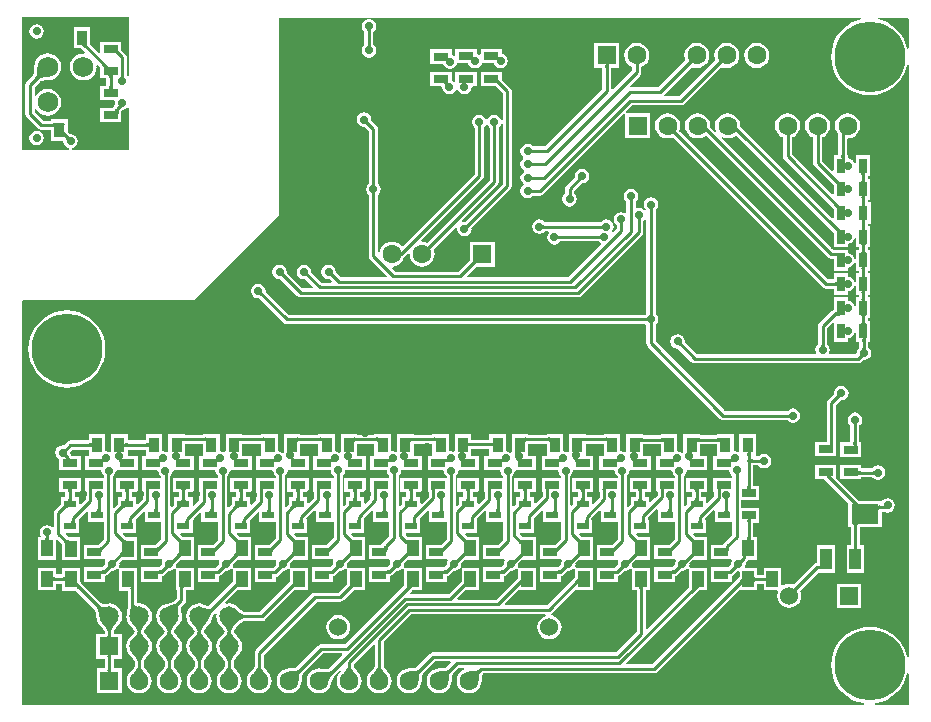
<source format=gbl>
G04*
G04 #@! TF.GenerationSoftware,Altium Limited,Altium Designer,18.1.9 (240)*
G04*
G04 Layer_Physical_Order=2*
G04 Layer_Color=16711680*
%FSLAX44Y44*%
%MOMM*%
G71*
G01*
G75*
%ADD10C,0.2500*%
%ADD14C,0.2540*%
%ADD17R,0.9000X1.3000*%
%ADD22R,1.3000X0.7000*%
%ADD23R,0.7000X1.3000*%
%ADD54C,6.0000*%
%ADD55C,1.6000*%
%ADD56R,1.6000X1.6000*%
%ADD57C,1.6500*%
%ADD58R,1.6500X1.6500*%
%ADD59C,1.5240*%
%ADD60R,1.5240X1.5240*%
%ADD61C,1.7500*%
%ADD62C,0.8000*%
%ADD63C,0.6000*%
%ADD64C,0.7000*%
%ADD65R,1.0000X1.4000*%
%ADD66R,1.0500X0.6000*%
%ADD67R,1.0000X1.8000*%
%ADD68R,2.3000X1.7000*%
G36*
X221479Y552111D02*
X221397Y551989D01*
X221325Y551849D01*
X221263Y551690D01*
X221210Y551512D01*
X221167Y551316D01*
X221133Y551102D01*
X221109Y550869D01*
X221090Y550347D01*
X218550D01*
X218545Y550617D01*
X218507Y551102D01*
X218473Y551316D01*
X218430Y551512D01*
X218377Y551690D01*
X218315Y551849D01*
X218243Y551989D01*
X218161Y552111D01*
X218070Y552215D01*
X221570D01*
X221479Y552111D01*
D02*
G37*
G36*
X221095Y537203D02*
X221133Y536718D01*
X221167Y536504D01*
X221210Y536307D01*
X221263Y536130D01*
X221325Y535971D01*
X221397Y535830D01*
X221479Y535709D01*
X221570Y535605D01*
X218070D01*
X218161Y535709D01*
X218243Y535830D01*
X218315Y535971D01*
X218377Y536130D01*
X218430Y536307D01*
X218473Y536504D01*
X218507Y536718D01*
X218531Y536951D01*
X218550Y537473D01*
X221090D01*
X221095Y537203D01*
D02*
G37*
G36*
X676913Y560445D02*
X676913Y535495D01*
X675643Y535345D01*
X674903Y538427D01*
X672943Y543158D01*
X670267Y547526D01*
X666940Y551420D01*
X663046Y554747D01*
X658679Y557423D01*
X653947Y559383D01*
X651071Y560073D01*
X651222Y561343D01*
X676015D01*
X676913Y560445D01*
D02*
G37*
G36*
X636649Y560073D02*
X633773Y559383D01*
X629041Y557423D01*
X624674Y554747D01*
X620780Y551420D01*
X617453Y547526D01*
X614777Y543158D01*
X612817Y538427D01*
X611621Y533446D01*
X611219Y528340D01*
X611621Y523234D01*
X612817Y518254D01*
X614777Y513521D01*
X617453Y509154D01*
X620780Y505260D01*
X624674Y501933D01*
X629041Y499257D01*
X633773Y497297D01*
X638754Y496101D01*
X643860Y495699D01*
X648966Y496101D01*
X653947Y497297D01*
X658679Y499257D01*
X663046Y501933D01*
X666940Y505260D01*
X670267Y509154D01*
X672943Y513521D01*
X674903Y518254D01*
X675643Y521334D01*
X676913Y521184D01*
X676905Y20415D01*
X675635Y20264D01*
X674903Y23312D01*
X672943Y28044D01*
X670267Y32411D01*
X666940Y36306D01*
X663046Y39633D01*
X658679Y42309D01*
X653947Y44269D01*
X648966Y45465D01*
X643860Y45866D01*
X638754Y45465D01*
X633773Y44269D01*
X629041Y42309D01*
X624674Y39633D01*
X620780Y36306D01*
X617453Y32411D01*
X614777Y28044D01*
X612817Y23312D01*
X611621Y18332D01*
X611219Y13226D01*
X611621Y8120D01*
X612817Y3139D01*
X614777Y-1593D01*
X617453Y-5960D01*
X620780Y-9855D01*
X624674Y-13181D01*
X629041Y-15857D01*
X633773Y-17817D01*
X638754Y-19013D01*
X639237Y-19051D01*
X639187Y-20321D01*
X-73662D01*
X-73672Y321614D01*
X-72774Y322512D01*
X71701D01*
X143910Y394664D01*
X143910Y561172D01*
X144081Y561343D01*
X219267D01*
X219392Y560073D01*
X219042Y560004D01*
X217463Y559690D01*
X215465Y558355D01*
X214130Y556357D01*
X213661Y554000D01*
X214130Y551643D01*
X215465Y549645D01*
X215935Y549331D01*
Y538489D01*
X215465Y538175D01*
X214130Y536177D01*
X213661Y533820D01*
X214130Y531463D01*
X215465Y529465D01*
X217463Y528130D01*
X219820Y527662D01*
X222177Y528130D01*
X224174Y529465D01*
X225509Y531463D01*
X225978Y533820D01*
X225509Y536177D01*
X224174Y538175D01*
X223704Y538489D01*
Y549331D01*
X224174Y549645D01*
X225509Y551643D01*
X225978Y554000D01*
X225509Y556357D01*
X224174Y558355D01*
X222177Y559690D01*
X220597Y560004D01*
X220247Y560073D01*
X220373Y561343D01*
X636498D01*
X636649Y560073D01*
D02*
G37*
G36*
X-1862Y520897D02*
X-1505Y520592D01*
X-1150Y520324D01*
X-795Y520090D01*
X-441Y519893D01*
X-88Y519731D01*
X265Y519604D01*
X616Y519514D01*
X966Y519459D01*
X1316Y519439D01*
X-5220Y519469D01*
X-5003Y519487D01*
X-4847Y519540D01*
X-4750Y519629D01*
X-4714Y519752D01*
X-4737Y519911D01*
X-4821Y520106D01*
X-4964Y520336D01*
X-5168Y520601D01*
X-5432Y520901D01*
X-5755Y521237D01*
X-2219D01*
X-1862Y520897D01*
D02*
G37*
G36*
X17000Y561500D02*
Y512178D01*
X15730Y511793D01*
X15355Y512355D01*
X14864Y512682D01*
Y528152D01*
X14570Y529630D01*
X13732Y530884D01*
X10290Y534327D01*
Y541040D01*
X-7790D01*
Y532164D01*
X-8963Y531678D01*
X-15960Y538675D01*
Y553540D01*
X-30040D01*
Y535460D01*
X-23675D01*
X-20426Y532211D01*
X-21019Y531008D01*
X-22000Y531137D01*
X-24947Y530749D01*
X-27694Y529612D01*
X-30052Y527802D01*
X-31862Y525444D01*
X-32999Y522697D01*
X-33387Y519750D01*
X-32999Y516803D01*
X-31862Y514056D01*
X-30052Y511698D01*
X-27694Y509888D01*
X-24947Y508751D01*
X-22000Y508363D01*
X-19053Y508751D01*
X-16306Y509888D01*
X-13948Y511698D01*
X-12138Y514056D01*
X-11001Y516803D01*
X-10613Y519750D01*
X-10742Y520731D01*
X-9539Y521324D01*
X-7790Y519575D01*
X-7809Y519482D01*
X-7790Y519382D01*
Y519351D01*
X-7801Y519259D01*
X-7790Y519221D01*
Y509960D01*
X-2614D01*
Y503790D01*
X-7790D01*
Y491710D01*
X4280D01*
X5086Y490728D01*
X4842Y489500D01*
X5123Y488088D01*
X3669Y486634D01*
X2832Y485381D01*
X2714Y484790D01*
X-7790D01*
Y472710D01*
X10290D01*
Y482123D01*
X10309Y482220D01*
X10299Y482272D01*
X10307Y482324D01*
X10307Y482342D01*
X11383Y483418D01*
X13357Y483811D01*
X15355Y485145D01*
X15730Y485707D01*
X17000Y485322D01*
Y449500D01*
X-31728D01*
X-31853Y450770D01*
X-30393Y451060D01*
X-28395Y452395D01*
X-27060Y454393D01*
X-26592Y456750D01*
X-27060Y459107D01*
X-28395Y461105D01*
X-30393Y462439D01*
X-32750Y462908D01*
X-33328Y462793D01*
X-35210Y464675D01*
Y471127D01*
X-35136Y471500D01*
X-35210Y471873D01*
Y475290D01*
X-38627D01*
X-39000Y475364D01*
X-39373Y475290D01*
X-46636D01*
X-46736Y475309D01*
X-46830Y475290D01*
X-49290D01*
Y474364D01*
X-56149D01*
X-63136Y481351D01*
Y483813D01*
X-61866Y484066D01*
X-61862Y484056D01*
X-60052Y481698D01*
X-57694Y479888D01*
X-54947Y478751D01*
X-52000Y478363D01*
X-49053Y478751D01*
X-46306Y479888D01*
X-43948Y481698D01*
X-42138Y484056D01*
X-41001Y486803D01*
X-40613Y489750D01*
X-41001Y492697D01*
X-42138Y495444D01*
X-43948Y497802D01*
X-46306Y499612D01*
X-49053Y500749D01*
X-52000Y501137D01*
X-54947Y500749D01*
X-57694Y499612D01*
X-60052Y497802D01*
X-61862Y495444D01*
X-61866Y495434D01*
X-63136Y495687D01*
Y503149D01*
X-58967Y507318D01*
X-58964Y507320D01*
X-58706Y507482D01*
X-58320Y507662D01*
X-57800Y507844D01*
X-57150Y508013D01*
X-56376Y508159D01*
X-55507Y508272D01*
X-53320Y508404D01*
X-52354Y508409D01*
X-52000Y508363D01*
X-49053Y508751D01*
X-46306Y509888D01*
X-43948Y511698D01*
X-42138Y514056D01*
X-41001Y516803D01*
X-40613Y519750D01*
X-41001Y522697D01*
X-42138Y525444D01*
X-43948Y527802D01*
X-46306Y529612D01*
X-49053Y530749D01*
X-52000Y531137D01*
X-54947Y530749D01*
X-57694Y529612D01*
X-60052Y527802D01*
X-61862Y525444D01*
X-62999Y522697D01*
X-63387Y519750D01*
X-63341Y519396D01*
X-63346Y518430D01*
X-63478Y516243D01*
X-63591Y515374D01*
X-63737Y514600D01*
X-63906Y513950D01*
X-64088Y513430D01*
X-64268Y513044D01*
X-64430Y512786D01*
X-64432Y512783D01*
X-69732Y507482D01*
X-70570Y506229D01*
X-70864Y504750D01*
Y479750D01*
X-70570Y478271D01*
X-69732Y477018D01*
X-60483Y467768D01*
X-60482Y467768D01*
X-59229Y466930D01*
X-57750Y466636D01*
X-49290D01*
Y457210D01*
X-39286D01*
X-38908Y456750D01*
X-38440Y454393D01*
X-37105Y452395D01*
X-35107Y451060D01*
X-33647Y450770D01*
X-33772Y449500D01*
X-73660D01*
Y561750D01*
X16750D01*
X17000Y561500D01*
D02*
G37*
G36*
X3512Y512505D02*
X3300Y512430D01*
X3113Y512305D01*
X2950Y512131D01*
X2812Y511906D01*
X2700Y511631D01*
X2612Y511306D01*
X2550Y510930D01*
X2512Y510505D01*
X2500Y510031D01*
X0D01*
X-12Y510505D01*
X-50Y510930D01*
X-113Y511306D01*
X-200Y511631D01*
X-312Y511906D01*
X-450Y512131D01*
X-613Y512305D01*
X-800Y512430D01*
X-1013Y512505D01*
X-1250Y512531D01*
X3750D01*
X3512Y512505D01*
D02*
G37*
G36*
X-52087Y511000D02*
X-53405Y510993D01*
X-55752Y510852D01*
X-56782Y510718D01*
X-57717Y510542D01*
X-58555Y510324D01*
X-59298Y510064D01*
X-59945Y509761D01*
X-60497Y509417D01*
X-60952Y509030D01*
X-62720Y510798D01*
X-62333Y511253D01*
X-61989Y511805D01*
X-61686Y512452D01*
X-61426Y513195D01*
X-61208Y514033D01*
X-61032Y514968D01*
X-60898Y515998D01*
X-60757Y518345D01*
X-60750Y519663D01*
X-52087Y511000D01*
D02*
G37*
G36*
X2512Y503245D02*
X2550Y502820D01*
X2612Y502444D01*
X2700Y502119D01*
X2812Y501844D01*
X2950Y501619D01*
X3113Y501445D01*
X3300Y501320D01*
X3512Y501245D01*
X3750Y501219D01*
X-1250D01*
X-1013Y501245D01*
X-800Y501320D01*
X-613Y501445D01*
X-450Y501619D01*
X-312Y501844D01*
X-200Y502119D01*
X-113Y502444D01*
X-50Y502820D01*
X-12Y503245D01*
X0Y503719D01*
X2500D01*
X2512Y503245D01*
D02*
G37*
G36*
X11683Y487095D02*
X11588Y487061D01*
X11482Y487009D01*
X11364Y486939D01*
X11235Y486852D01*
X10943Y486624D01*
X10606Y486325D01*
X10223Y485956D01*
X7830Y487098D01*
X8016Y487292D01*
X8177Y487481D01*
X8315Y487663D01*
X8429Y487839D01*
X8519Y488010D01*
X8585Y488174D01*
X8627Y488332D01*
X8645Y488484D01*
X8639Y488629D01*
X8609Y488769D01*
X11683Y487095D01*
D02*
G37*
G36*
X7720Y482220D02*
X4719D01*
X4802Y482236D01*
X4875Y482287D01*
X4940Y482371D01*
X4996Y482489D01*
X5044Y482640D01*
X5082Y482825D01*
X5113Y483044D01*
X5147Y483582D01*
X5152Y483902D01*
X7652D01*
X7720Y482220D01*
D02*
G37*
G36*
X-46689Y468000D02*
X-46716Y468237D01*
X-46793Y468450D01*
X-46920Y468638D01*
X-47098Y468800D01*
X-47326Y468937D01*
X-47604Y469050D01*
X-47932Y469137D01*
X-48311Y469200D01*
X-48740Y469238D01*
X-49219Y469250D01*
Y471750D01*
X-48745Y471760D01*
X-47944Y471837D01*
X-47620Y471905D01*
X-47344Y471992D01*
X-47119Y472099D01*
X-46944Y472225D01*
X-46820Y472370D01*
X-46744Y472535D01*
X-46719Y472719D01*
X-46689Y468000D01*
D02*
G37*
G36*
X-34264Y460039D02*
X-33894Y459725D01*
X-33717Y459598D01*
X-33546Y459490D01*
X-33380Y459403D01*
X-33221Y459335D01*
X-33066Y459287D01*
X-32918Y459258D01*
X-32775Y459250D01*
X-35250Y456775D01*
X-35258Y456918D01*
X-35287Y457066D01*
X-35335Y457220D01*
X-35403Y457380D01*
X-35490Y457546D01*
X-35598Y457717D01*
X-35725Y457894D01*
X-35872Y458076D01*
X-36226Y458458D01*
X-34458Y460225D01*
X-34264Y460039D01*
D02*
G37*
G36*
X676905Y6036D02*
X676904Y-20321D01*
X648533D01*
X648483Y-19051D01*
X648966Y-19013D01*
X653947Y-17817D01*
X658679Y-15857D01*
X663046Y-13181D01*
X666940Y-9855D01*
X670267Y-5960D01*
X672943Y-1593D01*
X674903Y3139D01*
X675635Y6186D01*
X676905Y6036D01*
D02*
G37*
%LPC*%
G36*
X332540Y534790D02*
X314460D01*
Y530385D01*
X313190Y529706D01*
X312107Y530430D01*
X311290Y530592D01*
Y534790D01*
X293210D01*
Y529966D01*
X291940Y529287D01*
X290881Y529995D01*
X290040Y530162D01*
Y534540D01*
X271960D01*
Y522460D01*
X282733D01*
X282834Y521948D01*
X284169Y519950D01*
X286167Y518615D01*
X288524Y518147D01*
X290881Y518615D01*
X292878Y519950D01*
X294214Y521948D01*
X294365Y522710D01*
X303995D01*
X304060Y522384D01*
X305395Y520386D01*
X307393Y519051D01*
X309750Y518582D01*
X312107Y519051D01*
X314105Y520386D01*
X315440Y522384D01*
X315504Y522710D01*
X325593D01*
X325658Y522384D01*
X326993Y520386D01*
X328991Y519051D01*
X331348Y518582D01*
X333704Y519051D01*
X335702Y520386D01*
X337037Y522384D01*
X337506Y524740D01*
X337037Y527097D01*
X335702Y529095D01*
X333704Y530430D01*
X332540Y530662D01*
Y534790D01*
D02*
G37*
G36*
X548250Y540131D02*
X545499Y539769D01*
X542935Y538707D01*
X540733Y537017D01*
X539043Y534815D01*
X537981Y532252D01*
X537619Y529500D01*
X537981Y526749D01*
X539043Y524184D01*
X540733Y521983D01*
X542935Y520293D01*
X545499Y519231D01*
X548250Y518869D01*
X551002Y519231D01*
X553565Y520293D01*
X555767Y521983D01*
X557457Y524184D01*
X558519Y526749D01*
X558881Y529500D01*
X558519Y532252D01*
X557457Y534815D01*
X555767Y537017D01*
X553565Y538707D01*
X551002Y539769D01*
X548250Y540131D01*
D02*
G37*
G36*
X522850D02*
X520098Y539769D01*
X517535Y538707D01*
X515333Y537017D01*
X513643Y534815D01*
X512581Y532252D01*
X512219Y529500D01*
X512581Y526749D01*
X513174Y525318D01*
X482741Y494885D01*
X470124D01*
X469598Y496155D01*
X493268Y519824D01*
X494698Y519231D01*
X497450Y518869D01*
X500201Y519231D01*
X502766Y520293D01*
X504967Y521983D01*
X506657Y524184D01*
X507719Y526749D01*
X508081Y529500D01*
X507719Y532252D01*
X506657Y534815D01*
X504967Y537017D01*
X502766Y538707D01*
X500201Y539769D01*
X497450Y540131D01*
X494698Y539769D01*
X492135Y538707D01*
X489933Y537017D01*
X488243Y534815D01*
X487181Y532252D01*
X486819Y529500D01*
X487181Y526749D01*
X487774Y525318D01*
X464841Y502385D01*
X441143D01*
X440576Y503553D01*
X440570Y503607D01*
X449382Y512420D01*
X450220Y513674D01*
X450514Y515153D01*
Y519692D01*
X451965Y520293D01*
X454167Y521983D01*
X455857Y524184D01*
X456919Y526749D01*
X457281Y529500D01*
X456919Y532252D01*
X455857Y534815D01*
X454167Y537017D01*
X451965Y538707D01*
X449402Y539769D01*
X446650Y540131D01*
X443899Y539769D01*
X441335Y538707D01*
X439133Y537017D01*
X437443Y534815D01*
X436381Y532252D01*
X436019Y529500D01*
X436381Y526749D01*
X437443Y524184D01*
X439133Y521983D01*
X441335Y520293D01*
X442786Y519692D01*
Y516753D01*
X426384Y500352D01*
X425114Y500878D01*
Y518960D01*
X431790D01*
Y540040D01*
X410710D01*
Y518960D01*
X417386D01*
Y500851D01*
X369104Y452569D01*
X359046D01*
X358719Y453059D01*
X356721Y454394D01*
X354364Y454863D01*
X352007Y454394D01*
X350009Y453059D01*
X348675Y451061D01*
X348206Y448704D01*
X348675Y446348D01*
X350009Y444350D01*
X350716Y443878D01*
Y442608D01*
X350009Y442136D01*
X348675Y440138D01*
X348206Y437781D01*
X348675Y435425D01*
X350009Y433427D01*
X351166Y432654D01*
Y431127D01*
X350009Y430355D01*
X348675Y428357D01*
X348206Y426000D01*
X348675Y423643D01*
X350009Y421645D01*
X350903Y421048D01*
Y419778D01*
X349895Y419105D01*
X348560Y417107D01*
X348092Y414750D01*
X348560Y412393D01*
X349895Y410395D01*
X351893Y409060D01*
X354250Y408592D01*
X356607Y409060D01*
X358605Y410395D01*
X358919Y410865D01*
X364750D01*
X366237Y411161D01*
X367497Y412003D01*
X435600Y480106D01*
X436870Y479580D01*
Y459460D01*
X457950D01*
Y480540D01*
X437830D01*
X437304Y481810D01*
X442609Y487115D01*
X484350D01*
X485837Y487411D01*
X487097Y488253D01*
X518668Y519824D01*
X520098Y519231D01*
X522850Y518869D01*
X525602Y519231D01*
X528166Y520293D01*
X530367Y521983D01*
X532057Y524184D01*
X533119Y526749D01*
X533481Y529500D01*
X533119Y532252D01*
X532057Y534815D01*
X530367Y537017D01*
X528166Y538707D01*
X525602Y539769D01*
X522850Y540131D01*
D02*
G37*
G36*
X311290Y515790D02*
X293210D01*
Y507936D01*
X291940Y507382D01*
X290357Y508439D01*
X290040Y508503D01*
Y515540D01*
X271960D01*
Y503460D01*
X280688D01*
X281842Y502750D01*
X282311Y500393D01*
X283645Y498395D01*
X285643Y497060D01*
X288000Y496592D01*
X290357Y497060D01*
X292355Y498395D01*
X293690Y500393D01*
X293703Y500459D01*
X294998D01*
X295011Y500393D01*
X296345Y498395D01*
X298343Y497060D01*
X300700Y496592D01*
X303057Y497060D01*
X305055Y498395D01*
X306390Y500393D01*
X306858Y502750D01*
X307646Y503710D01*
X311290D01*
Y515790D01*
D02*
G37*
G36*
X332540D02*
X314460D01*
Y503710D01*
X326977D01*
X333057Y497630D01*
Y474994D01*
X331787Y474869D01*
X331690Y475357D01*
X330355Y477355D01*
X328357Y478689D01*
X326000Y479158D01*
X323643Y478689D01*
X321645Y477355D01*
X320368Y475442D01*
X319700Y475364D01*
X319032Y475442D01*
X317755Y477355D01*
X315757Y478689D01*
X313400Y479158D01*
X311043Y478689D01*
X309045Y477355D01*
X307710Y475357D01*
X307242Y473000D01*
X307710Y470643D01*
X309045Y468645D01*
X309536Y468318D01*
Y429251D01*
X248638Y368353D01*
X247371Y368436D01*
X247117Y368767D01*
X244916Y370457D01*
X242351Y371519D01*
X239600Y371881D01*
X236849Y371519D01*
X234284Y370457D01*
X232083Y368767D01*
X230393Y366566D01*
X229331Y364002D01*
X229179Y362844D01*
X227812Y362187D01*
X227639Y362292D01*
Y411300D01*
X228129Y411627D01*
X229464Y413625D01*
X229933Y415982D01*
X229464Y418339D01*
X228129Y420336D01*
X227639Y420664D01*
Y467024D01*
X227345Y468503D01*
X226507Y469756D01*
X221612Y474652D01*
X221727Y475232D01*
X221259Y477588D01*
X219924Y479586D01*
X217926Y480921D01*
X215569Y481390D01*
X213212Y480921D01*
X211214Y479586D01*
X209879Y477588D01*
X209411Y475232D01*
X209879Y472875D01*
X211214Y470877D01*
X213212Y469542D01*
X215569Y469073D01*
X216146Y469188D01*
X219911Y465423D01*
Y420664D01*
X219420Y420336D01*
X218085Y418339D01*
X217616Y415982D01*
X218085Y413625D01*
X219420Y411627D01*
X219911Y411300D01*
Y359552D01*
X220205Y358074D01*
X221042Y356820D01*
X235201Y342661D01*
X234715Y341488D01*
X195947D01*
X191763Y345671D01*
X191878Y346250D01*
X191410Y348606D01*
X190075Y350604D01*
X188077Y351939D01*
X185720Y352408D01*
X183363Y351939D01*
X181365Y350604D01*
X180030Y348606D01*
X179562Y346250D01*
X180030Y343893D01*
X181365Y341895D01*
X183363Y340560D01*
X185720Y340091D01*
X186299Y340206D01*
X188386Y338119D01*
X187900Y336946D01*
X179789D01*
X171063Y345671D01*
X171178Y346250D01*
X170710Y348606D01*
X169375Y350604D01*
X167377Y351939D01*
X165020Y352408D01*
X162663Y351939D01*
X160665Y350604D01*
X159331Y348606D01*
X158862Y346250D01*
X159331Y343893D01*
X160665Y341895D01*
X162663Y340560D01*
X165020Y340091D01*
X165599Y340206D01*
X172186Y333619D01*
X171700Y332446D01*
X163589D01*
X150363Y345671D01*
X150478Y346250D01*
X150010Y348606D01*
X148675Y350604D01*
X146677Y351939D01*
X144320Y352408D01*
X141963Y351939D01*
X139965Y350604D01*
X138631Y348606D01*
X138162Y346250D01*
X138631Y343893D01*
X139965Y341895D01*
X141963Y340560D01*
X144320Y340091D01*
X144899Y340206D01*
X159256Y325849D01*
X160509Y325011D01*
X161988Y324717D01*
X161988Y324717D01*
X396900D01*
X398379Y325011D01*
X399633Y325849D01*
X451115Y377332D01*
X451953Y378585D01*
X452247Y380064D01*
Y389555D01*
X452738Y389882D01*
X453619Y391202D01*
X454889Y390817D01*
Y310613D01*
X454399Y310285D01*
X454071Y309795D01*
X151999D01*
X132247Y329547D01*
X132362Y330126D01*
X131893Y332482D01*
X130558Y334480D01*
X128560Y335815D01*
X126203Y336284D01*
X123847Y335815D01*
X121849Y334480D01*
X120514Y332482D01*
X120045Y330126D01*
X120514Y327769D01*
X121849Y325771D01*
X123847Y324436D01*
X126203Y323967D01*
X126782Y324082D01*
X147666Y303198D01*
X147666Y303198D01*
X148920Y302360D01*
X150399Y302066D01*
X454071D01*
X454399Y301576D01*
X454889Y301248D01*
Y285732D01*
X455183Y284254D01*
X456021Y283000D01*
X517290Y221731D01*
X517290Y221731D01*
X518544Y220893D01*
X520023Y220599D01*
X520023Y220599D01*
X574384D01*
X574712Y220109D01*
X576710Y218774D01*
X579067Y218305D01*
X581423Y218774D01*
X583421Y220109D01*
X584756Y222106D01*
X585225Y224463D01*
X584756Y226820D01*
X583421Y228818D01*
X581423Y230153D01*
X579067Y230621D01*
X576710Y230153D01*
X574712Y228818D01*
X574384Y228327D01*
X521623D01*
X462618Y287333D01*
Y301248D01*
X463108Y301576D01*
X464443Y303574D01*
X464912Y305930D01*
X464443Y308287D01*
X463108Y310285D01*
X462618Y310613D01*
Y398586D01*
X463108Y398914D01*
X464443Y400912D01*
X464912Y403268D01*
X464443Y405625D01*
X463108Y407623D01*
X461110Y408958D01*
X458754Y409427D01*
X456397Y408958D01*
X454399Y407623D01*
X453064Y405625D01*
X452595Y403268D01*
X453064Y400912D01*
X454399Y398914D01*
X454479Y398860D01*
X454433Y398340D01*
X453128Y398008D01*
X452738Y398592D01*
X450740Y399926D01*
X448383Y400395D01*
X446978Y400116D01*
X445708Y401125D01*
Y405829D01*
X446198Y406157D01*
X447533Y408155D01*
X448002Y410511D01*
X447533Y412868D01*
X446198Y414866D01*
X444200Y416201D01*
X441844Y416670D01*
X439487Y416201D01*
X437489Y414866D01*
X436154Y412868D01*
X435685Y410511D01*
X436154Y408155D01*
X437489Y406157D01*
X437979Y405829D01*
Y396549D01*
X436709Y395870D01*
X435857Y396440D01*
X433500Y396908D01*
X431143Y396440D01*
X429145Y395105D01*
X427810Y393107D01*
X427342Y390750D01*
X427810Y388393D01*
X429145Y386395D01*
X429636Y386068D01*
Y382453D01*
X426873Y379691D01*
X426584Y379654D01*
X425453Y380067D01*
X425410Y380279D01*
X426639Y382117D01*
X427108Y384474D01*
X426639Y386831D01*
X425304Y388829D01*
X423306Y390164D01*
X420949Y390633D01*
X418592Y390164D01*
X416595Y388829D01*
X416267Y388338D01*
X368939D01*
X368611Y388829D01*
X366613Y390164D01*
X364257Y390633D01*
X361900Y390164D01*
X359902Y388829D01*
X358567Y386831D01*
X358098Y384474D01*
X358567Y382117D01*
X359902Y380120D01*
X361900Y378785D01*
X364257Y378316D01*
X366613Y378785D01*
X368611Y380120D01*
X368939Y380610D01*
X371564D01*
X372201Y379340D01*
X371211Y377857D01*
X370742Y375500D01*
X371211Y373143D01*
X372545Y371145D01*
X374543Y369810D01*
X376900Y369342D01*
X379257Y369810D01*
X381255Y371145D01*
X381978Y372228D01*
X414598D01*
X414926Y371738D01*
X416243Y370857D01*
X416477Y369295D01*
X388670Y341488D01*
X303162D01*
X302676Y342661D01*
X310725Y350710D01*
X326340D01*
Y371790D01*
X305260D01*
Y356175D01*
X295591Y346506D01*
X242286D01*
X239310Y349482D01*
X239926Y350662D01*
X242351Y350981D01*
X244916Y352043D01*
X247117Y353733D01*
X248807Y355934D01*
X249869Y358498D01*
X249892Y358677D01*
X253261Y362046D01*
X254400Y361484D01*
X254369Y361250D01*
X254731Y358498D01*
X255793Y355934D01*
X257483Y353733D01*
X259685Y352043D01*
X262248Y350981D01*
X265000Y350619D01*
X267752Y350981D01*
X270315Y352043D01*
X272517Y353733D01*
X274207Y355934D01*
X275269Y358498D01*
X275631Y361250D01*
X275269Y364002D01*
X274668Y365453D01*
X293603Y384389D01*
X294774Y383763D01*
X294530Y382535D01*
X294998Y380179D01*
X296333Y378181D01*
X298331Y376846D01*
X300688Y376377D01*
X303045Y376846D01*
X305043Y378181D01*
X306378Y380179D01*
X306846Y382535D01*
X306731Y383114D01*
X339653Y416036D01*
X339653Y416036D01*
X340491Y417290D01*
X340785Y418768D01*
X340785Y418768D01*
Y499231D01*
X340491Y500710D01*
X339653Y501963D01*
X332540Y509076D01*
Y515790D01*
D02*
G37*
G36*
X625210Y480631D02*
X622458Y480269D01*
X619894Y479207D01*
X617693Y477517D01*
X616003Y475316D01*
X614941Y472752D01*
X614579Y470000D01*
X614941Y467248D01*
X616003Y464684D01*
X617136Y463209D01*
Y445290D01*
X613330D01*
Y432339D01*
X612157Y431853D01*
X603674Y440335D01*
Y460192D01*
X605126Y460793D01*
X607327Y462483D01*
X609017Y464684D01*
X610079Y467248D01*
X610441Y470000D01*
X610079Y472752D01*
X609017Y475316D01*
X607327Y477517D01*
X605126Y479207D01*
X602561Y480269D01*
X599810Y480631D01*
X597058Y480269D01*
X594495Y479207D01*
X592293Y477517D01*
X590603Y475316D01*
X589541Y472752D01*
X589179Y470000D01*
X589541Y467248D01*
X590603Y464684D01*
X592293Y462483D01*
X594495Y460793D01*
X595946Y460192D01*
Y438734D01*
X596240Y437256D01*
X597078Y436002D01*
X613460Y419619D01*
Y412126D01*
X612287Y411640D01*
X578274Y445652D01*
Y460192D01*
X579725Y460793D01*
X581927Y462483D01*
X583617Y464684D01*
X584679Y467248D01*
X585041Y470000D01*
X584679Y472752D01*
X583617Y475316D01*
X581927Y477517D01*
X579725Y479207D01*
X577161Y480269D01*
X574410Y480631D01*
X571659Y480269D01*
X569095Y479207D01*
X566893Y477517D01*
X565203Y475316D01*
X564141Y472752D01*
X563779Y470000D01*
X564141Y467248D01*
X565203Y464684D01*
X566893Y462483D01*
X569095Y460793D01*
X570546Y460192D01*
Y444052D01*
X570840Y442573D01*
X571678Y441319D01*
X613520Y399477D01*
Y392006D01*
X612347Y391520D01*
X534197Y469669D01*
X534241Y470000D01*
X533879Y472752D01*
X532817Y475316D01*
X531127Y477517D01*
X528926Y479207D01*
X526362Y480269D01*
X523610Y480631D01*
X520858Y480269D01*
X518294Y479207D01*
X516093Y477517D01*
X514403Y475316D01*
X513341Y472752D01*
X512979Y470000D01*
X513341Y467248D01*
X514025Y465597D01*
X512949Y464877D01*
X508723Y469103D01*
X508841Y470000D01*
X508479Y472752D01*
X507417Y475316D01*
X505727Y477517D01*
X503526Y479207D01*
X500961Y480269D01*
X498210Y480631D01*
X495458Y480269D01*
X492895Y479207D01*
X490693Y477517D01*
X489003Y475316D01*
X487941Y472752D01*
X487579Y470000D01*
X487941Y467248D01*
X489003Y464684D01*
X490693Y462483D01*
X492895Y460793D01*
X495458Y459731D01*
X498210Y459369D01*
X500961Y459731D01*
X503526Y460793D01*
X504984Y461912D01*
X608477Y358419D01*
X608477Y358419D01*
X609731Y357582D01*
X611210Y357287D01*
X611210Y357287D01*
X613460D01*
Y346960D01*
X625540D01*
Y349899D01*
X627607Y350311D01*
X629605Y351645D01*
X630940Y353643D01*
X631190Y354902D01*
X632460Y354777D01*
Y346960D01*
X634636D01*
Y345004D01*
X632460D01*
Y337187D01*
X631190Y337062D01*
X630940Y338321D01*
X629605Y340319D01*
X627607Y341654D01*
X625540Y342065D01*
Y345004D01*
X613460D01*
Y339828D01*
X608446D01*
X482478Y465797D01*
X483079Y467248D01*
X483441Y470000D01*
X483079Y472752D01*
X482017Y475316D01*
X480327Y477517D01*
X478125Y479207D01*
X475561Y480269D01*
X472810Y480631D01*
X470059Y480269D01*
X467495Y479207D01*
X465293Y477517D01*
X463603Y475316D01*
X462541Y472752D01*
X462179Y470000D01*
X462541Y467248D01*
X463603Y464684D01*
X465293Y462483D01*
X467495Y460793D01*
X470059Y459731D01*
X472810Y459369D01*
X475561Y459731D01*
X477013Y460332D01*
X604113Y333232D01*
X605367Y332394D01*
X606846Y332100D01*
X613460D01*
Y326924D01*
X625540D01*
Y329864D01*
X627607Y330275D01*
X629605Y331610D01*
X630940Y333607D01*
X631190Y334866D01*
X632460Y334741D01*
Y326924D01*
X634636D01*
Y324897D01*
X632460D01*
Y317080D01*
X631190Y316955D01*
X630940Y318214D01*
X629605Y320212D01*
X627607Y321547D01*
X625540Y321958D01*
Y324897D01*
X613460D01*
Y314393D01*
X612869Y314275D01*
X611616Y313438D01*
X611616Y313438D01*
X601268Y303090D01*
X600430Y301836D01*
X600136Y300357D01*
Y284932D01*
X599645Y284605D01*
X598311Y282607D01*
X597842Y280250D01*
X598289Y278001D01*
X598252Y277689D01*
X597740Y276731D01*
X497263D01*
X487281Y286713D01*
X487396Y287291D01*
X486927Y289648D01*
X485592Y291646D01*
X483595Y292981D01*
X481238Y293450D01*
X478881Y292981D01*
X476883Y291646D01*
X475548Y289648D01*
X475079Y287291D01*
X475548Y284935D01*
X476883Y282937D01*
X478881Y281602D01*
X481238Y281133D01*
X481816Y281248D01*
X492929Y270135D01*
X492929Y270135D01*
X494183Y269297D01*
X495662Y269003D01*
X495662Y269003D01*
X634117D01*
X635596Y269297D01*
X636850Y270135D01*
X638422Y271707D01*
X639000Y271592D01*
X641357Y272060D01*
X643355Y273395D01*
X644689Y275393D01*
X645158Y277750D01*
X644689Y280107D01*
X643355Y282105D01*
X642864Y282432D01*
Y286960D01*
X644540D01*
Y305040D01*
X642364D01*
Y306817D01*
X644540D01*
Y324897D01*
X642364D01*
Y326924D01*
X644540D01*
Y345004D01*
X642364D01*
Y346960D01*
X644540D01*
Y365040D01*
X642364D01*
Y366960D01*
X644540D01*
Y385040D01*
X642424D01*
Y386960D01*
X644600D01*
Y405040D01*
X642364D01*
Y407103D01*
X644540D01*
Y425183D01*
X642234D01*
Y427210D01*
X644410D01*
Y445290D01*
X632330D01*
Y438126D01*
X631060Y438001D01*
X630940Y438607D01*
X629605Y440605D01*
X627607Y441940D01*
X625410Y442377D01*
Y442637D01*
X625429Y442738D01*
X625410Y442831D01*
Y445290D01*
X624864D01*
Y459066D01*
X625210Y459369D01*
X627962Y459731D01*
X630526Y460793D01*
X632727Y462483D01*
X634417Y464684D01*
X635479Y467248D01*
X635841Y470000D01*
X635479Y472752D01*
X634417Y475316D01*
X632727Y477517D01*
X630526Y479207D01*
X627962Y480269D01*
X625210Y480631D01*
D02*
G37*
G36*
X400500Y433408D02*
X398143Y432939D01*
X396145Y431605D01*
X394810Y429607D01*
X394342Y427250D01*
X394457Y426672D01*
X387054Y419269D01*
X386216Y418015D01*
X385922Y416536D01*
Y412389D01*
X385432Y412061D01*
X384097Y410063D01*
X383628Y407707D01*
X384097Y405350D01*
X385432Y403352D01*
X387430Y402017D01*
X389786Y401548D01*
X392143Y402017D01*
X394141Y403352D01*
X395476Y405350D01*
X395945Y407707D01*
X395476Y410063D01*
X394141Y412061D01*
X393651Y412389D01*
Y414936D01*
X399922Y421207D01*
X400500Y421092D01*
X402857Y421560D01*
X404855Y422895D01*
X406190Y424893D01*
X406658Y427250D01*
X406190Y429607D01*
X404855Y431605D01*
X402857Y432939D01*
X400500Y433408D01*
D02*
G37*
G36*
X-35765Y313578D02*
X-40871Y313176D01*
X-45851Y311980D01*
X-50583Y310020D01*
X-54950Y307344D01*
X-58845Y304018D01*
X-62171Y300123D01*
X-64847Y295756D01*
X-66807Y291024D01*
X-68003Y286043D01*
X-68405Y280937D01*
X-68003Y275831D01*
X-66807Y270851D01*
X-64847Y266119D01*
X-62171Y261751D01*
X-58845Y257857D01*
X-54950Y254530D01*
X-50583Y251854D01*
X-45851Y249894D01*
X-40871Y248699D01*
X-35765Y248297D01*
X-30658Y248699D01*
X-25678Y249894D01*
X-20946Y251854D01*
X-16579Y254530D01*
X-12684Y257857D01*
X-9358Y261751D01*
X-6682Y266119D01*
X-4721Y270851D01*
X-3526Y275831D01*
X-3124Y280937D01*
X-3526Y286043D01*
X-4721Y291024D01*
X-6682Y295756D01*
X-9358Y300123D01*
X-12684Y304018D01*
X-16579Y307344D01*
X-20946Y310020D01*
X-25678Y311980D01*
X-30658Y313176D01*
X-35765Y313578D01*
D02*
G37*
G36*
X619880Y249698D02*
X617523Y249230D01*
X615525Y247895D01*
X614190Y245897D01*
X613722Y243540D01*
X613837Y242962D01*
X608638Y237762D01*
X607800Y236509D01*
X607506Y235030D01*
Y202010D01*
X597490D01*
Y189930D01*
X615570D01*
Y199343D01*
X615589Y199440D01*
X615574Y199515D01*
X615585Y199592D01*
X615570Y199649D01*
Y202010D01*
X615234D01*
Y233429D01*
X619302Y237497D01*
X619880Y237382D01*
X622237Y237850D01*
X624235Y239185D01*
X625569Y241183D01*
X626038Y243540D01*
X625569Y245897D01*
X624235Y247895D01*
X622237Y249230D01*
X619880Y249698D01*
D02*
G37*
G36*
X517103Y208739D02*
X517010Y208720D01*
X514550D01*
Y207996D01*
X500130D01*
Y208720D01*
X497670D01*
X497577Y208739D01*
X497477Y208720D01*
X486050D01*
Y193841D01*
X485330Y192764D01*
X483433Y194032D01*
X481130Y194490D01*
Y208720D01*
X469703D01*
X469603Y208739D01*
X469510Y208720D01*
X467050D01*
Y207996D01*
X451880D01*
Y208720D01*
X449420D01*
X449327Y208739D01*
X449227Y208720D01*
X437800D01*
Y194103D01*
X436530Y193424D01*
X435621Y194032D01*
X433265Y194500D01*
X432880Y194816D01*
Y208720D01*
X421625D01*
X421591Y208730D01*
X421503Y208720D01*
X421451D01*
X421351Y208739D01*
X421258Y208720D01*
X418800D01*
Y208510D01*
X403380D01*
Y208720D01*
X400922D01*
X400829Y208739D01*
X400729Y208720D01*
X400677D01*
X400589Y208730D01*
X400555Y208720D01*
X389300D01*
Y194020D01*
X388030Y193341D01*
X386997Y194032D01*
X384640Y194500D01*
X384380Y194714D01*
Y208720D01*
X373125D01*
X373091Y208730D01*
X373003Y208720D01*
X372951D01*
X372851Y208739D01*
X372758Y208720D01*
X370300D01*
Y208510D01*
X354880D01*
Y208720D01*
X352422D01*
X352329Y208739D01*
X352229Y208720D01*
X352177D01*
X352089Y208730D01*
X352055Y208720D01*
X340800D01*
Y197129D01*
X340780Y197077D01*
X340789Y196751D01*
X340726Y196430D01*
Y193971D01*
X339456Y193292D01*
X338349Y194032D01*
X335992Y194500D01*
X335880Y194592D01*
Y208720D01*
X321800D01*
Y204186D01*
X306630D01*
Y208720D01*
X292550D01*
Y194755D01*
X291501Y194103D01*
X291280Y194103D01*
X289000Y194557D01*
X288612Y194480D01*
X287630Y195285D01*
Y208720D01*
X276375D01*
X276341Y208730D01*
X276253Y208720D01*
X276201D01*
X276101Y208739D01*
X276008Y208720D01*
X273550D01*
Y208510D01*
X257698D01*
Y208720D01*
X255240D01*
X255147Y208739D01*
X255047Y208720D01*
X254995D01*
X254906Y208730D01*
X254872Y208720D01*
X243618D01*
Y196768D01*
X243603Y196711D01*
X243618Y196602D01*
Y196592D01*
X243596Y196483D01*
X243618Y196373D01*
Y194741D01*
X242572Y194088D01*
X242348Y194101D01*
X240053Y194557D01*
X239680Y194483D01*
X238698Y195288D01*
Y208720D01*
X227443D01*
X227409Y208730D01*
X227321Y208720D01*
X227269D01*
X227169Y208739D01*
X227076Y208720D01*
X224618D01*
Y208510D01*
X210130D01*
Y208720D01*
X207672D01*
X207579Y208739D01*
X207479Y208720D01*
X207427D01*
X207339Y208730D01*
X207305Y208720D01*
X196050D01*
Y193913D01*
X194780Y193235D01*
X193503Y194088D01*
X191146Y194557D01*
X191130Y194570D01*
Y208720D01*
X179875D01*
X179841Y208730D01*
X179753Y208720D01*
X179701D01*
X179601Y208739D01*
X179508Y208720D01*
X177050D01*
Y208510D01*
X161880D01*
Y208720D01*
X159422D01*
X159329Y208739D01*
X159229Y208720D01*
X159177D01*
X159089Y208730D01*
X159055Y208720D01*
X147800D01*
Y193835D01*
X146872Y193237D01*
X146475Y193193D01*
X145135Y194088D01*
X142880Y194537D01*
Y208720D01*
X131625D01*
X131591Y208730D01*
X131503Y208720D01*
X131451D01*
X131351Y208739D01*
X131258Y208720D01*
X128800D01*
Y208510D01*
X112630D01*
Y208720D01*
X110172D01*
X110079Y208739D01*
X109979Y208720D01*
X109927D01*
X109839Y208730D01*
X109805Y208720D01*
X98550D01*
Y194244D01*
X97280Y193566D01*
X96498Y194088D01*
X94141Y194557D01*
X93630Y194976D01*
Y208720D01*
X82375D01*
X82341Y208730D01*
X82253Y208720D01*
X82201D01*
X82101Y208739D01*
X82008Y208720D01*
X79550D01*
Y208510D01*
X64130D01*
Y208720D01*
X61672D01*
X61579Y208739D01*
X61479Y208720D01*
X61427D01*
X61339Y208730D01*
X61305Y208720D01*
X50050D01*
Y194233D01*
X48930Y193634D01*
X48250Y194088D01*
X45894Y194557D01*
X45130Y195184D01*
Y208720D01*
X31050D01*
Y203544D01*
X15630D01*
Y208720D01*
X1550D01*
Y194188D01*
X430Y193590D01*
X-252Y194046D01*
X-2609Y194514D01*
X-3370Y195139D01*
Y208720D01*
X-17450D01*
Y203544D01*
X-32910D01*
X-34389Y203250D01*
X-35642Y202412D01*
X-35642Y202412D01*
X-38832Y199223D01*
X-39410Y199338D01*
X-41767Y198870D01*
X-43765Y197535D01*
X-45100Y195537D01*
X-45568Y193180D01*
X-45100Y190823D01*
X-43765Y188825D01*
X-42200Y187780D01*
Y178640D01*
X-24120D01*
Y190720D01*
X-31742D01*
X-32258Y191493D01*
X-33367Y192602D01*
X-33252Y193180D01*
X-33367Y193758D01*
X-31309Y195816D01*
X-17450D01*
Y190720D01*
X-20220D01*
Y178640D01*
X-7151D01*
X-6568Y177930D01*
X-6100Y175573D01*
X-4765Y173575D01*
X-4524Y173415D01*
Y171720D01*
X-20220D01*
Y159640D01*
X-19774D01*
Y153781D01*
X-24197Y149358D01*
X-25370Y149844D01*
Y155220D01*
X-29296D01*
Y159640D01*
X-24120D01*
Y171720D01*
X-42200D01*
Y159640D01*
X-37024D01*
Y155220D01*
X-40950D01*
Y150343D01*
X-40969Y150246D01*
X-40950Y150149D01*
Y149699D01*
X-41466Y149088D01*
X-45892Y144662D01*
X-46730Y143409D01*
X-47024Y141930D01*
Y130206D01*
X-48240Y129838D01*
X-48305Y129936D01*
X-50303Y131271D01*
X-52660Y131740D01*
X-55017Y131271D01*
X-57015Y129936D01*
X-58349Y127938D01*
X-58818Y125582D01*
X-58349Y123225D01*
X-58092Y122840D01*
X-58691Y121720D01*
X-60200D01*
Y102640D01*
X-45120D01*
Y119516D01*
X-43947Y120002D01*
X-40550Y116606D01*
X-40182Y116209D01*
X-39950Y115921D01*
Y102390D01*
X-24870D01*
Y121470D01*
X-34395D01*
X-34993Y121978D01*
X-36982Y123967D01*
X-36496Y125140D01*
X-25370D01*
Y136220D01*
X-25370D01*
X-25673Y136952D01*
X-19123Y143502D01*
X-17950Y143016D01*
Y134640D01*
X-4524D01*
Y119629D01*
X-8578Y115575D01*
X-8971Y115210D01*
X-9270Y114970D01*
X-21700D01*
Y102890D01*
X-4870D01*
X-4622Y102890D01*
X-3718Y102885D01*
X-3390Y102542D01*
X-3250Y102238D01*
X-3107Y101639D01*
X-3100Y101537D01*
X-3167Y101197D01*
X-3568Y99180D01*
X-3495Y98810D01*
X-6261Y96044D01*
X-10410D01*
X-10783Y95970D01*
X-21700D01*
Y83890D01*
X-3620D01*
Y88523D01*
X-3181Y88610D01*
X-1928Y89448D01*
X1803Y93178D01*
X2590Y93022D01*
X4947Y93490D01*
X6536Y94552D01*
X6945Y94825D01*
X7470Y95270D01*
X7470D01*
Y95270D01*
X8550Y94942D01*
X8550Y94346D01*
Y76390D01*
X15726D01*
Y65351D01*
X14676Y56179D01*
X14680Y56127D01*
X14667Y56077D01*
X14688Y55906D01*
X14517Y54610D01*
X14888Y51793D01*
X15975Y49169D01*
X17704Y46915D01*
X17961Y46718D01*
X18591Y46080D01*
X19930Y44562D01*
X20416Y43924D01*
X20821Y43324D01*
X21130Y42790D01*
X21345Y42334D01*
X21476Y41964D01*
X21488Y41910D01*
X21476Y41856D01*
X21345Y41486D01*
X21130Y41030D01*
X20821Y40496D01*
X20416Y39896D01*
X19930Y39258D01*
X18591Y37740D01*
X17961Y37102D01*
X17704Y36906D01*
X15975Y34652D01*
X14888Y32027D01*
X14517Y29210D01*
X14888Y26393D01*
X15975Y23768D01*
X17704Y21514D01*
X17961Y21318D01*
X18591Y20680D01*
X19930Y19162D01*
X20416Y18524D01*
X20821Y17924D01*
X21130Y17390D01*
X21345Y16934D01*
X21476Y16564D01*
X21536Y16298D01*
Y12510D01*
X21480Y12259D01*
X21357Y11906D01*
X21153Y11469D01*
X20860Y10958D01*
X20475Y10383D01*
X20012Y9773D01*
X18731Y8317D01*
X18126Y7704D01*
X17883Y7517D01*
X16193Y5315D01*
X15131Y2752D01*
X14769Y0D01*
X15131Y-2752D01*
X16193Y-5315D01*
X17883Y-7517D01*
X20085Y-9207D01*
X22648Y-10269D01*
X25400Y-10631D01*
X28152Y-10269D01*
X30715Y-9207D01*
X32917Y-7517D01*
X34607Y-5315D01*
X35669Y-2752D01*
X36031Y0D01*
X35669Y2752D01*
X34607Y5315D01*
X32917Y7517D01*
X32674Y7704D01*
X32069Y8317D01*
X30788Y9773D01*
X30325Y10383D01*
X29940Y10958D01*
X29647Y11469D01*
X29443Y11906D01*
X29320Y12260D01*
X29264Y12510D01*
Y16298D01*
X29324Y16564D01*
X29455Y16934D01*
X29670Y17390D01*
X29979Y17924D01*
X30384Y18524D01*
X30870Y19162D01*
X32209Y20680D01*
X32839Y21318D01*
X33096Y21514D01*
X34825Y23768D01*
X35912Y26393D01*
X36283Y29210D01*
X35912Y32027D01*
X34825Y34652D01*
X33096Y36906D01*
X32839Y37102D01*
X32209Y37740D01*
X30870Y39258D01*
X30384Y39896D01*
X29978Y40496D01*
X29670Y41030D01*
X29455Y41486D01*
X29324Y41856D01*
X29312Y41910D01*
X29324Y41964D01*
X29455Y42334D01*
X29670Y42790D01*
X29979Y43324D01*
X30384Y43924D01*
X30870Y44562D01*
X32209Y46080D01*
X32839Y46718D01*
X33096Y46915D01*
X34825Y49169D01*
X35912Y51793D01*
X36283Y54610D01*
X35912Y57427D01*
X34825Y60051D01*
X33096Y62305D01*
X30842Y64035D01*
X28217Y65122D01*
X25400Y65493D01*
X25140Y65459D01*
X24714Y65474D01*
X24228Y65540D01*
X23886Y65629D01*
X23682Y65715D01*
X23589Y65776D01*
X23557Y65807D01*
X23535Y65838D01*
X23499Y65925D01*
X23456Y66118D01*
X23454Y66149D01*
Y76390D01*
X23630D01*
Y78848D01*
X23649Y78941D01*
X23630Y79041D01*
Y95470D01*
X9677D01*
X8903Y95470D01*
X8240Y96363D01*
X8419Y97526D01*
X8748Y99180D01*
X8592Y99967D01*
X11015Y102390D01*
X11108Y102371D01*
X11208Y102390D01*
X11239D01*
X11331Y102379D01*
X11369Y102390D01*
X23630D01*
Y121470D01*
X14105D01*
X13507Y121978D01*
X11518Y123967D01*
X12004Y125140D01*
X22880D01*
Y136220D01*
X22880D01*
X22504Y137129D01*
X29127Y143752D01*
X30300Y143266D01*
Y134640D01*
X43976D01*
Y119879D01*
X39672Y115575D01*
X39279Y115210D01*
X38980Y114970D01*
X26550D01*
Y102890D01*
X43408D01*
X43840Y102890D01*
X44506Y102869D01*
X44843Y102503D01*
X45022Y101996D01*
X45110Y101537D01*
X45074Y101352D01*
X44642Y99180D01*
X44757Y98602D01*
X42199Y96044D01*
X37840D01*
X37467Y95970D01*
X26550D01*
Y83890D01*
X44630D01*
Y88481D01*
X45279Y88610D01*
X46532Y89448D01*
X50222Y93137D01*
X50800Y93022D01*
X53157Y93490D01*
X55155Y94825D01*
X55530Y95387D01*
X56800Y95002D01*
X56800Y94649D01*
Y79292D01*
X56781Y79192D01*
X56800Y79099D01*
Y78912D01*
X56799Y78902D01*
X56800Y78899D01*
Y76640D01*
X57226D01*
Y69781D01*
X55121Y67676D01*
X54950Y67565D01*
X54554Y67351D01*
X54068Y67125D01*
X49147Y65416D01*
X48257Y65158D01*
X47983Y65122D01*
X45359Y64035D01*
X43105Y62305D01*
X41375Y60051D01*
X40288Y57427D01*
X39917Y54610D01*
X40288Y51793D01*
X41375Y49169D01*
X43105Y46915D01*
X43361Y46718D01*
X43991Y46080D01*
X45330Y44562D01*
X45816Y43924D01*
X46221Y43324D01*
X46530Y42790D01*
X46745Y42334D01*
X46876Y41964D01*
X46888Y41910D01*
X46876Y41856D01*
X46745Y41486D01*
X46530Y41030D01*
X46221Y40496D01*
X45816Y39896D01*
X45330Y39258D01*
X43991Y37740D01*
X43361Y37102D01*
X43105Y36906D01*
X41375Y34652D01*
X40288Y32027D01*
X39917Y29210D01*
X40288Y26393D01*
X41375Y23768D01*
X43105Y21514D01*
X43361Y21318D01*
X43991Y20680D01*
X45330Y19162D01*
X45816Y18524D01*
X46221Y17924D01*
X46530Y17390D01*
X46745Y16934D01*
X46876Y16564D01*
X46936Y16298D01*
Y12510D01*
X46880Y12259D01*
X46757Y11906D01*
X46553Y11469D01*
X46260Y10958D01*
X45875Y10383D01*
X45412Y9773D01*
X44131Y8317D01*
X43526Y7704D01*
X43283Y7517D01*
X41593Y5315D01*
X40531Y2752D01*
X40169Y0D01*
X40531Y-2752D01*
X41593Y-5315D01*
X43283Y-7517D01*
X45484Y-9207D01*
X48049Y-10269D01*
X50800Y-10631D01*
X53552Y-10269D01*
X56115Y-9207D01*
X58317Y-7517D01*
X60007Y-5315D01*
X61069Y-2752D01*
X61431Y0D01*
X61069Y2752D01*
X60007Y5315D01*
X58317Y7517D01*
X58074Y7704D01*
X57469Y8317D01*
X56188Y9773D01*
X55725Y10383D01*
X55340Y10958D01*
X55047Y11469D01*
X54843Y11906D01*
X54720Y12260D01*
X54664Y12510D01*
Y16298D01*
X54724Y16564D01*
X54855Y16934D01*
X55070Y17390D01*
X55379Y17924D01*
X55784Y18524D01*
X56270Y19162D01*
X57609Y20680D01*
X58239Y21318D01*
X58495Y21514D01*
X60225Y23768D01*
X61312Y26393D01*
X61683Y29210D01*
X61312Y32027D01*
X60225Y34652D01*
X58495Y36906D01*
X58239Y37102D01*
X57609Y37740D01*
X56270Y39258D01*
X55784Y39896D01*
X55378Y40496D01*
X55070Y41030D01*
X54855Y41486D01*
X54724Y41856D01*
X54712Y41910D01*
X54724Y41964D01*
X54855Y42334D01*
X55070Y42790D01*
X55379Y43324D01*
X55784Y43924D01*
X56270Y44562D01*
X57609Y46080D01*
X58239Y46718D01*
X58495Y46915D01*
X60225Y49169D01*
X61312Y51793D01*
X61683Y54610D01*
X61312Y57427D01*
X61170Y57770D01*
X60923Y58667D01*
X60748Y59488D01*
X60643Y60218D01*
X60604Y60852D01*
X60620Y61387D01*
X60681Y61822D01*
X60773Y62164D01*
X60885Y62428D01*
X61013Y62636D01*
X61026Y62651D01*
X63822Y65448D01*
X63822Y65448D01*
X64660Y66701D01*
X64954Y68180D01*
Y76640D01*
X71880D01*
Y95720D01*
X57775D01*
X57280Y95720D01*
X56546Y96744D01*
X56498Y96865D01*
X56958Y99180D01*
X56933Y99308D01*
X60265Y102640D01*
X71880D01*
Y121720D01*
X62355D01*
X61757Y122228D01*
X60018Y123967D01*
X60504Y125140D01*
X70630D01*
Y133566D01*
X70649Y133666D01*
X70630Y133760D01*
Y136220D01*
X70630Y136220D01*
X70630D01*
X71461Y137086D01*
X76877Y142502D01*
X78050Y142016D01*
Y134640D01*
X92226D01*
Y119629D01*
X87922Y115325D01*
X87529Y114960D01*
X87230Y114720D01*
X74800D01*
Y102640D01*
X91741D01*
X92610Y102640D01*
X93443Y101607D01*
X93413Y101555D01*
X93400Y101537D01*
X92932Y99180D01*
X93047Y98602D01*
X90239Y95794D01*
X86090D01*
X85717Y95720D01*
X74800D01*
Y83640D01*
X92880D01*
Y88273D01*
X93319Y88360D01*
X94572Y89198D01*
X98512Y93137D01*
X99090Y93022D01*
X101447Y93490D01*
X103445Y94825D01*
X103780Y95327D01*
X105050Y94942D01*
X105050Y94474D01*
Y84503D01*
X105037Y84423D01*
X105007Y84307D01*
X104959Y84171D01*
X104885Y84012D01*
X104783Y83829D01*
X104649Y83624D01*
X104478Y83397D01*
X104390Y83295D01*
X84904Y63809D01*
X84882Y63790D01*
X84694Y63675D01*
X84489Y63591D01*
X84236Y63533D01*
X83909Y63507D01*
X83491Y63529D01*
X82980Y63615D01*
X82375Y63779D01*
X81684Y64030D01*
X80842Y64405D01*
X80639Y64450D01*
X79017Y65122D01*
X76200Y65493D01*
X73383Y65122D01*
X70759Y64035D01*
X68505Y62305D01*
X66775Y60051D01*
X65688Y57427D01*
X65317Y54610D01*
X65688Y51793D01*
X66775Y49169D01*
X68505Y46915D01*
X68761Y46718D01*
X69391Y46080D01*
X70730Y44562D01*
X71216Y43924D01*
X71621Y43324D01*
X71930Y42790D01*
X72145Y42334D01*
X72276Y41964D01*
X72288Y41910D01*
X72276Y41856D01*
X72145Y41486D01*
X71930Y41030D01*
X71621Y40496D01*
X71216Y39896D01*
X70730Y39258D01*
X69391Y37740D01*
X68761Y37102D01*
X68505Y36906D01*
X66775Y34652D01*
X65688Y32027D01*
X65317Y29210D01*
X65688Y26393D01*
X66775Y23768D01*
X68505Y21514D01*
X68761Y21318D01*
X69391Y20680D01*
X70730Y19162D01*
X71216Y18524D01*
X71621Y17924D01*
X71930Y17390D01*
X72145Y16934D01*
X72276Y16564D01*
X72336Y16298D01*
Y12510D01*
X72280Y12259D01*
X72157Y11906D01*
X71953Y11469D01*
X71660Y10958D01*
X71275Y10383D01*
X70812Y9773D01*
X69531Y8317D01*
X68926Y7704D01*
X68683Y7517D01*
X66993Y5315D01*
X65931Y2752D01*
X65569Y0D01*
X65931Y-2752D01*
X66993Y-5315D01*
X68683Y-7517D01*
X70884Y-9207D01*
X73449Y-10269D01*
X76200Y-10631D01*
X78952Y-10269D01*
X81516Y-9207D01*
X83717Y-7517D01*
X85407Y-5315D01*
X86469Y-2752D01*
X86831Y0D01*
X86469Y2752D01*
X85407Y5315D01*
X83717Y7517D01*
X83474Y7704D01*
X82869Y8317D01*
X81588Y9773D01*
X81125Y10383D01*
X80740Y10958D01*
X80447Y11469D01*
X80243Y11906D01*
X80119Y12260D01*
X80064Y12510D01*
Y16298D01*
X80124Y16564D01*
X80255Y16934D01*
X80470Y17390D01*
X80779Y17924D01*
X81184Y18524D01*
X81670Y19162D01*
X83009Y20680D01*
X83639Y21318D01*
X83896Y21514D01*
X85625Y23768D01*
X86712Y26393D01*
X87083Y29210D01*
X86712Y32027D01*
X85625Y34652D01*
X83896Y36906D01*
X83639Y37102D01*
X83009Y37740D01*
X81670Y39258D01*
X81184Y39896D01*
X80779Y40496D01*
X80470Y41030D01*
X80255Y41486D01*
X80124Y41856D01*
X80112Y41910D01*
X80124Y41964D01*
X80255Y42334D01*
X80470Y42790D01*
X80779Y43324D01*
X81184Y43924D01*
X81670Y44562D01*
X83009Y46080D01*
X83639Y46718D01*
X83896Y46915D01*
X85625Y49169D01*
X85982Y50031D01*
X86096Y50187D01*
X86098Y50193D01*
X86101Y50198D01*
X88309Y55031D01*
X89404Y57191D01*
X89494Y57346D01*
X89801Y57379D01*
X90910Y56336D01*
X90933Y56250D01*
X90717Y54610D01*
X91088Y51793D01*
X92175Y49169D01*
X93904Y46915D01*
X94161Y46718D01*
X94791Y46080D01*
X96130Y44562D01*
X96616Y43924D01*
X97022Y43324D01*
X97330Y42790D01*
X97545Y42334D01*
X97676Y41964D01*
X97688Y41910D01*
X97676Y41856D01*
X97545Y41486D01*
X97330Y41030D01*
X97021Y40496D01*
X96616Y39896D01*
X96130Y39258D01*
X94791Y37740D01*
X94161Y37102D01*
X93904Y36906D01*
X92175Y34652D01*
X91088Y32027D01*
X90717Y29210D01*
X91088Y26393D01*
X92175Y23768D01*
X93904Y21514D01*
X94161Y21318D01*
X94791Y20680D01*
X96130Y19162D01*
X96616Y18524D01*
X97022Y17924D01*
X97330Y17390D01*
X97545Y16934D01*
X97676Y16564D01*
X97736Y16298D01*
Y12510D01*
X97680Y12259D01*
X97557Y11906D01*
X97353Y11469D01*
X97060Y10958D01*
X96675Y10383D01*
X96212Y9773D01*
X94931Y8317D01*
X94326Y7704D01*
X94083Y7517D01*
X92393Y5315D01*
X91331Y2752D01*
X90969Y0D01*
X91331Y-2752D01*
X92393Y-5315D01*
X94083Y-7517D01*
X96285Y-9207D01*
X98848Y-10269D01*
X101600Y-10631D01*
X104352Y-10269D01*
X106916Y-9207D01*
X109117Y-7517D01*
X110807Y-5315D01*
X111869Y-2752D01*
X112231Y0D01*
X111869Y2752D01*
X110807Y5315D01*
X109117Y7517D01*
X108874Y7704D01*
X108269Y8317D01*
X106988Y9773D01*
X106525Y10383D01*
X106140Y10958D01*
X105847Y11469D01*
X105643Y11906D01*
X105520Y12260D01*
X105464Y12510D01*
Y16298D01*
X105524Y16564D01*
X105655Y16934D01*
X105870Y17390D01*
X106179Y17924D01*
X106584Y18524D01*
X107070Y19162D01*
X108409Y20680D01*
X109039Y21318D01*
X109296Y21514D01*
X111025Y23768D01*
X112112Y26393D01*
X112483Y29210D01*
X112112Y32027D01*
X111025Y34652D01*
X109296Y36906D01*
X109039Y37102D01*
X108409Y37740D01*
X107070Y39258D01*
X106584Y39896D01*
X106179Y40496D01*
X105870Y41030D01*
X105655Y41486D01*
X105524Y41856D01*
X105512Y41910D01*
X105524Y41964D01*
X105655Y42334D01*
X105870Y42790D01*
X106179Y43324D01*
X106584Y43924D01*
X107070Y44562D01*
X108409Y46080D01*
X109039Y46718D01*
X109296Y46915D01*
X109493Y47171D01*
X110130Y47801D01*
X111648Y49140D01*
X112286Y49626D01*
X112886Y50031D01*
X113420Y50340D01*
X113876Y50555D01*
X114246Y50686D01*
X114512Y50746D01*
X129270D01*
X130749Y51040D01*
X132002Y51878D01*
X156765Y76640D01*
X168380D01*
Y95720D01*
X154248D01*
X153820Y95720D01*
X153107Y96715D01*
X153041Y96883D01*
X153498Y99180D01*
X153383Y99758D01*
X156265Y102640D01*
X168380D01*
Y121720D01*
X158855D01*
X158257Y122228D01*
X156518Y123967D01*
X157004Y125140D01*
X167630D01*
Y136220D01*
X167391D01*
X166865Y137490D01*
X173877Y144502D01*
X175050Y144016D01*
Y134640D01*
X189976D01*
Y121129D01*
X183817Y114970D01*
X171300D01*
Y102890D01*
X188130D01*
X188378Y102890D01*
X189282Y102885D01*
X189610Y102542D01*
X189750Y102238D01*
X189893Y101639D01*
X189900Y101537D01*
X189833Y101197D01*
X189432Y99180D01*
X189547Y98602D01*
X186917Y95972D01*
X186836Y95989D01*
X186734Y95970D01*
X171300D01*
Y83890D01*
X189380D01*
Y88394D01*
X189970Y88512D01*
X191224Y89349D01*
X195012Y93137D01*
X195590Y93022D01*
X197947Y93490D01*
X199945Y94825D01*
X200280Y95327D01*
X201550Y94942D01*
X201550Y94665D01*
Y82105D01*
X194059Y74614D01*
X174000D01*
X174000Y74614D01*
X172521Y74320D01*
X171268Y73482D01*
X124268Y26482D01*
X123430Y25229D01*
X123136Y23750D01*
Y12510D01*
X123080Y12259D01*
X122957Y11906D01*
X122753Y11469D01*
X122460Y10958D01*
X122075Y10383D01*
X121612Y9773D01*
X120331Y8317D01*
X119726Y7704D01*
X119483Y7517D01*
X117793Y5315D01*
X116731Y2752D01*
X116369Y0D01*
X116731Y-2752D01*
X117793Y-5315D01*
X119483Y-7517D01*
X121685Y-9207D01*
X124249Y-10269D01*
X127000Y-10631D01*
X129752Y-10269D01*
X132316Y-9207D01*
X134517Y-7517D01*
X136207Y-5315D01*
X137269Y-2752D01*
X137631Y0D01*
X137269Y2752D01*
X136207Y5315D01*
X134517Y7517D01*
X134274Y7704D01*
X133669Y8317D01*
X132388Y9773D01*
X131925Y10383D01*
X131540Y10958D01*
X131247Y11469D01*
X131043Y11906D01*
X130920Y12260D01*
X130864Y12510D01*
Y22149D01*
X175601Y66886D01*
X195660D01*
X197139Y67180D01*
X198392Y68018D01*
X207015Y76640D01*
X216630D01*
Y95720D01*
X202498Y95720D01*
X202452D01*
X202452D01*
X202070Y95720D01*
X201357Y96715D01*
X201291Y96883D01*
X201748Y99180D01*
X201633Y99758D01*
X204515Y102640D01*
X216630D01*
Y121720D01*
X207015D01*
X204768Y123967D01*
X205254Y125140D01*
X215880D01*
Y133566D01*
X215899Y133666D01*
X215880Y133760D01*
Y136220D01*
X215880D01*
X215365Y137490D01*
X222127Y144252D01*
X223300Y143766D01*
Y134640D01*
X237293D01*
Y122848D01*
X231259Y116814D01*
X230422Y115560D01*
X230304Y114970D01*
X219800D01*
Y102890D01*
X236992Y102890D01*
X237277Y102890D01*
X237410Y102660D01*
X237985Y101664D01*
X237900Y101537D01*
X237432Y99180D01*
X237547Y98602D01*
X234989Y96044D01*
X231090D01*
X230717Y95970D01*
X219800D01*
Y83890D01*
X237880D01*
Y88572D01*
X238069Y88610D01*
X239322Y89448D01*
X243012Y93137D01*
X243590Y93022D01*
X245947Y93490D01*
X247945Y94825D01*
X248495Y95649D01*
X248535Y95700D01*
X249800Y95316D01*
X249800Y94562D01*
Y80834D01*
X249368Y80333D01*
X199899Y30864D01*
X179400D01*
X179400Y30864D01*
X177921Y30570D01*
X176668Y29732D01*
X176667Y29732D01*
X158513Y11578D01*
X158297Y11440D01*
X157960Y11278D01*
X157506Y11113D01*
X156938Y10959D01*
X156259Y10824D01*
X155501Y10720D01*
X153565Y10596D01*
X152704Y10591D01*
X152400Y10631D01*
X149649Y10269D01*
X147085Y9207D01*
X144883Y7517D01*
X143193Y5315D01*
X142131Y2752D01*
X141769Y0D01*
X142131Y-2752D01*
X143193Y-5315D01*
X144883Y-7517D01*
X147085Y-9207D01*
X149649Y-10269D01*
X152400Y-10631D01*
X155152Y-10269D01*
X157716Y-9207D01*
X159917Y-7517D01*
X161607Y-5315D01*
X162669Y-2752D01*
X163031Y0D01*
X162991Y304D01*
X162997Y1165D01*
X163120Y3101D01*
X163224Y3859D01*
X163359Y4539D01*
X163513Y5106D01*
X163678Y5560D01*
X163840Y5897D01*
X163978Y6113D01*
X181001Y23136D01*
X196875D01*
X197362Y21962D01*
X185458Y10059D01*
X185456Y10057D01*
X185256Y9933D01*
X185004Y9825D01*
X184676Y9734D01*
X184259Y9672D01*
X183746Y9651D01*
X183137Y9682D01*
X182434Y9775D01*
X181643Y9935D01*
X180853Y10144D01*
X180551Y10269D01*
X177800Y10631D01*
X175049Y10269D01*
X172484Y9207D01*
X170283Y7517D01*
X168593Y5315D01*
X167531Y2752D01*
X167169Y0D01*
X167531Y-2752D01*
X168593Y-5315D01*
X170283Y-7517D01*
X172484Y-9207D01*
X175049Y-10269D01*
X177800Y-10631D01*
X180551Y-10269D01*
X183116Y-9207D01*
X185317Y-7517D01*
X187007Y-5315D01*
X188069Y-2752D01*
X188105Y-2479D01*
X188718Y-337D01*
X189359Y1621D01*
X189944Y3113D01*
X190181Y3621D01*
X190387Y4001D01*
X190497Y4168D01*
X195230Y8901D01*
X196373Y8248D01*
X196341Y8124D01*
X195926Y7704D01*
X195683Y7517D01*
X193993Y5315D01*
X192931Y2752D01*
X192569Y0D01*
X192931Y-2752D01*
X193993Y-5315D01*
X195683Y-7517D01*
X197885Y-9207D01*
X200448Y-10269D01*
X203200Y-10631D01*
X205951Y-10269D01*
X208515Y-9207D01*
X210717Y-7517D01*
X212407Y-5315D01*
X213469Y-2752D01*
X213831Y0D01*
X213469Y2752D01*
X212407Y5315D01*
X210717Y7517D01*
X210474Y7704D01*
X209869Y8317D01*
X208588Y9773D01*
X208125Y10383D01*
X207740Y10958D01*
X207447Y11469D01*
X207243Y11906D01*
X207120Y12260D01*
X207064Y12510D01*
Y13963D01*
X223562Y30461D01*
X224736Y29976D01*
Y12510D01*
X224680Y12259D01*
X224557Y11906D01*
X224353Y11469D01*
X224060Y10958D01*
X223675Y10383D01*
X223212Y9773D01*
X221931Y8317D01*
X221326Y7704D01*
X221083Y7517D01*
X219393Y5315D01*
X218331Y2752D01*
X217969Y0D01*
X218331Y-2752D01*
X219393Y-5315D01*
X221083Y-7517D01*
X223284Y-9207D01*
X225849Y-10269D01*
X228600Y-10631D01*
X231352Y-10269D01*
X233916Y-9207D01*
X236117Y-7517D01*
X237807Y-5315D01*
X238869Y-2752D01*
X239231Y0D01*
X238869Y2752D01*
X237807Y5315D01*
X236117Y7517D01*
X235874Y7704D01*
X235269Y8317D01*
X233988Y9773D01*
X233525Y10383D01*
X233140Y10958D01*
X232847Y11469D01*
X232643Y11906D01*
X232519Y12260D01*
X232464Y12510D01*
Y32999D01*
X255851Y56386D01*
X369162D01*
X369415Y55116D01*
X367626Y54375D01*
X365504Y52746D01*
X363875Y50624D01*
X362851Y48152D01*
X362502Y45500D01*
X362851Y42848D01*
X363875Y40376D01*
X365504Y38254D01*
X367626Y36625D01*
X370098Y35601D01*
X372750Y35252D01*
X375402Y35601D01*
X377874Y36625D01*
X379996Y38254D01*
X381625Y40376D01*
X382649Y42848D01*
X382998Y45500D01*
X382649Y48152D01*
X381625Y50624D01*
X379996Y52746D01*
X377874Y54375D01*
X375402Y55399D01*
X374300Y55544D01*
X374218Y55771D01*
X374137Y56846D01*
X375142Y57518D01*
X393590Y75965D01*
X394550Y76640D01*
Y76640D01*
X394550Y76640D01*
X409630D01*
Y95720D01*
X395479D01*
X395100Y95720D01*
X394832Y96139D01*
X394353Y96889D01*
X394822Y99246D01*
X394789Y99414D01*
X398015Y102640D01*
X409630D01*
Y121720D01*
X400015D01*
X397768Y123967D01*
X398254Y125140D01*
X408630D01*
Y133567D01*
X408649Y133668D01*
X408630Y133761D01*
Y136220D01*
X408353D01*
X408189Y137490D01*
X414877Y144178D01*
X416050Y143692D01*
Y134640D01*
X430428D01*
Y119831D01*
X425317Y114720D01*
X412800D01*
Y102640D01*
X429953D01*
X430327Y102640D01*
X430679Y102201D01*
D01*
X430679Y102201D01*
Y102201D01*
X431049Y101039D01*
X430692Y99246D01*
X430807Y98667D01*
X427934Y95794D01*
X424090D01*
X423717Y95720D01*
X412800D01*
Y83640D01*
X430880D01*
Y88333D01*
X431014Y88360D01*
X432267Y89198D01*
X436272Y93202D01*
X436851Y93087D01*
X439207Y93556D01*
X441205Y94891D01*
X441530Y95377D01*
X442800Y94992D01*
X442800Y94651D01*
Y76640D01*
X446476D01*
Y41101D01*
X429489Y24114D01*
X274250D01*
X272771Y23820D01*
X271518Y22982D01*
X271518Y22982D01*
X260114Y11578D01*
X259897Y11440D01*
X259560Y11278D01*
X259106Y11113D01*
X258538Y10959D01*
X257859Y10824D01*
X257101Y10720D01*
X255165Y10596D01*
X254304Y10591D01*
X254000Y10631D01*
X251248Y10269D01*
X248685Y9207D01*
X246483Y7517D01*
X244793Y5315D01*
X243731Y2752D01*
X243369Y0D01*
X243731Y-2752D01*
X244793Y-5315D01*
X246483Y-7517D01*
X248685Y-9207D01*
X251248Y-10269D01*
X254000Y-10631D01*
X256751Y-10269D01*
X259315Y-9207D01*
X261517Y-7517D01*
X263207Y-5315D01*
X264269Y-2752D01*
X264631Y0D01*
X264591Y304D01*
X264597Y1165D01*
X264720Y3101D01*
X264824Y3859D01*
X264959Y4539D01*
X265113Y5106D01*
X265278Y5560D01*
X265440Y5897D01*
X265578Y6113D01*
X275851Y16386D01*
X288662D01*
X289148Y15212D01*
X285513Y11578D01*
X285297Y11440D01*
X284960Y11278D01*
X284506Y11113D01*
X283939Y10959D01*
X283259Y10824D01*
X282501Y10720D01*
X280565Y10596D01*
X279704Y10591D01*
X279400Y10631D01*
X276649Y10269D01*
X274084Y9207D01*
X271883Y7517D01*
X270193Y5315D01*
X269131Y2752D01*
X268769Y0D01*
X269131Y-2752D01*
X270193Y-5315D01*
X271883Y-7517D01*
X274084Y-9207D01*
X276649Y-10269D01*
X279400Y-10631D01*
X282152Y-10269D01*
X284715Y-9207D01*
X286917Y-7517D01*
X288607Y-5315D01*
X289669Y-2752D01*
X290031Y0D01*
X289991Y304D01*
X289996Y1165D01*
X290120Y3101D01*
X290224Y3859D01*
X290359Y4539D01*
X290513Y5106D01*
X290678Y5560D01*
X290840Y5897D01*
X290978Y6113D01*
X295751Y10886D01*
X300219D01*
X300472Y9616D01*
X299485Y9207D01*
X297283Y7517D01*
X295593Y5315D01*
X294531Y2752D01*
X294169Y0D01*
X294531Y-2752D01*
X295593Y-5315D01*
X297283Y-7517D01*
X299485Y-9207D01*
X302048Y-10269D01*
X304800Y-10631D01*
X307551Y-10269D01*
X310116Y-9207D01*
X312317Y-7517D01*
X314007Y-5315D01*
X315069Y-2752D01*
X315431Y0D01*
X315391Y304D01*
X315396Y1165D01*
X315520Y3101D01*
X315624Y3859D01*
X315759Y4539D01*
X315913Y5106D01*
X316078Y5560D01*
X316240Y5897D01*
X316378Y6113D01*
X316651Y6386D01*
X461410D01*
X462889Y6680D01*
X464142Y7518D01*
X532624Y75999D01*
X533710Y76490D01*
Y76490D01*
X533710Y76490D01*
X548790D01*
Y82166D01*
X554030D01*
Y76490D01*
X565611D01*
X566317Y75434D01*
X566002Y74672D01*
X565652Y72020D01*
X566002Y69368D01*
X567025Y66896D01*
X568654Y64774D01*
X570776Y63145D01*
X573248Y62122D01*
X575900Y61772D01*
X578552Y62122D01*
X581024Y63145D01*
X583146Y64774D01*
X584775Y66896D01*
X585798Y69368D01*
X586148Y72020D01*
X585798Y74672D01*
X585195Y76130D01*
X600735Y91670D01*
X601744D01*
X601841Y91651D01*
X601937Y91670D01*
X614350D01*
Y114750D01*
X599270D01*
Y99845D01*
X598180Y99628D01*
X596926Y98791D01*
X579614Y81479D01*
X578552Y81918D01*
X575900Y82268D01*
X573248Y81918D01*
X570776Y80895D01*
X570249Y80490D01*
X569110Y81052D01*
Y95570D01*
X554030D01*
Y89894D01*
X548790D01*
Y95570D01*
X538975D01*
X538377Y96690D01*
X538510Y96889D01*
X538978Y99246D01*
X538863Y99824D01*
X540232Y101193D01*
X541070Y102447D01*
X541079Y102490D01*
X548790D01*
Y121570D01*
X545381D01*
Y133966D01*
X550556D01*
Y146046D01*
X535094D01*
Y152966D01*
X550556D01*
Y165046D01*
X545381D01*
Y182365D01*
X549751D01*
X550078Y181875D01*
X552076Y180540D01*
X554433Y180071D01*
X556789Y180540D01*
X558787Y181875D01*
X560122Y183873D01*
X560591Y186229D01*
X560122Y188586D01*
X558787Y190584D01*
X556789Y191919D01*
X554433Y192388D01*
X552076Y191919D01*
X550078Y190584D01*
X549751Y190093D01*
X548674D01*
X547630Y190640D01*
Y208720D01*
X533550D01*
Y194368D01*
X532430Y193769D01*
X532037Y194032D01*
X529680Y194500D01*
X529612Y194487D01*
X528630Y195292D01*
Y208720D01*
X517203D01*
X517103Y208739D01*
D02*
G37*
G36*
X631370Y227198D02*
X629013Y226730D01*
X627015Y225395D01*
X625681Y223397D01*
X625212Y221040D01*
X625681Y218683D01*
X627015Y216685D01*
X627506Y216358D01*
Y201850D01*
X618700D01*
Y189770D01*
X636780D01*
Y201850D01*
X635234D01*
Y216358D01*
X635725Y216685D01*
X637060Y218683D01*
X637528Y221040D01*
X637060Y223397D01*
X635725Y225395D01*
X633727Y226730D01*
X631370Y227198D01*
D02*
G37*
G36*
X636780Y182850D02*
X618700D01*
Y170770D01*
X636780D01*
Y172386D01*
X646068D01*
X646395Y171895D01*
X648393Y170560D01*
X650750Y170092D01*
X653107Y170560D01*
X655105Y171895D01*
X656440Y173893D01*
X656908Y176250D01*
X656440Y178607D01*
X655105Y180605D01*
X653107Y181940D01*
X650750Y182408D01*
X648393Y181940D01*
X646395Y180605D01*
X646068Y180114D01*
X636780D01*
Y182850D01*
D02*
G37*
G36*
X615570Y183010D02*
X597490D01*
Y170930D01*
X605145D01*
X625860Y150215D01*
Y129900D01*
X627946D01*
Y114750D01*
X624270D01*
Y91670D01*
X639350D01*
Y114750D01*
X635674D01*
Y129900D01*
X653940D01*
Y143136D01*
X656156D01*
X656643Y142810D01*
X659000Y142342D01*
X661357Y142810D01*
X663355Y144145D01*
X664690Y146143D01*
X665158Y148500D01*
X664690Y150857D01*
X663355Y152855D01*
X661357Y154190D01*
X659000Y154658D01*
X656643Y154190D01*
X654645Y152855D01*
X654645Y152854D01*
X654346Y152456D01*
X653940Y151980D01*
X651479D01*
X651386Y151999D01*
X651286Y151980D01*
X651111D01*
X651078Y151983D01*
X651069Y151980D01*
X635025D01*
X615570Y171435D01*
Y183010D01*
D02*
G37*
G36*
X636860Y82180D02*
X616540D01*
Y61860D01*
X636860D01*
Y82180D01*
D02*
G37*
G36*
X194000Y55748D02*
X191348Y55399D01*
X188876Y54375D01*
X186754Y52746D01*
X185125Y50624D01*
X184102Y48152D01*
X183752Y45500D01*
X184102Y42848D01*
X185125Y40376D01*
X186754Y38254D01*
X188876Y36625D01*
X191348Y35601D01*
X194000Y35252D01*
X196652Y35601D01*
X199124Y36625D01*
X201246Y38254D01*
X202875Y40376D01*
X203899Y42848D01*
X204248Y45500D01*
X203899Y48152D01*
X202875Y50624D01*
X201246Y52746D01*
X199124Y54375D01*
X196652Y55399D01*
X194000Y55748D01*
D02*
G37*
G36*
X-45120Y95720D02*
X-60200D01*
Y76640D01*
X-45120D01*
Y82316D01*
X-39950D01*
Y76390D01*
X-28365D01*
X-28089Y76144D01*
X-12311Y60366D01*
X-12167Y60142D01*
X-11981Y59767D01*
X-11782Y59260D01*
X-11582Y58624D01*
X-11404Y57916D01*
X-10914Y54865D01*
X-10799Y53672D01*
X-10729Y53440D01*
X-10512Y51793D01*
X-9425Y49169D01*
X-7696Y46915D01*
X-7439Y46718D01*
X-6809Y46080D01*
X-5470Y44562D01*
X-4984Y43924D01*
X-4579Y43324D01*
X-4270Y42790D01*
X-4055Y42334D01*
X-3924Y41964D01*
X-3864Y41698D01*
Y40000D01*
X-10790D01*
Y18420D01*
X-3864D01*
Y10540D01*
X-10540D01*
Y-10540D01*
X10540D01*
Y10540D01*
X3864D01*
Y18420D01*
X10790D01*
Y40000D01*
X3864D01*
Y41698D01*
X3924Y41964D01*
X4055Y42334D01*
X4270Y42790D01*
X4579Y43324D01*
X4984Y43924D01*
X5470Y44562D01*
X6809Y46080D01*
X7439Y46718D01*
X7696Y46915D01*
X9425Y49169D01*
X10512Y51793D01*
X10883Y54610D01*
X10512Y57427D01*
X9425Y60051D01*
X7696Y62305D01*
X5441Y64035D01*
X2817Y65122D01*
X0Y65493D01*
X-862Y65380D01*
X-1016Y65400D01*
X-3182Y65264D01*
X-4022Y65272D01*
X-4789Y65325D01*
X-5448Y65416D01*
X-5996Y65539D01*
X-6433Y65682D01*
X-6761Y65832D01*
X-6991Y65976D01*
X-24199Y83184D01*
X-24285Y83285D01*
X-24450Y83505D01*
X-24581Y83706D01*
X-24680Y83886D01*
X-24750Y84043D01*
X-24798Y84179D01*
X-24827Y84296D01*
X-24843Y84400D01*
X-24854Y84625D01*
X-24870Y84689D01*
Y95470D01*
X-39950D01*
Y90044D01*
X-45120D01*
Y95720D01*
D02*
G37*
%LPD*%
G36*
X307874Y527902D02*
X308246Y527596D01*
X308423Y527476D01*
X308596Y527378D01*
X308763Y527301D01*
X308925Y527246D01*
X309081Y527213D01*
X309233Y527202D01*
X309379Y527213D01*
X307271Y524418D01*
X307246Y524547D01*
X307202Y524683D01*
X307140Y524826D01*
X307061Y524976D01*
X306963Y525134D01*
X306847Y525299D01*
X306560Y525651D01*
X306389Y525838D01*
X306200Y526032D01*
X307680Y528088D01*
X307874Y527902D01*
D02*
G37*
G36*
X329241Y527786D02*
X329612Y527484D01*
X329789Y527369D01*
X329961Y527276D01*
X330126Y527207D01*
X330286Y527161D01*
X330440Y527138D01*
X330588Y527139D01*
X330731Y527163D01*
X328913Y524172D01*
X328880Y524280D01*
X328830Y524398D01*
X328761Y524526D01*
X328675Y524664D01*
X328572Y524811D01*
X328312Y525135D01*
X327981Y525497D01*
X327789Y525693D01*
X329046Y527971D01*
X329241Y527786D01*
D02*
G37*
G36*
X286762Y527514D02*
X287133Y527206D01*
X287311Y527083D01*
X287484Y526982D01*
X287651Y526901D01*
X287813Y526842D01*
X287969Y526804D01*
X288120Y526787D01*
X288266Y526792D01*
X286033Y524097D01*
X286012Y524232D01*
X285973Y524373D01*
X285916Y524521D01*
X285840Y524676D01*
X285745Y524837D01*
X285632Y525004D01*
X285499Y525178D01*
X285180Y525547D01*
X284992Y525741D01*
X286568Y527700D01*
X286762Y527514D01*
D02*
G37*
G36*
X423512Y521506D02*
X423300Y521431D01*
X423112Y521306D01*
X422950Y521130D01*
X422812Y520905D01*
X422700Y520630D01*
X422612Y520305D01*
X422550Y519930D01*
X422513Y519506D01*
X422500Y519030D01*
X420000D01*
X419987Y519506D01*
X419950Y519930D01*
X419888Y520305D01*
X419800Y520630D01*
X419688Y520905D01*
X419550Y521130D01*
X419388Y521306D01*
X419200Y521431D01*
X418988Y521506D01*
X418750Y521530D01*
X423750D01*
X423512Y521506D01*
D02*
G37*
G36*
X356256Y450359D02*
X356381Y450275D01*
X356525Y450200D01*
X356685Y450135D01*
X356864Y450079D01*
X357061Y450034D01*
X357276Y450000D01*
X357509Y449975D01*
X358029Y449954D01*
Y447454D01*
X357760Y447449D01*
X357276Y447410D01*
X357061Y447374D01*
X356864Y447329D01*
X356685Y447275D01*
X356525Y447210D01*
X356381Y447135D01*
X356256Y447049D01*
X356149Y446954D01*
Y450454D01*
X356256Y450359D01*
D02*
G37*
G36*
Y439436D02*
X356381Y439351D01*
X356525Y439276D01*
X356685Y439211D01*
X356864Y439156D01*
X357061Y439111D01*
X357276Y439076D01*
X357509Y439051D01*
X358029Y439031D01*
Y436531D01*
X357760Y436526D01*
X357276Y436487D01*
X357061Y436451D01*
X356864Y436406D01*
X356685Y436352D01*
X356525Y436287D01*
X356381Y436211D01*
X356256Y436127D01*
X356149Y436031D01*
Y439532D01*
X356256Y439436D01*
D02*
G37*
G36*
X356253Y427659D02*
X356375Y427577D01*
X356515Y427505D01*
X356674Y427443D01*
X356852Y427390D01*
X357048Y427347D01*
X357262Y427313D01*
X357495Y427289D01*
X358018Y427270D01*
Y424730D01*
X357747Y424725D01*
X357262Y424687D01*
X357048Y424653D01*
X356852Y424610D01*
X356674Y424557D01*
X356515Y424495D01*
X356375Y424423D01*
X356253Y424341D01*
X356149Y424250D01*
Y427750D01*
X356253Y427659D01*
D02*
G37*
G36*
X356139Y416409D02*
X356261Y416327D01*
X356401Y416255D01*
X356560Y416193D01*
X356738Y416140D01*
X356934Y416097D01*
X357148Y416063D01*
X357381Y416039D01*
X357903Y416020D01*
Y413480D01*
X357633Y413475D01*
X357148Y413437D01*
X356934Y413403D01*
X356738Y413360D01*
X356560Y413307D01*
X356401Y413245D01*
X356261Y413173D01*
X356139Y413091D01*
X356035Y413000D01*
Y416500D01*
X356139Y416409D01*
D02*
G37*
G36*
X287079Y506120D02*
X287180Y506032D01*
X287470Y506031D01*
X287429Y506013D01*
X287428Y505962D01*
X287468Y505876D01*
X287549Y505755D01*
X287645Y505632D01*
X287774Y505537D01*
X288071Y505352D01*
X288207Y505286D01*
X288335Y505238D01*
X288454Y505209D01*
X288188Y505029D01*
X288884Y504310D01*
X287084Y504286D01*
X285551Y503253D01*
X285569Y503397D01*
X285564Y503548D01*
X285537Y503703D01*
X285487Y503864D01*
X285414Y504031D01*
X285319Y504203D01*
X285201Y504381D01*
X285061Y504564D01*
X284995Y504640D01*
X284682Y504907D01*
X284326Y505176D01*
X283972Y505409D01*
X283618Y505607D01*
X283265Y505769D01*
X282912Y505895D01*
X282561Y505986D01*
X282210Y506041D01*
X281861Y506061D01*
X286448Y506036D01*
X286884Y506310D01*
X287079Y506120D01*
D02*
G37*
G36*
X301952Y506311D02*
X303200D01*
X302962Y506286D01*
X302750Y506210D01*
X302563Y506083D01*
X302400Y505906D01*
X302262Y505678D01*
X302150Y505400D01*
X302094Y505189D01*
X302130Y505071D01*
X302195Y504910D01*
X302270Y504767D01*
X302355Y504642D01*
X302450Y504535D01*
X301986D01*
X301963Y504261D01*
X301950Y503781D01*
X299450D01*
X299438Y504261D01*
X299414Y504535D01*
X298950D01*
X299045Y504642D01*
X299130Y504767D01*
X299205Y504910D01*
X299270Y505071D01*
X299306Y505189D01*
X299250Y505400D01*
X299137Y505678D01*
X299000Y505906D01*
X298838Y506083D01*
X298650Y506210D01*
X298438Y506286D01*
X298200Y506311D01*
X299446D01*
X299450Y506415D01*
X301950D01*
X301952Y506311D01*
D02*
G37*
G36*
X218077Y475062D02*
X218106Y474914D01*
X218153Y474760D01*
X218221Y474600D01*
X218309Y474434D01*
X218416Y474263D01*
X218544Y474087D01*
X218691Y473904D01*
X219044Y473522D01*
X217275Y471756D01*
X217082Y471942D01*
X216711Y472256D01*
X216534Y472384D01*
X216363Y472491D01*
X216198Y472579D01*
X216038Y472647D01*
X215884Y472695D01*
X215735Y472723D01*
X215593Y472732D01*
X218069Y475205D01*
X218077Y475062D01*
D02*
G37*
G36*
X327655Y471108D02*
X327570Y470983D01*
X327495Y470840D01*
X327430Y470679D01*
X327375Y470500D01*
X327330Y470303D01*
X327295Y470088D01*
X327270Y469855D01*
X327250Y469335D01*
X324750D01*
X324745Y469604D01*
X324705Y470088D01*
X324670Y470303D01*
X324625Y470500D01*
X324570Y470679D01*
X324505Y470840D01*
X324430Y470983D01*
X324345Y471108D01*
X324250Y471215D01*
X327750D01*
X327655Y471108D01*
D02*
G37*
G36*
X315055D02*
X314970Y470983D01*
X314895Y470840D01*
X314830Y470679D01*
X314775Y470500D01*
X314730Y470303D01*
X314695Y470088D01*
X314670Y469855D01*
X314650Y469335D01*
X312150D01*
X312145Y469604D01*
X312105Y470088D01*
X312070Y470303D01*
X312025Y470500D01*
X311970Y470679D01*
X311905Y470840D01*
X311830Y470983D01*
X311745Y471108D01*
X311650Y471215D01*
X315150D01*
X315055Y471108D01*
D02*
G37*
G36*
X225030Y419378D02*
X225070Y418894D01*
X225105Y418679D01*
X225150Y418482D01*
X225205Y418303D01*
X225270Y418142D01*
X225345Y417999D01*
X225430Y417874D01*
X225525Y417767D01*
X222025D01*
X222120Y417874D01*
X222205Y417999D01*
X222280Y418142D01*
X222345Y418303D01*
X222400Y418482D01*
X222445Y418679D01*
X222480Y418894D01*
X222505Y419127D01*
X222525Y419647D01*
X225025D01*
X225030Y419378D01*
D02*
G37*
G36*
X225430Y414090D02*
X225345Y413965D01*
X225270Y413821D01*
X225205Y413661D01*
X225150Y413482D01*
X225105Y413285D01*
X225070Y413070D01*
X225045Y412837D01*
X225025Y412317D01*
X222525D01*
X222520Y412586D01*
X222480Y413070D01*
X222445Y413285D01*
X222400Y413482D01*
X222345Y413661D01*
X222280Y413821D01*
X222205Y413965D01*
X222120Y414090D01*
X222025Y414197D01*
X225525D01*
X225430Y414090D01*
D02*
G37*
G36*
X443499Y408619D02*
X443414Y408494D01*
X443339Y408351D01*
X443274Y408190D01*
X443219Y408011D01*
X443174Y407814D01*
X443139Y407599D01*
X443114Y407366D01*
X443094Y406846D01*
X440594D01*
X440589Y407115D01*
X440549Y407599D01*
X440514Y407814D01*
X440469Y408011D01*
X440414Y408190D01*
X440349Y408351D01*
X440274Y408494D01*
X440189Y408619D01*
X440094Y408726D01*
X443594D01*
X443499Y408619D01*
D02*
G37*
G36*
X460409Y401376D02*
X460323Y401251D01*
X460248Y401108D01*
X460183Y400947D01*
X460129Y400768D01*
X460084Y400571D01*
X460048Y400356D01*
X460023Y400123D01*
X460003Y399603D01*
X457504D01*
X457499Y399872D01*
X457458Y400356D01*
X457424Y400571D01*
X457379Y400768D01*
X457323Y400947D01*
X457258Y401108D01*
X457183Y401251D01*
X457099Y401376D01*
X457004Y401483D01*
X460504D01*
X460409Y401376D01*
D02*
G37*
G36*
X450038Y392345D02*
X449953Y392220D01*
X449878Y392077D01*
X449813Y391916D01*
X449758Y391737D01*
X449713Y391540D01*
X449678Y391325D01*
X449653Y391092D01*
X449633Y390572D01*
X447133D01*
X447128Y390841D01*
X447088Y391325D01*
X447053Y391540D01*
X447008Y391737D01*
X446953Y391916D01*
X446888Y392077D01*
X446813Y392220D01*
X446728Y392345D01*
X446633Y392452D01*
X450133D01*
X450038Y392345D01*
D02*
G37*
G36*
X333057Y471006D02*
Y420369D01*
X301266Y388579D01*
X300688Y388694D01*
X299461Y388450D01*
X298835Y389620D01*
X328732Y419518D01*
X329570Y420771D01*
X329864Y422250D01*
Y468318D01*
X330355Y468645D01*
X331690Y470643D01*
X331787Y471131D01*
X333057Y471006D01*
D02*
G37*
G36*
X435155Y388858D02*
X435070Y388733D01*
X434995Y388590D01*
X434930Y388429D01*
X434875Y388250D01*
X434830Y388053D01*
X434795Y387838D01*
X434770Y387605D01*
X434750Y387085D01*
X432250D01*
X432245Y387354D01*
X432205Y387838D01*
X432170Y388053D01*
X432125Y388250D01*
X432070Y388429D01*
X432005Y388590D01*
X431930Y388733D01*
X431845Y388858D01*
X431750Y388965D01*
X435250D01*
X435155Y388858D01*
D02*
G37*
G36*
X419164Y382724D02*
X419057Y382819D01*
X418932Y382904D01*
X418789Y382979D01*
X418628Y383044D01*
X418449Y383099D01*
X418252Y383144D01*
X418037Y383179D01*
X417804Y383204D01*
X417284Y383224D01*
Y385724D01*
X417553Y385729D01*
X418037Y385769D01*
X418252Y385804D01*
X418449Y385849D01*
X418628Y385904D01*
X418789Y385969D01*
X418932Y386044D01*
X419057Y386129D01*
X419164Y386224D01*
Y382724D01*
D02*
G37*
G36*
X366149Y386129D02*
X366274Y386044D01*
X366417Y385969D01*
X366578Y385904D01*
X366757Y385849D01*
X366954Y385804D01*
X367169Y385769D01*
X367402Y385744D01*
X367922Y385724D01*
Y383224D01*
X367653Y383219D01*
X367169Y383179D01*
X366954Y383144D01*
X366757Y383099D01*
X366578Y383044D01*
X366417Y382979D01*
X366274Y382904D01*
X366149Y382819D01*
X366042Y382724D01*
Y386224D01*
X366149Y386129D01*
D02*
G37*
G36*
X304163Y384243D02*
X303977Y384049D01*
X303663Y383679D01*
X303536Y383502D01*
X303428Y383331D01*
X303341Y383166D01*
X303273Y383006D01*
X303225Y382852D01*
X303196Y382703D01*
X303188Y382560D01*
X300713Y385035D01*
X300856Y385044D01*
X301004Y385072D01*
X301159Y385120D01*
X301318Y385188D01*
X301484Y385276D01*
X301655Y385383D01*
X301832Y385510D01*
X302014Y385657D01*
X302396Y386011D01*
X304163Y384243D01*
D02*
G37*
G36*
X417495Y374342D02*
X417388Y374437D01*
X417263Y374522D01*
X417120Y374597D01*
X416959Y374662D01*
X416780Y374717D01*
X416583Y374762D01*
X416368Y374797D01*
X416135Y374822D01*
X415615Y374842D01*
Y377342D01*
X415884Y377347D01*
X416368Y377387D01*
X416583Y377422D01*
X416780Y377467D01*
X416959Y377522D01*
X417120Y377587D01*
X417263Y377662D01*
X417388Y377747D01*
X417495Y377842D01*
Y374342D01*
D02*
G37*
G36*
X378320Y377570D02*
X378439Y377522D01*
X378578Y377480D01*
X378736Y377443D01*
X378913Y377412D01*
X379326Y377368D01*
X379816Y377345D01*
X380090Y377342D01*
X380812Y374842D01*
X380543Y374836D01*
X380067Y374786D01*
X379860Y374743D01*
X379674Y374687D01*
X379508Y374619D01*
X379362Y374539D01*
X379237Y374446D01*
X379133Y374341D01*
X379049Y374223D01*
X378220Y377623D01*
X378320Y377570D01*
D02*
G37*
G36*
X320368Y470558D02*
X321645Y468645D01*
X322136Y468318D01*
Y423851D01*
X269203Y370918D01*
X267752Y371519D01*
X265000Y371881D01*
X264766Y371850D01*
X264204Y372989D01*
X316132Y424918D01*
X316970Y426171D01*
X317264Y427650D01*
X317264Y427650D01*
Y468318D01*
X317755Y468645D01*
X319032Y470558D01*
X319700Y470636D01*
X320368Y470558D01*
D02*
G37*
G36*
X188228Y346082D02*
X188257Y345933D01*
X188305Y345779D01*
X188373Y345619D01*
X188460Y345454D01*
X188568Y345283D01*
X188695Y345106D01*
X188842Y344924D01*
X189195Y344542D01*
X187428Y342774D01*
X187234Y342961D01*
X186864Y343274D01*
X186687Y343402D01*
X186516Y343509D01*
X186350Y343597D01*
X186190Y343665D01*
X186036Y343713D01*
X185888Y343741D01*
X185745Y343750D01*
X188220Y346225D01*
X188228Y346082D01*
D02*
G37*
G36*
X167528D02*
X167557Y345933D01*
X167605Y345779D01*
X167673Y345619D01*
X167760Y345454D01*
X167868Y345283D01*
X167995Y345106D01*
X168142Y344924D01*
X168496Y344542D01*
X166728Y342774D01*
X166534Y342961D01*
X166164Y343274D01*
X165987Y343402D01*
X165816Y343509D01*
X165650Y343597D01*
X165491Y343665D01*
X165336Y343713D01*
X165188Y343741D01*
X165045Y343750D01*
X167520Y346225D01*
X167528Y346082D01*
D02*
G37*
G36*
X146828D02*
X146857Y345933D01*
X146905Y345779D01*
X146973Y345619D01*
X147060Y345454D01*
X147168Y345283D01*
X147295Y345106D01*
X147442Y344924D01*
X147795Y344542D01*
X146028Y342774D01*
X145834Y342961D01*
X145464Y343274D01*
X145287Y343402D01*
X145116Y343509D01*
X144950Y343597D01*
X144791Y343665D01*
X144636Y343713D01*
X144488Y343741D01*
X144345Y343750D01*
X146820Y346225D01*
X146828Y346082D01*
D02*
G37*
G36*
X128712Y329958D02*
X128740Y329809D01*
X128788Y329655D01*
X128856Y329495D01*
X128944Y329330D01*
X129051Y329159D01*
X129178Y328982D01*
X129326Y328800D01*
X129679Y328418D01*
X127911Y326650D01*
X127718Y326837D01*
X127347Y327151D01*
X127170Y327278D01*
X126999Y327385D01*
X126834Y327473D01*
X126674Y327541D01*
X126520Y327589D01*
X126371Y327617D01*
X126228Y327626D01*
X128703Y330101D01*
X128712Y329958D01*
D02*
G37*
G36*
X460009Y309326D02*
X460048Y308843D01*
X460084Y308628D01*
X460129Y308431D01*
X460183Y308252D01*
X460248Y308091D01*
X460323Y307948D01*
X460409Y307823D01*
X460504Y307716D01*
X457004D01*
X457099Y307823D01*
X457183Y307948D01*
X457258Y308091D01*
X457323Y308252D01*
X457379Y308431D01*
X457424Y308628D01*
X457458Y308843D01*
X457483Y309076D01*
X457504Y309595D01*
X460003D01*
X460009Y309326D01*
D02*
G37*
G36*
X456968Y304180D02*
X456861Y304275D01*
X456736Y304360D01*
X456593Y304435D01*
X456432Y304500D01*
X456253Y304555D01*
X456056Y304600D01*
X455841Y304635D01*
X455608Y304660D01*
X455088Y304680D01*
Y307180D01*
X455357Y307185D01*
X455841Y307225D01*
X456056Y307260D01*
X456253Y307305D01*
X456432Y307360D01*
X456593Y307425D01*
X456736Y307500D01*
X456861Y307585D01*
X456968Y307680D01*
Y304180D01*
D02*
G37*
G36*
X460409Y304038D02*
X460323Y303913D01*
X460248Y303770D01*
X460183Y303609D01*
X460129Y303430D01*
X460084Y303233D01*
X460048Y303018D01*
X460023Y302785D01*
X460003Y302265D01*
X457504D01*
X457499Y302534D01*
X457458Y303018D01*
X457424Y303233D01*
X457379Y303430D01*
X457323Y303609D01*
X457258Y303770D01*
X457183Y303913D01*
X457099Y304038D01*
X457004Y304145D01*
X460504D01*
X460409Y304038D01*
D02*
G37*
G36*
X577281Y222713D02*
X577174Y222808D01*
X577049Y222893D01*
X576906Y222968D01*
X576745Y223033D01*
X576566Y223088D01*
X576369Y223133D01*
X576154Y223168D01*
X575922Y223193D01*
X575402Y223213D01*
Y225713D01*
X575671Y225718D01*
X576154Y225758D01*
X576369Y225793D01*
X576566Y225838D01*
X576745Y225893D01*
X576906Y225958D01*
X577049Y226033D01*
X577174Y226118D01*
X577281Y226213D01*
Y222713D01*
D02*
G37*
G36*
X613460Y379477D02*
Y366960D01*
X625540D01*
Y369899D01*
X627607Y370311D01*
X629605Y371645D01*
X630940Y373643D01*
X631190Y374902D01*
X632460Y374777D01*
Y366960D01*
X634636D01*
Y365040D01*
X632460D01*
Y357223D01*
X631190Y357098D01*
X630940Y358357D01*
X629605Y360355D01*
X627607Y361690D01*
X625540Y362101D01*
Y365040D01*
X616127D01*
X616031Y365059D01*
X615995Y365052D01*
X615960Y365058D01*
X615286Y365040D01*
X613460D01*
X613460Y365040D01*
Y365040D01*
X613460Y365040D01*
X612365Y365462D01*
X518487Y459339D01*
X519207Y460415D01*
X520858Y459731D01*
X523610Y459369D01*
X526362Y459731D01*
X528926Y460793D01*
X530746Y462191D01*
X613460Y379477D01*
D02*
G37*
G36*
X622256Y444744D02*
X622344Y443619D01*
X622397Y443344D01*
X622462Y443119D01*
X622539Y442944D01*
X622627Y442819D01*
X622728Y442744D01*
X622840Y442719D01*
X618500Y442689D01*
X618737Y442716D01*
X618950Y442793D01*
X619137Y442920D01*
X619300Y443098D01*
X619437Y443326D01*
X619550Y443604D01*
X619637Y443932D01*
X619700Y444311D01*
X619738Y444740D01*
X619750Y445219D01*
X622250D01*
X622256Y444744D01*
D02*
G37*
G36*
X640632Y429786D02*
X640420Y429710D01*
X640232Y429583D01*
X640070Y429406D01*
X639933Y429178D01*
X639820Y428900D01*
X639733Y428571D01*
X639670Y428191D01*
X639632Y427761D01*
X639620Y427280D01*
X637120D01*
X637108Y427761D01*
X637070Y428191D01*
X637007Y428571D01*
X636920Y428900D01*
X636808Y429178D01*
X636670Y429406D01*
X636507Y429583D01*
X636320Y429710D01*
X636107Y429786D01*
X635870Y429811D01*
X640870D01*
X640632Y429786D01*
D02*
G37*
G36*
X639632Y424632D02*
X639670Y424201D01*
X639733Y423822D01*
X639820Y423493D01*
X639933Y423214D01*
X640070Y422987D01*
X640232Y422809D01*
X640420Y422683D01*
X640632Y422607D01*
X640870Y422582D01*
X635870D01*
X636107Y422607D01*
X636320Y422683D01*
X636507Y422809D01*
X636670Y422987D01*
X636808Y423214D01*
X636920Y423493D01*
X637007Y423822D01*
X637070Y424201D01*
X637108Y424632D01*
X637120Y425112D01*
X639620D01*
X639632Y424632D01*
D02*
G37*
G36*
X640762Y409678D02*
X640550Y409603D01*
X640362Y409476D01*
X640200Y409299D01*
X640062Y409071D01*
X639950Y408793D01*
X639863Y408464D01*
X639800Y408084D01*
X639762Y407654D01*
X639750Y407173D01*
X637250D01*
X637238Y407654D01*
X637200Y408084D01*
X637137Y408464D01*
X637050Y408793D01*
X636937Y409071D01*
X636800Y409299D01*
X636637Y409476D01*
X636450Y409603D01*
X636237Y409678D01*
X636000Y409704D01*
X641000D01*
X640762Y409678D01*
D02*
G37*
G36*
X639762Y404489D02*
X639800Y404059D01*
X639863Y403679D01*
X639950Y403350D01*
X640062Y403072D01*
X640200Y402844D01*
X640362Y402667D01*
X640550Y402540D01*
X640762Y402464D01*
X641000Y402439D01*
X636000D01*
X636237Y402464D01*
X636450Y402540D01*
X636637Y402667D01*
X636800Y402844D01*
X636937Y403072D01*
X637050Y403350D01*
X637137Y403679D01*
X637200Y404059D01*
X637238Y404489D01*
X637250Y404969D01*
X639750D01*
X639762Y404489D01*
D02*
G37*
G36*
X640823Y389536D02*
X640610Y389460D01*
X640423Y389333D01*
X640260Y389156D01*
X640123Y388928D01*
X640010Y388650D01*
X639922Y388321D01*
X639860Y387942D01*
X639823Y387511D01*
X639810Y387030D01*
X637310D01*
X637298Y387511D01*
X637260Y387942D01*
X637197Y388321D01*
X637110Y388650D01*
X636997Y388928D01*
X636860Y389156D01*
X636698Y389333D01*
X636510Y389460D01*
X636297Y389536D01*
X636060Y389561D01*
X641060D01*
X640823Y389536D01*
D02*
G37*
G36*
X639823Y384489D02*
X639860Y384058D01*
X639922Y383679D01*
X640010Y383350D01*
X640123Y383072D01*
X640260Y382844D01*
X640423Y382667D01*
X640610Y382540D01*
X640823Y382464D01*
X641060Y382439D01*
X636060D01*
X636297Y382464D01*
X636510Y382540D01*
X636698Y382667D01*
X636860Y382844D01*
X636997Y383072D01*
X637110Y383350D01*
X637197Y383679D01*
X637260Y384058D01*
X637298Y384489D01*
X637310Y384969D01*
X639810D01*
X639823Y384489D01*
D02*
G37*
G36*
X640762Y369536D02*
X640550Y369460D01*
X640362Y369333D01*
X640200Y369156D01*
X640062Y368928D01*
X639950Y368650D01*
X639863Y368321D01*
X639800Y367942D01*
X639762Y367511D01*
X639750Y367030D01*
X637250D01*
X637238Y367511D01*
X637200Y367942D01*
X637137Y368321D01*
X637050Y368650D01*
X636937Y368928D01*
X636800Y369156D01*
X636637Y369333D01*
X636450Y369460D01*
X636237Y369536D01*
X636000Y369561D01*
X641000D01*
X640762Y369536D01*
D02*
G37*
G36*
X639762Y364489D02*
X639800Y364059D01*
X639863Y363679D01*
X639950Y363350D01*
X640062Y363072D01*
X640200Y362844D01*
X640362Y362667D01*
X640550Y362540D01*
X640762Y362464D01*
X641000Y362439D01*
X636000D01*
X636237Y362464D01*
X636450Y362540D01*
X636637Y362667D01*
X636800Y362844D01*
X636937Y363072D01*
X637050Y363350D01*
X637137Y363679D01*
X637200Y364059D01*
X637238Y364489D01*
X637250Y364969D01*
X639750D01*
X639762Y364489D01*
D02*
G37*
G36*
X616031Y358652D02*
X616006Y358889D01*
X615930Y359102D01*
X615806Y359289D01*
X615630Y359452D01*
X615406Y359589D01*
X615131Y359702D01*
X614805Y359789D01*
X614431Y359852D01*
X614006Y359889D01*
X613531Y359902D01*
Y362402D01*
X616031Y362469D01*
Y358652D01*
D02*
G37*
G36*
X640762Y349536D02*
X640550Y349460D01*
X640362Y349333D01*
X640200Y349156D01*
X640062Y348928D01*
X639950Y348650D01*
X639863Y348321D01*
X639800Y347942D01*
X639762Y347511D01*
X639750Y347030D01*
X637250D01*
X637238Y347511D01*
X637200Y347942D01*
X637137Y348321D01*
X637050Y348650D01*
X636937Y348928D01*
X636800Y349156D01*
X636637Y349333D01*
X636450Y349460D01*
X636237Y349536D01*
X636000Y349561D01*
X641000D01*
X640762Y349536D01*
D02*
G37*
G36*
X639762Y344453D02*
X639800Y344023D01*
X639863Y343643D01*
X639950Y343314D01*
X640062Y343036D01*
X640200Y342808D01*
X640362Y342631D01*
X640550Y342504D01*
X640762Y342429D01*
X641000Y342403D01*
X636000D01*
X636237Y342429D01*
X636450Y342504D01*
X636637Y342631D01*
X636800Y342808D01*
X636937Y343036D01*
X637050Y343314D01*
X637137Y343643D01*
X637200Y344023D01*
X637238Y344453D01*
X637250Y344934D01*
X639750D01*
X639762Y344453D01*
D02*
G37*
G36*
X616031Y333464D02*
X616006Y333702D01*
X615930Y333914D01*
X615806Y334102D01*
X615630Y334264D01*
X615406Y334402D01*
X615131Y334514D01*
X614805Y334602D01*
X614431Y334664D01*
X614006Y334702D01*
X613531Y334714D01*
Y337214D01*
X614006Y337227D01*
X614431Y337264D01*
X614805Y337327D01*
X615131Y337414D01*
X615406Y337527D01*
X615630Y337664D01*
X615806Y337827D01*
X615930Y338014D01*
X616006Y338227D01*
X616031Y338464D01*
Y333464D01*
D02*
G37*
G36*
X640762Y329500D02*
X640550Y329424D01*
X640362Y329297D01*
X640200Y329120D01*
X640062Y328893D01*
X639950Y328614D01*
X639863Y328285D01*
X639800Y327906D01*
X639762Y327476D01*
X639750Y326995D01*
X637250D01*
X637238Y327476D01*
X637200Y327906D01*
X637137Y328285D01*
X637050Y328614D01*
X636937Y328893D01*
X636800Y329120D01*
X636637Y329297D01*
X636450Y329424D01*
X636237Y329500D01*
X636000Y329525D01*
X641000D01*
X640762Y329500D01*
D02*
G37*
G36*
X639762Y324346D02*
X639800Y323916D01*
X639863Y323536D01*
X639950Y323207D01*
X640062Y322929D01*
X640200Y322701D01*
X640362Y322524D01*
X640550Y322397D01*
X640762Y322322D01*
X641000Y322296D01*
X636000D01*
X636237Y322322D01*
X636450Y322397D01*
X636637Y322524D01*
X636800Y322701D01*
X636937Y322929D01*
X637050Y323207D01*
X637137Y323536D01*
X637200Y323916D01*
X637238Y324346D01*
X637250Y324827D01*
X639750D01*
X639762Y324346D01*
D02*
G37*
G36*
X616031Y309388D02*
X616014Y309401D01*
X615963Y309412D01*
X615879Y309422D01*
X615610Y309438D01*
X614348Y309456D01*
Y311956D01*
X614668Y311960D01*
X615425Y312025D01*
X615610Y312064D01*
X615761Y312111D01*
X615879Y312167D01*
X615963Y312232D01*
X616014Y312306D01*
X616031Y312388D01*
Y309388D01*
D02*
G37*
G36*
X640762Y309393D02*
X640550Y309317D01*
X640362Y309190D01*
X640200Y309013D01*
X640062Y308785D01*
X639950Y308507D01*
X639863Y308178D01*
X639800Y307799D01*
X639762Y307368D01*
X639750Y306888D01*
X637250D01*
X637238Y307368D01*
X637200Y307799D01*
X637137Y308178D01*
X637050Y308507D01*
X636937Y308785D01*
X636800Y309013D01*
X636637Y309190D01*
X636450Y309317D01*
X636237Y309393D01*
X636000Y309418D01*
X641000D01*
X640762Y309393D01*
D02*
G37*
G36*
X639762Y304489D02*
X639800Y304058D01*
X639863Y303679D01*
X639950Y303350D01*
X640062Y303072D01*
X640200Y302844D01*
X640362Y302667D01*
X640550Y302540D01*
X640762Y302464D01*
X641000Y302439D01*
X636000D01*
X636237Y302464D01*
X636450Y302540D01*
X636637Y302667D01*
X636800Y302844D01*
X636937Y303072D01*
X637050Y303350D01*
X637137Y303679D01*
X637200Y304058D01*
X637238Y304489D01*
X637250Y304970D01*
X639750D01*
X639762Y304489D01*
D02*
G37*
G36*
X641263Y289536D02*
X641050Y289460D01*
X640863Y289333D01*
X640700Y289156D01*
X640563Y288928D01*
X640450Y288650D01*
X640362Y288321D01*
X640300Y287941D01*
X640263Y287511D01*
X640250Y287031D01*
X637750D01*
X637738Y287511D01*
X637700Y287941D01*
X637637Y288321D01*
X637550Y288650D01*
X637438Y288928D01*
X637300Y289156D01*
X637137Y289333D01*
X636950Y289460D01*
X636738Y289536D01*
X636500Y289561D01*
X641500D01*
X641263Y289536D01*
D02*
G37*
G36*
X483746Y287123D02*
X483774Y286975D01*
X483823Y286821D01*
X483890Y286661D01*
X483978Y286495D01*
X484086Y286324D01*
X484213Y286148D01*
X484360Y285965D01*
X484713Y285584D01*
X482946Y283816D01*
X482752Y284002D01*
X482381Y284316D01*
X482205Y284444D01*
X482034Y284551D01*
X481868Y284639D01*
X481708Y284706D01*
X481554Y284755D01*
X481406Y284783D01*
X481263Y284791D01*
X483738Y287266D01*
X483746Y287123D01*
D02*
G37*
G36*
X605255Y283646D02*
X605295Y283162D01*
X605330Y282947D01*
X605375Y282750D01*
X605430Y282571D01*
X605495Y282410D01*
X605570Y282267D01*
X605655Y282142D01*
X605750Y282035D01*
X602250D01*
X602345Y282142D01*
X602430Y282267D01*
X602505Y282410D01*
X602570Y282571D01*
X602625Y282750D01*
X602670Y282947D01*
X602705Y283162D01*
X602730Y283395D01*
X602750Y283915D01*
X605250D01*
X605255Y283646D01*
D02*
G37*
G36*
X640255Y281146D02*
X640295Y280662D01*
X640330Y280447D01*
X640375Y280250D01*
X640430Y280071D01*
X640495Y279910D01*
X640570Y279767D01*
X640655Y279642D01*
X640750Y279535D01*
X637250D01*
X637345Y279642D01*
X637430Y279767D01*
X637505Y279910D01*
X637570Y280071D01*
X637625Y280250D01*
X637670Y280447D01*
X637705Y280662D01*
X637730Y280895D01*
X637750Y281415D01*
X640250D01*
X640255Y281146D01*
D02*
G37*
G36*
X613460Y302693D02*
Y286960D01*
X625540D01*
Y289899D01*
X627607Y290310D01*
X629605Y291645D01*
X630940Y293643D01*
X631190Y294902D01*
X632460Y294777D01*
Y286960D01*
X635136D01*
Y282432D01*
X634645Y282105D01*
X633310Y280107D01*
X632842Y277750D01*
X631840Y276731D01*
X610260D01*
X609748Y277689D01*
X609711Y278001D01*
X610158Y280250D01*
X609690Y282607D01*
X608355Y284605D01*
X607864Y284932D01*
Y298757D01*
X612287Y303179D01*
X613460Y302693D01*
D02*
G37*
G36*
X638975Y275250D02*
X638832Y275242D01*
X638684Y275213D01*
X638530Y275165D01*
X638370Y275097D01*
X638204Y275010D01*
X638033Y274902D01*
X637856Y274775D01*
X637674Y274628D01*
X637292Y274275D01*
X635524Y276042D01*
X635711Y276236D01*
X636025Y276606D01*
X636152Y276783D01*
X636260Y276954D01*
X636347Y277120D01*
X636415Y277279D01*
X636463Y277434D01*
X636492Y277582D01*
X636500Y277725D01*
X638975Y275250D01*
D02*
G37*
G36*
X400475Y424750D02*
X400332Y424742D01*
X400184Y424713D01*
X400029Y424665D01*
X399870Y424597D01*
X399704Y424510D01*
X399533Y424402D01*
X399356Y424275D01*
X399174Y424128D01*
X398792Y423774D01*
X397025Y425542D01*
X397211Y425736D01*
X397525Y426106D01*
X397652Y426283D01*
X397760Y426454D01*
X397847Y426620D01*
X397915Y426780D01*
X397963Y426934D01*
X397992Y427082D01*
X398000Y427225D01*
X400475Y424750D01*
D02*
G37*
G36*
X391041Y411103D02*
X391081Y410619D01*
X391116Y410404D01*
X391161Y410207D01*
X391216Y410028D01*
X391281Y409867D01*
X391356Y409724D01*
X391441Y409599D01*
X391536Y409492D01*
X388036D01*
X388131Y409599D01*
X388216Y409724D01*
X388291Y409867D01*
X388356Y410028D01*
X388411Y410207D01*
X388456Y410404D01*
X388491Y410619D01*
X388516Y410852D01*
X388536Y411372D01*
X391036D01*
X391041Y411103D01*
D02*
G37*
G36*
X619855Y241040D02*
X619712Y241032D01*
X619564Y241003D01*
X619409Y240955D01*
X619250Y240887D01*
X619084Y240800D01*
X618913Y240692D01*
X618736Y240565D01*
X618554Y240418D01*
X618172Y240065D01*
X616404Y241832D01*
X616591Y242026D01*
X616905Y242396D01*
X617032Y242573D01*
X617140Y242744D01*
X617227Y242910D01*
X617295Y243069D01*
X617343Y243224D01*
X617372Y243372D01*
X617380Y243515D01*
X619855Y241040D01*
D02*
G37*
G36*
X612624Y201465D02*
X612715Y200065D01*
X612757Y199839D01*
X612806Y199664D01*
X612863Y199540D01*
X612927Y199464D01*
X612999Y199440D01*
X608870D01*
X609108Y199464D01*
X609320Y199540D01*
X609507Y199664D01*
X609670Y199839D01*
X609808Y200065D01*
X609920Y200340D01*
X610008Y200665D01*
X610070Y201040D01*
X610107Y201465D01*
X610120Y201940D01*
X612620D01*
X612624Y201465D01*
D02*
G37*
G36*
X421401Y202146D02*
X421374Y202383D01*
X421297Y202596D01*
X421169Y202783D01*
X420992Y202946D01*
X420764Y203083D01*
X420485Y203196D01*
X420157Y203283D01*
X419778Y203346D01*
X419350Y203383D01*
X418871Y203396D01*
Y205896D01*
X419346Y205898D01*
X421146Y206020D01*
X421270Y206058D01*
X421345Y206101D01*
X421371Y206150D01*
X421401Y202146D01*
D02*
G37*
G36*
X400835Y206101D02*
X400910Y206058D01*
X401035Y206020D01*
X401209Y205987D01*
X401435Y205959D01*
X402034Y205919D01*
X403310Y205896D01*
Y203396D01*
X402830Y203383D01*
X402402Y203346D01*
X402023Y203283D01*
X401695Y203196D01*
X401416Y203083D01*
X401189Y202946D01*
X401011Y202783D01*
X400883Y202596D01*
X400806Y202383D01*
X400779Y202146D01*
X400810Y206150D01*
X400835Y206101D01*
D02*
G37*
G36*
X372901Y202146D02*
X372874Y202383D01*
X372797Y202596D01*
X372669Y202783D01*
X372491Y202946D01*
X372264Y203083D01*
X371985Y203196D01*
X371657Y203283D01*
X371278Y203346D01*
X370850Y203383D01*
X370370Y203396D01*
Y205896D01*
X370845Y205898D01*
X372645Y206020D01*
X372771Y206058D01*
X372845Y206101D01*
X372870Y206150D01*
X372901Y202146D01*
D02*
G37*
G36*
X352335Y206101D02*
X352410Y206058D01*
X352534Y206020D01*
X352710Y205987D01*
X352934Y205959D01*
X353535Y205919D01*
X354809Y205896D01*
Y203396D01*
X354330Y203383D01*
X353902Y203346D01*
X353523Y203283D01*
X353195Y203196D01*
X352916Y203083D01*
X352688Y202946D01*
X352511Y202783D01*
X352383Y202596D01*
X352306Y202383D01*
X352279Y202146D01*
X352309Y206150D01*
X352335Y206101D01*
D02*
G37*
G36*
X276151Y202146D02*
X276124Y202383D01*
X276047Y202596D01*
X275919Y202783D01*
X275742Y202946D01*
X275514Y203083D01*
X275235Y203196D01*
X274907Y203283D01*
X274528Y203346D01*
X274100Y203383D01*
X273620Y203396D01*
Y205896D01*
X274095Y205898D01*
X275896Y206020D01*
X276021Y206058D01*
X276096Y206101D01*
X276120Y206150D01*
X276151Y202146D01*
D02*
G37*
G36*
X255152Y206101D02*
X255227Y206058D01*
X255352Y206020D01*
X255527Y205987D01*
X255752Y205959D01*
X256352Y205919D01*
X257627Y205896D01*
Y203396D01*
X257148Y203383D01*
X256719Y203346D01*
X256341Y203283D01*
X256012Y203196D01*
X255734Y203083D01*
X255506Y202946D01*
X255329Y202783D01*
X255201Y202596D01*
X255124Y202383D01*
X255097Y202146D01*
X255127Y206150D01*
X255152Y206101D01*
D02*
G37*
G36*
X227219Y202146D02*
X227192Y202383D01*
X227115Y202596D01*
X226987Y202783D01*
X226809Y202946D01*
X226581Y203083D01*
X226303Y203196D01*
X225975Y203283D01*
X225596Y203346D01*
X225167Y203383D01*
X224688Y203396D01*
Y205896D01*
X225163Y205898D01*
X226963Y206020D01*
X227088Y206058D01*
X227163Y206101D01*
X227188Y206150D01*
X227219Y202146D01*
D02*
G37*
G36*
X207584Y206101D02*
X207659Y206058D01*
X207785Y206020D01*
X207959Y205987D01*
X208185Y205959D01*
X208785Y205919D01*
X210060Y205896D01*
Y203396D01*
X209580Y203383D01*
X209152Y203346D01*
X208773Y203283D01*
X208445Y203196D01*
X208166Y203083D01*
X207938Y202946D01*
X207761Y202783D01*
X207633Y202596D01*
X207556Y202383D01*
X207529Y202146D01*
X207560Y206150D01*
X207584Y206101D01*
D02*
G37*
G36*
X179651Y202146D02*
X179624Y202383D01*
X179547Y202596D01*
X179419Y202783D01*
X179242Y202946D01*
X179014Y203083D01*
X178736Y203196D01*
X178407Y203283D01*
X178028Y203346D01*
X177600Y203383D01*
X177120Y203396D01*
Y205896D01*
X177596Y205898D01*
X179396Y206020D01*
X179520Y206058D01*
X179596Y206101D01*
X179620Y206150D01*
X179651Y202146D01*
D02*
G37*
G36*
X159334Y206101D02*
X159410Y206058D01*
X159535Y206020D01*
X159710Y205987D01*
X159935Y205959D01*
X160534Y205919D01*
X161810Y205896D01*
Y203396D01*
X161330Y203383D01*
X160902Y203346D01*
X160523Y203283D01*
X160195Y203196D01*
X159916Y203083D01*
X159689Y202946D01*
X159511Y202783D01*
X159383Y202596D01*
X159306Y202383D01*
X159279Y202146D01*
X159310Y206150D01*
X159334Y206101D01*
D02*
G37*
G36*
X131401Y202146D02*
X131374Y202383D01*
X131297Y202596D01*
X131169Y202783D01*
X130991Y202946D01*
X130764Y203083D01*
X130485Y203196D01*
X130157Y203283D01*
X129778Y203346D01*
X129350Y203383D01*
X128870Y203396D01*
Y205896D01*
X129346Y205898D01*
X131145Y206020D01*
X131271Y206058D01*
X131346Y206101D01*
X131370Y206150D01*
X131401Y202146D01*
D02*
G37*
G36*
X110084Y206101D02*
X110160Y206058D01*
X110285Y206020D01*
X110459Y205987D01*
X110684Y205959D01*
X111285Y205919D01*
X112559Y205896D01*
Y203396D01*
X112080Y203383D01*
X111652Y203346D01*
X111273Y203283D01*
X110945Y203196D01*
X110666Y203083D01*
X110438Y202946D01*
X110261Y202783D01*
X110133Y202596D01*
X110056Y202383D01*
X110029Y202146D01*
X110059Y206150D01*
X110084Y206101D01*
D02*
G37*
G36*
X82151Y202146D02*
X82124Y202383D01*
X82047Y202596D01*
X81919Y202783D01*
X81742Y202946D01*
X81514Y203083D01*
X81235Y203196D01*
X80907Y203283D01*
X80528Y203346D01*
X80100Y203383D01*
X79620Y203396D01*
Y205896D01*
X80096Y205898D01*
X81896Y206020D01*
X82021Y206058D01*
X82095Y206101D01*
X82121Y206150D01*
X82151Y202146D01*
D02*
G37*
G36*
X61585Y206101D02*
X61659Y206058D01*
X61785Y206020D01*
X61960Y205987D01*
X62185Y205959D01*
X62785Y205919D01*
X64060Y205896D01*
Y203396D01*
X63580Y203383D01*
X63152Y203346D01*
X62773Y203283D01*
X62445Y203196D01*
X62166Y203083D01*
X61939Y202946D01*
X61761Y202783D01*
X61633Y202596D01*
X61556Y202383D01*
X61529Y202146D01*
X61560Y206150D01*
X61585Y206101D01*
D02*
G37*
G36*
X517151Y201632D02*
X517124Y201869D01*
X517047Y202082D01*
X516920Y202269D01*
X516742Y202432D01*
X516514Y202569D01*
X516236Y202682D01*
X515908Y202769D01*
X515529Y202832D01*
X515100Y202869D01*
X514621Y202882D01*
Y205382D01*
X515095Y205389D01*
X515896Y205451D01*
X516221Y205505D01*
X516496Y205574D01*
X516721Y205658D01*
X516895Y205758D01*
X517020Y205873D01*
X517095Y206004D01*
X517121Y206150D01*
X517151Y201632D01*
D02*
G37*
G36*
X497584Y206004D02*
X497659Y205873D01*
X497785Y205758D01*
X497960Y205658D01*
X498185Y205574D01*
X498460Y205505D01*
X498784Y205451D01*
X499160Y205413D01*
X500060Y205382D01*
Y202882D01*
X499580Y202869D01*
X499151Y202832D01*
X498773Y202769D01*
X498444Y202682D01*
X498166Y202569D01*
X497938Y202432D01*
X497760Y202269D01*
X497633Y202082D01*
X497556Y201869D01*
X497529Y201632D01*
X497560Y206150D01*
X497584Y206004D01*
D02*
G37*
G36*
X469651Y201632D02*
X469624Y201869D01*
X469547Y202082D01*
X469420Y202269D01*
X469242Y202432D01*
X469014Y202569D01*
X468736Y202682D01*
X468408Y202769D01*
X468029Y202832D01*
X467600Y202869D01*
X467121Y202882D01*
Y205382D01*
X467595Y205389D01*
X468396Y205451D01*
X468721Y205505D01*
X468996Y205574D01*
X469221Y205658D01*
X469395Y205758D01*
X469520Y205873D01*
X469595Y206004D01*
X469621Y206150D01*
X469651Y201632D01*
D02*
G37*
G36*
X449334Y206004D02*
X449409Y205873D01*
X449534Y205758D01*
X449710Y205658D01*
X449935Y205574D01*
X450210Y205505D01*
X450535Y205451D01*
X450910Y205413D01*
X451810Y205382D01*
Y202882D01*
X451330Y202869D01*
X450901Y202832D01*
X450522Y202769D01*
X450194Y202682D01*
X449916Y202569D01*
X449688Y202432D01*
X449510Y202269D01*
X449383Y202082D01*
X449306Y201869D01*
X449279Y201632D01*
X449310Y206150D01*
X449334Y206004D01*
D02*
G37*
G36*
X33651Y197180D02*
X33626Y197418D01*
X33550Y197630D01*
X33423Y197817D01*
X33246Y197980D01*
X33018Y198118D01*
X32740Y198230D01*
X32411Y198318D01*
X32032Y198380D01*
X31601Y198417D01*
X31121Y198430D01*
Y200930D01*
X31601Y200942D01*
X32032Y200980D01*
X32411Y201042D01*
X32740Y201130D01*
X33018Y201243D01*
X33246Y201380D01*
X33423Y201542D01*
X33550Y201730D01*
X33626Y201943D01*
X33651Y202180D01*
Y197180D01*
D02*
G37*
G36*
X13054Y201943D02*
X13130Y201730D01*
X13257Y201542D01*
X13434Y201380D01*
X13662Y201243D01*
X13940Y201130D01*
X14269Y201042D01*
X14648Y200980D01*
X15079Y200942D01*
X15560Y200930D01*
Y198430D01*
X15079Y198417D01*
X14648Y198380D01*
X14269Y198318D01*
X13940Y198230D01*
X13662Y198118D01*
X13434Y197980D01*
X13257Y197817D01*
X13130Y197630D01*
X13054Y197418D01*
X13029Y197180D01*
Y202180D01*
X13054Y201943D01*
D02*
G37*
G36*
X-14849Y197180D02*
X-14874Y197418D01*
X-14950Y197630D01*
X-15077Y197817D01*
X-15254Y197980D01*
X-15482Y198118D01*
X-15760Y198230D01*
X-16089Y198318D01*
X-16468Y198380D01*
X-16899Y198417D01*
X-17379Y198430D01*
Y200930D01*
X-16899Y200942D01*
X-16468Y200980D01*
X-16089Y201042D01*
X-15760Y201130D01*
X-15482Y201243D01*
X-15254Y201380D01*
X-15077Y201542D01*
X-14950Y201730D01*
X-14874Y201943D01*
X-14849Y202180D01*
Y197180D01*
D02*
G37*
G36*
X543779Y193216D02*
X543566Y193140D01*
X543379Y193013D01*
X543216Y192836D01*
X543079Y192608D01*
X542966Y192330D01*
X542879Y192001D01*
X542816Y191621D01*
X542779Y191191D01*
X542766Y190711D01*
X540266D01*
X540254Y191191D01*
X540216Y191621D01*
X540154Y192001D01*
X540066Y192330D01*
X539954Y192608D01*
X539816Y192836D01*
X539654Y193013D01*
X539466Y193140D01*
X539254Y193216D01*
X539016Y193241D01*
X544016D01*
X543779Y193216D01*
D02*
G37*
G36*
X-2401Y187472D02*
X-2900Y186963D01*
X-4042Y185662D01*
X-4306Y185304D01*
X-4510Y184984D01*
X-4656Y184701D01*
X-4743Y184456D01*
X-4771Y184249D01*
X-4741Y184079D01*
X-6344Y188119D01*
X-6268Y187994D01*
X-6161Y187922D01*
X-6022Y187903D01*
X-5852Y187936D01*
X-5651Y188022D01*
X-5417Y188160D01*
X-5153Y188351D01*
X-4856Y188595D01*
X-4169Y189240D01*
X-2401Y187472D01*
D02*
G37*
G36*
X237908Y185680D02*
X236559Y185611D01*
X236590Y188150D01*
X236603Y188155D01*
X236642Y188160D01*
X236708Y188165D01*
X237658Y188180D01*
X237908Y188180D01*
Y185680D01*
D02*
G37*
G36*
X286854D02*
X286509Y185674D01*
X285926Y185631D01*
X285689Y185593D01*
X285488Y185544D01*
X285324Y185484D01*
X285196Y185413D01*
X285104Y185331D01*
X285048Y185238D01*
X285029Y185135D01*
X285060Y188150D01*
X285077Y188155D01*
X285131Y188160D01*
X285347Y188169D01*
X286854Y188180D01*
Y185680D01*
D02*
G37*
G36*
X552647Y184479D02*
X552540Y184574D01*
X552415Y184659D01*
X552272Y184734D01*
X552111Y184799D01*
X551932Y184854D01*
X551735Y184899D01*
X551521Y184934D01*
X551287Y184959D01*
X550768Y184979D01*
Y187479D01*
X551037Y187484D01*
X551521Y187524D01*
X551735Y187559D01*
X551932Y187604D01*
X552111Y187659D01*
X552272Y187724D01*
X552415Y187799D01*
X552540Y187884D01*
X552647Y187979D01*
Y184479D01*
D02*
G37*
G36*
X542791Y189504D02*
X542866Y189079D01*
X542991Y188704D01*
X543166Y188379D01*
X543391Y188104D01*
X543666Y187879D01*
X543991Y187704D01*
X544366Y187579D01*
X544791Y187504D01*
X545266Y187479D01*
Y184979D01*
X544791Y184954D01*
X544366Y184879D01*
X543991Y184754D01*
X543666Y184579D01*
X543391Y184354D01*
X543166Y184079D01*
X542991Y183754D01*
X542866Y183379D01*
X542791Y182954D01*
X542766Y182479D01*
X540266Y186229D01*
X542766Y189979D01*
X542791Y189504D01*
D02*
G37*
G36*
X532885Y176478D02*
X532800Y176353D01*
X532725Y176210D01*
X532660Y176049D01*
X532605Y175870D01*
X532560Y175673D01*
X532525Y175458D01*
X532500Y175225D01*
X532480Y174705D01*
X529980D01*
X529975Y174974D01*
X529935Y175458D01*
X529900Y175673D01*
X529855Y175870D01*
X529800Y176049D01*
X529735Y176210D01*
X529660Y176353D01*
X529575Y176478D01*
X529480Y176585D01*
X532980D01*
X532885Y176478D01*
D02*
G37*
G36*
X242813Y176288D02*
X242728Y176163D01*
X242653Y176020D01*
X242588Y175859D01*
X242533Y175680D01*
X242488Y175483D01*
X242453Y175268D01*
X242428Y175035D01*
X242408Y174515D01*
X239908D01*
X239903Y174784D01*
X239863Y175268D01*
X239828Y175483D01*
X239783Y175680D01*
X239728Y175859D01*
X239663Y176020D01*
X239588Y176163D01*
X239503Y176288D01*
X239408Y176395D01*
X242908D01*
X242813Y176288D01*
D02*
G37*
G36*
X195495D02*
X195410Y176163D01*
X195335Y176020D01*
X195270Y175859D01*
X195215Y175680D01*
X195170Y175483D01*
X195135Y175268D01*
X195110Y175035D01*
X195090Y174515D01*
X192590D01*
X192585Y174784D01*
X192545Y175268D01*
X192510Y175483D01*
X192465Y175680D01*
X192410Y175859D01*
X192345Y176020D01*
X192270Y176163D01*
X192185Y176288D01*
X192090Y176395D01*
X195590D01*
X195495Y176288D01*
D02*
G37*
G36*
X338995Y176079D02*
X338910Y175954D01*
X338835Y175811D01*
X338770Y175650D01*
X338715Y175471D01*
X338670Y175274D01*
X338635Y175059D01*
X338610Y174826D01*
X338590Y174306D01*
X336090D01*
X336085Y174575D01*
X336045Y175059D01*
X336010Y175274D01*
X335965Y175471D01*
X335910Y175650D01*
X335845Y175811D01*
X335770Y175954D01*
X335685Y176079D01*
X335590Y176186D01*
X339090D01*
X338995Y176079D01*
D02*
G37*
G36*
X291120D02*
X291035Y175954D01*
X290961Y175811D01*
X290896Y175650D01*
X290840Y175471D01*
X290795Y175274D01*
X290760Y175059D01*
X290735Y174826D01*
X290716Y174306D01*
X288216D01*
X288211Y174575D01*
X288171Y175059D01*
X288136Y175274D01*
X288090Y175471D01*
X288036Y175650D01*
X287971Y175811D01*
X287896Y175954D01*
X287810Y176079D01*
X287715Y176186D01*
X291215D01*
X291120Y176079D01*
D02*
G37*
G36*
X388046Y176075D02*
X387961Y175950D01*
X387886Y175807D01*
X387821Y175646D01*
X387766Y175467D01*
X387721Y175270D01*
X387686Y175055D01*
X387661Y174822D01*
X387641Y174302D01*
X385141D01*
X385136Y174571D01*
X385096Y175055D01*
X385061Y175270D01*
X385016Y175467D01*
X384961Y175646D01*
X384896Y175807D01*
X384821Y175950D01*
X384736Y176075D01*
X384641Y176182D01*
X388141D01*
X388046Y176075D01*
D02*
G37*
G36*
X484436Y176063D02*
X484351Y175938D01*
X484276Y175795D01*
X484211Y175634D01*
X484156Y175455D01*
X484111Y175258D01*
X484076Y175043D01*
X484051Y174810D01*
X484031Y174290D01*
X481531D01*
X481526Y174559D01*
X481486Y175043D01*
X481451Y175258D01*
X481406Y175455D01*
X481351Y175634D01*
X481286Y175795D01*
X481211Y175938D01*
X481126Y176063D01*
X481031Y176170D01*
X484531D01*
X484436Y176063D01*
D02*
G37*
G36*
X435947D02*
X435862Y175938D01*
X435787Y175795D01*
X435722Y175634D01*
X435667Y175455D01*
X435622Y175258D01*
X435587Y175043D01*
X435562Y174810D01*
X435542Y174290D01*
X433042D01*
X433037Y174559D01*
X432997Y175043D01*
X432962Y175258D01*
X432917Y175455D01*
X432862Y175634D01*
X432797Y175795D01*
X432722Y175938D01*
X432637Y176063D01*
X432542Y176170D01*
X436042D01*
X435947Y176063D01*
D02*
G37*
G36*
X146495Y176038D02*
X146410Y175913D01*
X146335Y175770D01*
X146270Y175609D01*
X146215Y175430D01*
X146170Y175233D01*
X146135Y175018D01*
X146110Y174785D01*
X146090Y174265D01*
X143590D01*
X143585Y174534D01*
X143545Y175018D01*
X143510Y175233D01*
X143465Y175430D01*
X143410Y175609D01*
X143345Y175770D01*
X143270Y175913D01*
X143185Y176038D01*
X143090Y176145D01*
X146590D01*
X146495Y176038D01*
D02*
G37*
G36*
X97745D02*
X97660Y175913D01*
X97585Y175770D01*
X97520Y175609D01*
X97465Y175430D01*
X97420Y175233D01*
X97385Y175018D01*
X97360Y174785D01*
X97340Y174265D01*
X94840D01*
X94835Y174534D01*
X94795Y175018D01*
X94760Y175233D01*
X94715Y175430D01*
X94660Y175609D01*
X94595Y175770D01*
X94520Y175913D01*
X94435Y176038D01*
X94340Y176145D01*
X97840D01*
X97745Y176038D01*
D02*
G37*
G36*
X49430Y176219D02*
X49359Y176092D01*
X49296Y175946D01*
X49241Y175783D01*
X49195Y175602D01*
X49157Y175404D01*
X49128Y175187D01*
X49094Y174700D01*
X49090Y174430D01*
X46590Y174139D01*
X46584Y174407D01*
X46539Y174888D01*
X46500Y175100D01*
X46449Y175293D01*
X46387Y175468D01*
X46314Y175624D01*
X46230Y175761D01*
X46134Y175879D01*
X46027Y175979D01*
X49510Y176329D01*
X49430Y176219D01*
D02*
G37*
G36*
X1153Y175979D02*
X1046Y175879D01*
X950Y175761D01*
X866Y175624D01*
X793Y175468D01*
X731Y175293D01*
X680Y175100D01*
X641Y174888D01*
X613Y174657D01*
X596Y174407D01*
X590Y174139D01*
X-1910Y174430D01*
X-1914Y174700D01*
X-1948Y175187D01*
X-1977Y175404D01*
X-2015Y175602D01*
X-2061Y175783D01*
X-2116Y175946D01*
X-2179Y176092D01*
X-2250Y176219D01*
X-2330Y176329D01*
X1153Y175979D01*
D02*
G37*
G36*
X542779Y164495D02*
X542816Y164065D01*
X542879Y163685D01*
X542966Y163356D01*
X543079Y163078D01*
X543216Y162850D01*
X543379Y162673D01*
X543566Y162546D01*
X543779Y162470D01*
X544016Y162445D01*
X539016D01*
X539254Y162470D01*
X539466Y162546D01*
X539654Y162673D01*
X539816Y162850D01*
X539954Y163078D01*
X540066Y163356D01*
X540154Y163685D01*
X540216Y164065D01*
X540254Y164495D01*
X540266Y164976D01*
X542766D01*
X542779Y164495D01*
D02*
G37*
G36*
X499603Y162185D02*
X499390Y162111D01*
X499202Y161985D01*
X499040Y161810D01*
X498903Y161586D01*
X498790Y161311D01*
X498703Y160986D01*
X498640Y160611D01*
X498602Y160186D01*
X498590Y159711D01*
X496090D01*
X496077Y160186D01*
X496040Y160611D01*
X495978Y160986D01*
X495890Y161311D01*
X495778Y161586D01*
X495640Y161810D01*
X495477Y161985D01*
X495290Y162111D01*
X495078Y162185D01*
X494840Y162211D01*
X499840D01*
X499603Y162185D01*
D02*
G37*
G36*
X451852D02*
X451640Y162111D01*
X451452Y161985D01*
X451290Y161810D01*
X451152Y161586D01*
X451040Y161311D01*
X450952Y160986D01*
X450890Y160611D01*
X450853Y160186D01*
X450840Y159711D01*
X448340D01*
X448327Y160186D01*
X448290Y160611D01*
X448228Y160986D01*
X448140Y161311D01*
X448027Y161586D01*
X447890Y161810D01*
X447728Y161985D01*
X447540Y162111D01*
X447327Y162185D01*
X447090Y162211D01*
X452090D01*
X451852Y162185D01*
D02*
G37*
G36*
X421370D02*
X421158Y162111D01*
X420970Y161985D01*
X420808Y161810D01*
X420670Y161586D01*
X420558Y161311D01*
X420470Y160986D01*
X420408Y160611D01*
X420370Y160186D01*
X420358Y159711D01*
X417858D01*
X417853Y160186D01*
X417780Y161311D01*
X417736Y161586D01*
X417682Y161810D01*
X417619Y161985D01*
X417546Y162111D01*
X417463Y162185D01*
X417370Y162211D01*
X421608D01*
X421370Y162185D01*
D02*
G37*
G36*
X354352D02*
X354140Y162111D01*
X353952Y161985D01*
X353790Y161810D01*
X353652Y161586D01*
X353540Y161311D01*
X353452Y160986D01*
X353390Y160611D01*
X353353Y160186D01*
X353340Y159711D01*
X350840D01*
X350827Y160186D01*
X350790Y160611D01*
X350728Y160986D01*
X350640Y161311D01*
X350527Y161586D01*
X350390Y161810D01*
X350228Y161985D01*
X350040Y162111D01*
X349827Y162185D01*
X349590Y162211D01*
X354590D01*
X354352Y162185D01*
D02*
G37*
G36*
X276602D02*
X276390Y162111D01*
X276203Y161985D01*
X276040Y161810D01*
X275903Y161586D01*
X275790Y161311D01*
X275702Y160986D01*
X275640Y160611D01*
X275602Y160186D01*
X275590Y159711D01*
X273090D01*
X273080Y160186D01*
X273003Y160986D01*
X272935Y161311D01*
X272848Y161586D01*
X272741Y161810D01*
X272615Y161985D01*
X272470Y162111D01*
X272305Y162185D01*
X272120Y162211D01*
X276840D01*
X276602Y162185D01*
D02*
G37*
G36*
X210352D02*
X210140Y162111D01*
X209953Y161985D01*
X209790Y161810D01*
X209653Y161586D01*
X209540Y161311D01*
X209452Y160986D01*
X209390Y160611D01*
X209352Y160186D01*
X209340Y159711D01*
X206840D01*
X206828Y160186D01*
X206790Y160611D01*
X206728Y160986D01*
X206640Y161311D01*
X206528Y161586D01*
X206390Y161810D01*
X206227Y161985D01*
X206040Y162111D01*
X205828Y162185D01*
X205590Y162211D01*
X210590D01*
X210352Y162185D01*
D02*
G37*
G36*
X162103D02*
X161890Y162111D01*
X161702Y161985D01*
X161540Y161810D01*
X161402Y161586D01*
X161290Y161311D01*
X161203Y160986D01*
X161140Y160611D01*
X161103Y160186D01*
X161090Y159711D01*
X158590D01*
X158577Y160186D01*
X158540Y160611D01*
X158477Y160986D01*
X158390Y161311D01*
X158278Y161586D01*
X158140Y161810D01*
X157978Y161985D01*
X157790Y162111D01*
X157577Y162185D01*
X157340Y162211D01*
X162340D01*
X162103Y162185D01*
D02*
G37*
G36*
X113853D02*
X113640Y162111D01*
X113453Y161985D01*
X113290Y161810D01*
X113153Y161586D01*
X113040Y161311D01*
X112952Y160986D01*
X112890Y160611D01*
X112852Y160186D01*
X112840Y159711D01*
X110340D01*
X110328Y160186D01*
X110290Y160611D01*
X110227Y160986D01*
X110140Y161311D01*
X110028Y161586D01*
X109890Y161810D01*
X109727Y161985D01*
X109540Y162111D01*
X109327Y162185D01*
X109090Y162211D01*
X114090D01*
X113853Y162185D01*
D02*
G37*
G36*
X65103D02*
X64890Y162111D01*
X64703Y161985D01*
X64540Y161810D01*
X64402Y161586D01*
X64290Y161311D01*
X64202Y160986D01*
X64140Y160611D01*
X64103Y160186D01*
X64090Y159711D01*
X61590D01*
X61578Y160186D01*
X61540Y160611D01*
X61477Y160986D01*
X61390Y161311D01*
X61277Y161586D01*
X61140Y161810D01*
X60978Y161985D01*
X60790Y162111D01*
X60578Y162185D01*
X60340Y162211D01*
X65340D01*
X65103Y162185D01*
D02*
G37*
G36*
X17352D02*
X17140Y162111D01*
X16953Y161985D01*
X16790Y161810D01*
X16652Y161586D01*
X16540Y161311D01*
X16452Y160986D01*
X16390Y160611D01*
X16352Y160186D01*
X16340Y159711D01*
X13840D01*
X13828Y160186D01*
X13790Y160611D01*
X13728Y160986D01*
X13640Y161311D01*
X13527Y161586D01*
X13390Y161810D01*
X13227Y161985D01*
X13040Y162111D01*
X12828Y162185D01*
X12590Y162211D01*
X17590D01*
X17352Y162185D01*
D02*
G37*
G36*
X-30898D02*
X-31110Y162111D01*
X-31298Y161985D01*
X-31460Y161810D01*
X-31597Y161586D01*
X-31710Y161311D01*
X-31797Y160986D01*
X-31860Y160611D01*
X-31897Y160186D01*
X-31910Y159711D01*
X-34410D01*
X-34423Y160186D01*
X-34460Y160611D01*
X-34523Y160986D01*
X-34610Y161311D01*
X-34722Y161586D01*
X-34860Y161810D01*
X-35022Y161985D01*
X-35210Y162111D01*
X-35422Y162185D01*
X-35660Y162211D01*
X-30660D01*
X-30898Y162185D01*
D02*
G37*
G36*
X403102Y162185D02*
X402890Y162110D01*
X402702Y161985D01*
X402540Y161810D01*
X402402Y161586D01*
X402290Y161310D01*
X402202Y160986D01*
X402140Y160610D01*
X402103Y160186D01*
X402090Y159711D01*
X399590D01*
X399577Y160186D01*
X399540Y160610D01*
X399478Y160986D01*
X399390Y161310D01*
X399277Y161586D01*
X399140Y161810D01*
X398978Y161985D01*
X398790Y162110D01*
X398577Y162185D01*
X398340Y162210D01*
X403340D01*
X403102Y162185D01*
D02*
G37*
G36*
X306103D02*
X305890Y162110D01*
X305702Y161985D01*
X305540Y161810D01*
X305403Y161586D01*
X305290Y161310D01*
X305203Y160986D01*
X305140Y160610D01*
X305103Y160186D01*
X305090Y159711D01*
X302590D01*
X302577Y160186D01*
X302540Y160610D01*
X302477Y160986D01*
X302390Y161310D01*
X302278Y161586D01*
X302140Y161810D01*
X301978Y161985D01*
X301790Y162110D01*
X301577Y162185D01*
X301340Y162210D01*
X306340D01*
X306103Y162185D01*
D02*
G37*
G36*
X257852D02*
X257640Y162110D01*
X257453Y161985D01*
X257290Y161810D01*
X257153Y161586D01*
X257040Y161310D01*
X256952Y160986D01*
X256890Y160610D01*
X256852Y160186D01*
X256840Y159711D01*
X254340D01*
X254328Y160186D01*
X254290Y160610D01*
X254228Y160986D01*
X254140Y161310D01*
X254028Y161586D01*
X253890Y161810D01*
X253727Y161985D01*
X253540Y162110D01*
X253328Y162185D01*
X253090Y162210D01*
X258090D01*
X257852Y162185D01*
D02*
G37*
G36*
X88397Y155038D02*
X88312Y154913D01*
X88237Y154770D01*
X88172Y154609D01*
X88117Y154430D01*
X88072Y154233D01*
X88037Y154018D01*
X88012Y153785D01*
X87992Y153265D01*
X85492D01*
X85487Y153534D01*
X85447Y154018D01*
X85412Y154233D01*
X85367Y154430D01*
X85312Y154609D01*
X85247Y154770D01*
X85172Y154913D01*
X85087Y155038D01*
X84992Y155145D01*
X88492D01*
X88397Y155038D01*
D02*
G37*
G36*
X524239Y155016D02*
X524154Y154891D01*
X524079Y154748D01*
X524014Y154587D01*
X523959Y154408D01*
X523914Y154211D01*
X523879Y153996D01*
X523854Y153763D01*
X523834Y153243D01*
X521334D01*
X521329Y153512D01*
X521289Y153996D01*
X521254Y154211D01*
X521209Y154408D01*
X521154Y154587D01*
X521089Y154748D01*
X521014Y154891D01*
X520929Y155016D01*
X520834Y155123D01*
X524334D01*
X524239Y155016D01*
D02*
G37*
G36*
X476135D02*
X476050Y154891D01*
X475975Y154748D01*
X475910Y154587D01*
X475855Y154408D01*
X475810Y154211D01*
X475775Y153996D01*
X475750Y153763D01*
X475730Y153243D01*
X473230D01*
X473225Y153512D01*
X473185Y153996D01*
X473150Y154211D01*
X473105Y154408D01*
X473050Y154587D01*
X472985Y154748D01*
X472910Y154891D01*
X472825Y155016D01*
X472730Y155123D01*
X476230D01*
X476135Y155016D01*
D02*
G37*
G36*
X427464D02*
X427379Y154891D01*
X427304Y154748D01*
X427239Y154587D01*
X427184Y154408D01*
X427139Y154211D01*
X427104Y153996D01*
X427079Y153763D01*
X427059Y153243D01*
X424559D01*
X424554Y153512D01*
X424514Y153996D01*
X424479Y154211D01*
X424434Y154408D01*
X424379Y154587D01*
X424314Y154748D01*
X424239Y154891D01*
X424154Y155016D01*
X424059Y155123D01*
X427559D01*
X427464Y155016D01*
D02*
G37*
G36*
X379289D02*
X379204Y154891D01*
X379129Y154748D01*
X379064Y154587D01*
X379009Y154408D01*
X378964Y154211D01*
X378929Y153996D01*
X378904Y153763D01*
X378884Y153243D01*
X376384D01*
X376379Y153512D01*
X376339Y153996D01*
X376304Y154211D01*
X376259Y154408D01*
X376204Y154587D01*
X376139Y154748D01*
X376064Y154891D01*
X375979Y155016D01*
X375884Y155123D01*
X379384D01*
X379289Y155016D01*
D02*
G37*
G36*
X330700D02*
X330615Y154891D01*
X330540Y154748D01*
X330475Y154587D01*
X330420Y154408D01*
X330374Y154211D01*
X330340Y153996D01*
X330314Y153763D01*
X330294Y153243D01*
X327794D01*
X327789Y153512D01*
X327749Y153996D01*
X327715Y154211D01*
X327669Y154408D01*
X327615Y154587D01*
X327550Y154748D01*
X327475Y154891D01*
X327389Y155016D01*
X327295Y155123D01*
X330794D01*
X330700Y155016D01*
D02*
G37*
G36*
X282995D02*
X282910Y154891D01*
X282835Y154748D01*
X282770Y154587D01*
X282715Y154408D01*
X282670Y154211D01*
X282635Y153996D01*
X282610Y153763D01*
X282590Y153243D01*
X280090D01*
X280085Y153512D01*
X280045Y153996D01*
X280010Y154211D01*
X279965Y154408D01*
X279910Y154587D01*
X279845Y154748D01*
X279770Y154891D01*
X279685Y155016D01*
X279590Y155123D01*
X283090D01*
X282995Y155016D01*
D02*
G37*
G36*
X234745D02*
X234660Y154891D01*
X234585Y154748D01*
X234520Y154587D01*
X234465Y154408D01*
X234420Y154211D01*
X234385Y153996D01*
X234360Y153763D01*
X234340Y153243D01*
X231840D01*
X231835Y153512D01*
X231795Y153996D01*
X231760Y154211D01*
X231715Y154408D01*
X231660Y154587D01*
X231595Y154748D01*
X231520Y154891D01*
X231435Y155016D01*
X231340Y155123D01*
X234840D01*
X234745Y155016D01*
D02*
G37*
G36*
X186245D02*
X186160Y154891D01*
X186085Y154748D01*
X186020Y154587D01*
X185965Y154408D01*
X185920Y154211D01*
X185885Y153996D01*
X185860Y153763D01*
X185840Y153243D01*
X183340D01*
X183335Y153512D01*
X183295Y153996D01*
X183260Y154211D01*
X183215Y154408D01*
X183160Y154587D01*
X183095Y154748D01*
X183020Y154891D01*
X182935Y155016D01*
X182840Y155123D01*
X186340D01*
X186245Y155016D01*
D02*
G37*
G36*
X136995D02*
X136910Y154891D01*
X136835Y154748D01*
X136770Y154587D01*
X136715Y154408D01*
X136670Y154211D01*
X136635Y153996D01*
X136610Y153763D01*
X136590Y153243D01*
X134090D01*
X134085Y153512D01*
X134045Y153996D01*
X134010Y154211D01*
X133965Y154408D01*
X133910Y154587D01*
X133845Y154748D01*
X133770Y154891D01*
X133685Y155016D01*
X133590Y155123D01*
X137090D01*
X136995Y155016D01*
D02*
G37*
G36*
X41245D02*
X41160Y154891D01*
X41085Y154748D01*
X41020Y154587D01*
X40965Y154408D01*
X40920Y154211D01*
X40885Y153996D01*
X40860Y153763D01*
X40840Y153243D01*
X38340D01*
X38335Y153512D01*
X38295Y153996D01*
X38260Y154211D01*
X38215Y154408D01*
X38160Y154587D01*
X38095Y154748D01*
X38020Y154891D01*
X37935Y155016D01*
X37840Y155123D01*
X41340D01*
X41245Y155016D01*
D02*
G37*
G36*
X-7293D02*
X-7378Y154891D01*
X-7453Y154748D01*
X-7518Y154587D01*
X-7573Y154408D01*
X-7618Y154211D01*
X-7653Y153996D01*
X-7678Y153763D01*
X-7698Y153243D01*
X-10198D01*
X-10203Y153512D01*
X-10243Y153996D01*
X-10278Y154211D01*
X-10323Y154408D01*
X-10378Y154587D01*
X-10443Y154748D01*
X-10518Y154891D01*
X-10603Y155016D01*
X-10698Y155123D01*
X-7198D01*
X-7293Y155016D01*
D02*
G37*
G36*
X498602Y154669D02*
X498640Y154239D01*
X498703Y153859D01*
X498790Y153530D01*
X498903Y153252D01*
X499040Y153024D01*
X499202Y152847D01*
X499390Y152720D01*
X499603Y152644D01*
X499840Y152619D01*
X494840D01*
X495078Y152644D01*
X495290Y152720D01*
X495477Y152847D01*
X495640Y153024D01*
X495778Y153252D01*
X495890Y153530D01*
X495978Y153859D01*
X496040Y154239D01*
X496077Y154669D01*
X496090Y155149D01*
X498590D01*
X498602Y154669D01*
D02*
G37*
G36*
X450853D02*
X450890Y154239D01*
X450952Y153859D01*
X451040Y153530D01*
X451152Y153252D01*
X451290Y153024D01*
X451452Y152847D01*
X451640Y152720D01*
X451852Y152644D01*
X452090Y152619D01*
X447090D01*
X447327Y152644D01*
X447540Y152720D01*
X447728Y152847D01*
X447890Y153024D01*
X448027Y153252D01*
X448140Y153530D01*
X448228Y153859D01*
X448290Y154239D01*
X448327Y154669D01*
X448340Y155149D01*
X450840D01*
X450853Y154669D01*
D02*
G37*
G36*
X402103D02*
X402140Y154239D01*
X402202Y153859D01*
X402290Y153530D01*
X402402Y153252D01*
X402540Y153024D01*
X402702Y152847D01*
X402890Y152720D01*
X403102Y152644D01*
X403340Y152619D01*
X398340D01*
X398577Y152644D01*
X398790Y152720D01*
X398978Y152847D01*
X399140Y153024D01*
X399277Y153252D01*
X399390Y153530D01*
X399478Y153859D01*
X399540Y154239D01*
X399577Y154669D01*
X399590Y155149D01*
X402090D01*
X402103Y154669D01*
D02*
G37*
G36*
X353353D02*
X353390Y154239D01*
X353452Y153859D01*
X353540Y153530D01*
X353652Y153252D01*
X353790Y153024D01*
X353952Y152847D01*
X354140Y152720D01*
X354352Y152644D01*
X354590Y152619D01*
X349590D01*
X349827Y152644D01*
X350040Y152720D01*
X350228Y152847D01*
X350390Y153024D01*
X350527Y153252D01*
X350640Y153530D01*
X350728Y153859D01*
X350790Y154239D01*
X350827Y154669D01*
X350840Y155149D01*
X353340D01*
X353353Y154669D01*
D02*
G37*
G36*
X305103D02*
X305140Y154239D01*
X305203Y153859D01*
X305290Y153530D01*
X305403Y153252D01*
X305540Y153024D01*
X305702Y152847D01*
X305890Y152720D01*
X306103Y152644D01*
X306340Y152619D01*
X301340D01*
X301577Y152644D01*
X301790Y152720D01*
X301978Y152847D01*
X302140Y153024D01*
X302278Y153252D01*
X302390Y153530D01*
X302477Y153859D01*
X302540Y154239D01*
X302577Y154669D01*
X302590Y155149D01*
X305090D01*
X305103Y154669D01*
D02*
G37*
G36*
X256852D02*
X256890Y154239D01*
X256952Y153859D01*
X257040Y153530D01*
X257153Y153252D01*
X257290Y153024D01*
X257453Y152847D01*
X257640Y152720D01*
X257852Y152644D01*
X258090Y152619D01*
X253090D01*
X253328Y152644D01*
X253540Y152720D01*
X253727Y152847D01*
X253890Y153024D01*
X254028Y153252D01*
X254140Y153530D01*
X254228Y153859D01*
X254290Y154239D01*
X254328Y154669D01*
X254340Y155149D01*
X256840D01*
X256852Y154669D01*
D02*
G37*
G36*
X209352D02*
X209390Y154239D01*
X209452Y153859D01*
X209540Y153530D01*
X209653Y153252D01*
X209790Y153024D01*
X209953Y152847D01*
X210140Y152720D01*
X210352Y152644D01*
X210590Y152619D01*
X205590D01*
X205828Y152644D01*
X206040Y152720D01*
X206227Y152847D01*
X206390Y153024D01*
X206528Y153252D01*
X206640Y153530D01*
X206728Y153859D01*
X206790Y154239D01*
X206828Y154669D01*
X206840Y155149D01*
X209340D01*
X209352Y154669D01*
D02*
G37*
G36*
X161103D02*
X161140Y154239D01*
X161203Y153859D01*
X161290Y153530D01*
X161402Y153252D01*
X161540Y153024D01*
X161702Y152847D01*
X161890Y152720D01*
X162103Y152644D01*
X162340Y152619D01*
X157340D01*
X157577Y152644D01*
X157790Y152720D01*
X157978Y152847D01*
X158140Y153024D01*
X158278Y153252D01*
X158390Y153530D01*
X158477Y153859D01*
X158540Y154239D01*
X158577Y154669D01*
X158590Y155149D01*
X161090D01*
X161103Y154669D01*
D02*
G37*
G36*
X112852D02*
X112890Y154239D01*
X112952Y153859D01*
X113040Y153530D01*
X113153Y153252D01*
X113290Y153024D01*
X113453Y152847D01*
X113640Y152720D01*
X113853Y152644D01*
X114090Y152619D01*
X109090D01*
X109327Y152644D01*
X109540Y152720D01*
X109727Y152847D01*
X109890Y153024D01*
X110028Y153252D01*
X110140Y153530D01*
X110227Y153859D01*
X110290Y154239D01*
X110328Y154669D01*
X110340Y155149D01*
X112840D01*
X112852Y154669D01*
D02*
G37*
G36*
X64103D02*
X64140Y154239D01*
X64202Y153859D01*
X64290Y153530D01*
X64402Y153252D01*
X64540Y153024D01*
X64703Y152847D01*
X64890Y152720D01*
X65103Y152644D01*
X65340Y152619D01*
X60340D01*
X60578Y152644D01*
X60790Y152720D01*
X60978Y152847D01*
X61140Y153024D01*
X61277Y153252D01*
X61390Y153530D01*
X61477Y153859D01*
X61540Y154239D01*
X61578Y154669D01*
X61590Y155149D01*
X64090D01*
X64103Y154669D01*
D02*
G37*
G36*
X16352D02*
X16390Y154239D01*
X16452Y153859D01*
X16540Y153530D01*
X16652Y153252D01*
X16790Y153024D01*
X16953Y152847D01*
X17140Y152720D01*
X17352Y152644D01*
X17590Y152619D01*
X12590D01*
X12828Y152644D01*
X13040Y152720D01*
X13227Y152847D01*
X13390Y153024D01*
X13527Y153252D01*
X13640Y153530D01*
X13728Y153859D01*
X13790Y154239D01*
X13828Y154669D01*
X13840Y155149D01*
X16340D01*
X16352Y154669D01*
D02*
G37*
G36*
X-31897D02*
X-31860Y154239D01*
X-31797Y153859D01*
X-31710Y153530D01*
X-31597Y153252D01*
X-31460Y153024D01*
X-31298Y152847D01*
X-31110Y152720D01*
X-30898Y152644D01*
X-30660Y152619D01*
X-35660D01*
X-35422Y152644D01*
X-35210Y152720D01*
X-35022Y152847D01*
X-34860Y153024D01*
X-34722Y153252D01*
X-34610Y153530D01*
X-34523Y153859D01*
X-34460Y154239D01*
X-34423Y154669D01*
X-34410Y155149D01*
X-31910D01*
X-31897Y154669D01*
D02*
G37*
G36*
X467050Y190720D02*
X463300D01*
Y178640D01*
X476061D01*
X476623Y177955D01*
X477092Y175599D01*
X478427Y173601D01*
X478917Y173273D01*
Y171720D01*
X463300D01*
Y159640D01*
X464123D01*
Y156972D01*
X458303Y151152D01*
X457130Y151638D01*
Y155220D01*
X453454D01*
Y159640D01*
X458630D01*
Y171720D01*
X440550D01*
Y159640D01*
X445726D01*
Y155220D01*
X441550D01*
Y149605D01*
X439330Y147384D01*
X438156Y147870D01*
Y173273D01*
X438647Y173601D01*
X439981Y175599D01*
X440450Y177955D01*
X441609Y178640D01*
X458630D01*
Y190720D01*
X451880D01*
Y200268D01*
X467050D01*
Y190720D01*
D02*
G37*
G36*
X514550D02*
X511300D01*
Y178640D01*
X524850D01*
X525072Y178370D01*
X525541Y176013D01*
X526875Y174015D01*
X527366Y173688D01*
Y171720D01*
X511300D01*
Y159640D01*
X512103D01*
Y156218D01*
X506303Y150419D01*
X505130Y150905D01*
Y155220D01*
X501204D01*
Y159640D01*
X506380D01*
Y171720D01*
X488300D01*
Y159640D01*
X493476D01*
Y155220D01*
X489550D01*
Y149605D01*
X487819Y147873D01*
X486645Y148359D01*
Y173273D01*
X487136Y173601D01*
X488471Y175599D01*
X488939Y177955D01*
X489501Y178640D01*
X506380D01*
Y190720D01*
X500130D01*
Y200268D01*
X514550D01*
Y190720D01*
D02*
G37*
G36*
X370300D02*
X366050D01*
Y178640D01*
X379681D01*
X380233Y177967D01*
X380701Y175611D01*
X382036Y173613D01*
X382527Y173285D01*
Y171720D01*
X366050D01*
Y159640D01*
X366959D01*
Y156268D01*
X361053Y150362D01*
X359880Y150848D01*
Y155220D01*
X355954D01*
Y159640D01*
X361130D01*
Y171720D01*
X343050D01*
Y159640D01*
X348226D01*
Y155220D01*
X344300D01*
Y149605D01*
X342378Y147682D01*
X341204Y148168D01*
Y173289D01*
X341695Y173617D01*
X343030Y175615D01*
X343498Y177971D01*
X344047Y178640D01*
X361130D01*
Y190720D01*
X354880D01*
Y200781D01*
X370300D01*
Y190720D01*
D02*
G37*
G36*
X177050D02*
X172820D01*
Y178640D01*
X187304D01*
X187682Y178180D01*
X188150Y175823D01*
X189485Y173825D01*
X189976Y173498D01*
Y171720D01*
X172820D01*
Y159640D01*
X173226D01*
Y154781D01*
X168803Y150358D01*
X167630Y150844D01*
Y155220D01*
X163704D01*
Y159640D01*
X168880D01*
Y171720D01*
X150800D01*
Y159640D01*
X155976D01*
Y155220D01*
X152050D01*
Y150343D01*
X152031Y150246D01*
X152050Y150149D01*
Y149699D01*
X151533Y149088D01*
X149878Y147432D01*
X148704Y147918D01*
Y173248D01*
X149195Y173575D01*
X150529Y175573D01*
X150998Y177930D01*
X151581Y178640D01*
X168880D01*
Y190720D01*
X161880D01*
Y200781D01*
X177050D01*
Y190720D01*
D02*
G37*
G36*
X273550D02*
X269550D01*
Y178640D01*
X282759D01*
X283307Y177971D01*
X283776Y175615D01*
X285111Y173617D01*
X285601Y173289D01*
Y171720D01*
X269550D01*
Y162307D01*
X269531Y162211D01*
X269550Y162113D01*
Y159640D01*
X270476D01*
Y156031D01*
X264553Y150108D01*
X263380Y150594D01*
Y155220D01*
X259454D01*
Y159640D01*
X264630D01*
Y171720D01*
X246550D01*
Y159640D01*
X251726D01*
Y155220D01*
X247800D01*
Y149290D01*
X246195Y147685D01*
X245022Y148171D01*
Y173498D01*
X245512Y173825D01*
X246847Y175823D01*
X247316Y178180D01*
X247694Y178640D01*
X264630D01*
Y190720D01*
X257698D01*
Y200781D01*
X273550D01*
Y190720D01*
D02*
G37*
G36*
X224618D02*
X221080D01*
Y178640D01*
X234622D01*
X234999Y178180D01*
X235468Y175823D01*
X236803Y173825D01*
X237293Y173498D01*
Y171720D01*
X221080D01*
Y159640D01*
X221226D01*
Y154281D01*
X217053Y150108D01*
X215880Y150594D01*
Y155220D01*
X211954D01*
Y159640D01*
X217130D01*
Y171720D01*
X199050D01*
Y159640D01*
X204226D01*
Y155220D01*
X200300D01*
Y149747D01*
X198878Y148324D01*
X197704Y148811D01*
Y173498D01*
X198195Y173825D01*
X199529Y175823D01*
X199998Y178180D01*
X200376Y178640D01*
X217130D01*
Y190720D01*
X210130D01*
Y200781D01*
X224618D01*
Y190720D01*
D02*
G37*
G36*
X418800D02*
X414800D01*
Y178640D01*
X427572D01*
X428134Y177955D01*
X428602Y175599D01*
X429937Y173601D01*
X430428Y173273D01*
Y171720D01*
X414800D01*
Y162307D01*
X414781Y162211D01*
X414800Y162113D01*
Y159640D01*
X415244D01*
Y155475D01*
X409803Y150035D01*
X408630Y150521D01*
Y155220D01*
X404704D01*
Y159640D01*
X409880D01*
Y171720D01*
X391800D01*
Y159640D01*
X396976D01*
Y155220D01*
X393050D01*
Y149605D01*
X391428Y147983D01*
X390255Y148469D01*
Y173285D01*
X390746Y173613D01*
X392080Y175611D01*
X392549Y177967D01*
X393101Y178640D01*
X409880D01*
Y190720D01*
X403380D01*
Y200781D01*
X418800D01*
Y190720D01*
D02*
G37*
G36*
X321800D02*
X317300D01*
Y178640D01*
X330633D01*
X331182Y177971D01*
X331650Y175615D01*
X332985Y173617D01*
X333476Y173289D01*
Y171720D01*
X317300D01*
Y159640D01*
X317976D01*
Y155031D01*
X312803Y149858D01*
X311630Y150344D01*
Y155220D01*
X307704D01*
Y159640D01*
X312880D01*
Y171720D01*
X294800D01*
Y159640D01*
X299976D01*
Y155220D01*
X296050D01*
Y149605D01*
X294503Y148058D01*
X293330Y148544D01*
Y173289D01*
X293820Y173617D01*
X295155Y175615D01*
X295624Y177971D01*
X296173Y178640D01*
X312880D01*
Y190720D01*
X306630D01*
Y196457D01*
X321800D01*
Y190720D01*
D02*
G37*
G36*
X31050D02*
X28040D01*
Y178640D01*
X40849D01*
X41432Y177930D01*
X41900Y175573D01*
X43235Y173575D01*
X43976Y173081D01*
Y171720D01*
X28040D01*
Y159640D01*
X28476D01*
Y154031D01*
X24053Y149608D01*
X22880Y150094D01*
Y155220D01*
X18954D01*
Y159640D01*
X24130D01*
Y171720D01*
X6050D01*
Y159640D01*
X11226D01*
Y155220D01*
X7300D01*
Y150343D01*
X7281Y150246D01*
X7300Y150149D01*
Y149699D01*
X6783Y149088D01*
X4378Y146682D01*
X3204Y147168D01*
Y173081D01*
X3945Y173575D01*
X5279Y175573D01*
X5668Y177528D01*
X5822Y177975D01*
X6902Y178640D01*
X24130D01*
Y190720D01*
X15630D01*
Y195816D01*
X31050D01*
Y190720D01*
D02*
G37*
G36*
X128800D02*
X124560D01*
Y178640D01*
X138099D01*
X138682Y177930D01*
X139150Y175573D01*
X140485Y173575D01*
X140976Y173248D01*
Y171720D01*
X124560D01*
Y160844D01*
X124476Y160420D01*
Y153031D01*
X120553Y149108D01*
X119380Y149594D01*
Y155220D01*
X115454D01*
Y159640D01*
X120630D01*
Y171720D01*
X102550D01*
Y159640D01*
X107726D01*
Y155220D01*
X103800D01*
Y150343D01*
X103781Y150246D01*
X103800Y150149D01*
Y149699D01*
X103284Y149088D01*
X101128Y146932D01*
X99954Y147418D01*
Y173248D01*
X100445Y173575D01*
X101780Y175573D01*
X102168Y177528D01*
X102322Y177975D01*
X103402Y178640D01*
X120630D01*
Y190720D01*
X112630D01*
Y200781D01*
X128800D01*
Y190720D01*
D02*
G37*
G36*
X79550D02*
X76300D01*
Y178640D01*
X89349D01*
X89932Y177930D01*
X90400Y175573D01*
X91735Y173575D01*
X92226Y173248D01*
Y171720D01*
X76300D01*
Y160803D01*
X76226Y160430D01*
Y152781D01*
X71803Y148358D01*
X70630Y148844D01*
Y155220D01*
X66704D01*
Y159640D01*
X71880D01*
Y171720D01*
X53800D01*
Y159640D01*
X58976D01*
Y155220D01*
X55050D01*
Y150343D01*
X55031Y150246D01*
X55050Y150149D01*
Y149699D01*
X54534Y149088D01*
X52878Y147432D01*
X51704Y147918D01*
Y173415D01*
X51945Y173575D01*
X53280Y175573D01*
X53649Y177432D01*
X53748Y177930D01*
X54902Y178640D01*
X71880D01*
Y190720D01*
X64130D01*
Y200781D01*
X79550D01*
Y190720D01*
D02*
G37*
G36*
X158156Y146711D02*
X157962Y146852D01*
X157732Y146923D01*
X157467D01*
X157166Y146852D01*
X156830Y146711D01*
X156459Y146498D01*
X156052Y146215D01*
X155610Y145862D01*
X154621Y144943D01*
X152853Y146711D01*
X153348Y147223D01*
X154125Y148142D01*
X154408Y148549D01*
X154621Y148920D01*
X154762Y149256D01*
X154833Y149557D01*
Y149822D01*
X154762Y150051D01*
X154621Y150246D01*
X158156Y146711D01*
D02*
G37*
G36*
X109906D02*
X109712Y146852D01*
X109482Y146923D01*
X109217D01*
X108916Y146852D01*
X108580Y146711D01*
X108209Y146498D01*
X107802Y146215D01*
X107360Y145862D01*
X106370Y144943D01*
X104603Y146711D01*
X105098Y147223D01*
X105876Y148142D01*
X106158Y148549D01*
X106370Y148920D01*
X106512Y149256D01*
X106583Y149557D01*
Y149822D01*
X106512Y150051D01*
X106370Y150246D01*
X109906Y146711D01*
D02*
G37*
G36*
X61156D02*
X60961Y146852D01*
X60732Y146923D01*
X60467D01*
X60166Y146852D01*
X59830Y146711D01*
X59459Y146498D01*
X59052Y146215D01*
X58610Y145862D01*
X57621Y144943D01*
X55853Y146711D01*
X56348Y147223D01*
X57126Y148142D01*
X57408Y148549D01*
X57621Y148920D01*
X57762Y149256D01*
X57833Y149557D01*
Y149822D01*
X57762Y150051D01*
X57621Y150246D01*
X61156Y146711D01*
D02*
G37*
G36*
X13406D02*
X13211Y146852D01*
X12982Y146923D01*
X12717D01*
X12416Y146852D01*
X12080Y146711D01*
X11709Y146498D01*
X11302Y146215D01*
X10860Y145862D01*
X9870Y144943D01*
X8103Y146711D01*
X8598Y147223D01*
X9376Y148142D01*
X9658Y148549D01*
X9870Y148920D01*
X10012Y149256D01*
X10083Y149557D01*
Y149822D01*
X10012Y150051D01*
X9870Y150246D01*
X13406Y146711D01*
D02*
G37*
G36*
X-34844D02*
X-35038Y146852D01*
X-35268Y146923D01*
X-35533D01*
X-35834Y146852D01*
X-36170Y146711D01*
X-36541Y146498D01*
X-36948Y146215D01*
X-37390Y145862D01*
X-38379Y144943D01*
X-40147Y146711D01*
X-39652Y147223D01*
X-38874Y148142D01*
X-38592Y148549D01*
X-38379Y148920D01*
X-38238Y149256D01*
X-38167Y149557D01*
Y149822D01*
X-38238Y150051D01*
X-38379Y150246D01*
X-34844Y146711D01*
D02*
G37*
G36*
X523846Y145169D02*
X523884Y144739D01*
X523946Y144359D01*
X524034Y144030D01*
X524146Y143752D01*
X524284Y143524D01*
X524446Y143347D01*
X524634Y143220D01*
X524846Y143144D01*
X525084Y143119D01*
X520084D01*
X520321Y143144D01*
X520534Y143220D01*
X520721Y143347D01*
X520884Y143524D01*
X521021Y143752D01*
X521134Y144030D01*
X521221Y144359D01*
X521284Y144739D01*
X521321Y145169D01*
X521334Y145649D01*
X523834D01*
X523846Y145169D01*
D02*
G37*
G36*
X475742D02*
X475780Y144739D01*
X475842Y144359D01*
X475930Y144030D01*
X476042Y143752D01*
X476180Y143524D01*
X476342Y143347D01*
X476530Y143220D01*
X476742Y143144D01*
X476980Y143119D01*
X471980D01*
X472217Y143144D01*
X472430Y143220D01*
X472617Y143347D01*
X472780Y143524D01*
X472917Y143752D01*
X473030Y144030D01*
X473117Y144359D01*
X473180Y144739D01*
X473217Y145169D01*
X473230Y145649D01*
X475730D01*
X475742Y145169D01*
D02*
G37*
G36*
X427071D02*
X427109Y144739D01*
X427171Y144359D01*
X427259Y144030D01*
X427371Y143752D01*
X427509Y143524D01*
X427671Y143347D01*
X427859Y143220D01*
X428071Y143144D01*
X428309Y143119D01*
X423309D01*
X423546Y143144D01*
X423759Y143220D01*
X423946Y143347D01*
X424109Y143524D01*
X424246Y143752D01*
X424359Y144030D01*
X424446Y144359D01*
X424509Y144739D01*
X424546Y145169D01*
X424559Y145649D01*
X427059D01*
X427071Y145169D01*
D02*
G37*
G36*
X378896D02*
X378934Y144739D01*
X378996Y144359D01*
X379084Y144030D01*
X379196Y143752D01*
X379334Y143524D01*
X379496Y143347D01*
X379684Y143220D01*
X379896Y143144D01*
X380134Y143119D01*
X375134D01*
X375371Y143144D01*
X375584Y143220D01*
X375771Y143347D01*
X375934Y143524D01*
X376071Y143752D01*
X376184Y144030D01*
X376271Y144359D01*
X376334Y144739D01*
X376371Y145169D01*
X376384Y145649D01*
X378884D01*
X378896Y145169D01*
D02*
G37*
G36*
X330307D02*
X330345Y144739D01*
X330407Y144359D01*
X330494Y144030D01*
X330607Y143752D01*
X330745Y143524D01*
X330907Y143347D01*
X331095Y143220D01*
X331307Y143144D01*
X331544Y143119D01*
X326544D01*
X326782Y143144D01*
X326995Y143220D01*
X327182Y143347D01*
X327345Y143524D01*
X327482Y143752D01*
X327594Y144030D01*
X327682Y144359D01*
X327744Y144739D01*
X327782Y145169D01*
X327794Y145649D01*
X330294D01*
X330307Y145169D01*
D02*
G37*
G36*
X282602Y145175D02*
X282639Y144749D01*
X282700Y144375D01*
X282785Y144050D01*
X282895Y143774D01*
X283029Y143549D01*
X283188Y143375D01*
X283370Y143250D01*
X283578Y143174D01*
X283810Y143149D01*
X278840Y143119D01*
X279077Y143146D01*
X279290Y143223D01*
X279478Y143350D01*
X279640Y143528D01*
X279778Y143756D01*
X279890Y144034D01*
X279977Y144362D01*
X280040Y144741D01*
X280077Y145170D01*
X280090Y145649D01*
X282590D01*
X282602Y145175D01*
D02*
G37*
G36*
X234352Y145169D02*
X234390Y144739D01*
X234452Y144359D01*
X234540Y144030D01*
X234653Y143752D01*
X234790Y143524D01*
X234953Y143347D01*
X235140Y143220D01*
X235352Y143144D01*
X235590Y143119D01*
X230590D01*
X230828Y143144D01*
X231040Y143220D01*
X231227Y143347D01*
X231390Y143524D01*
X231528Y143752D01*
X231640Y144030D01*
X231728Y144359D01*
X231790Y144739D01*
X231828Y145169D01*
X231840Y145649D01*
X234340D01*
X234352Y145169D01*
D02*
G37*
G36*
X185853D02*
X185890Y144739D01*
X185952Y144359D01*
X186040Y144030D01*
X186152Y143752D01*
X186290Y143524D01*
X186453Y143347D01*
X186640Y143220D01*
X186852Y143144D01*
X187090Y143119D01*
X182090D01*
X182327Y143144D01*
X182540Y143220D01*
X182728Y143347D01*
X182890Y143524D01*
X183027Y143752D01*
X183140Y144030D01*
X183228Y144359D01*
X183290Y144739D01*
X183328Y145169D01*
X183340Y145649D01*
X185840D01*
X185853Y145169D01*
D02*
G37*
G36*
X136602D02*
X136640Y144739D01*
X136702Y144359D01*
X136790Y144030D01*
X136903Y143752D01*
X137040Y143524D01*
X137203Y143347D01*
X137390Y143220D01*
X137603Y143144D01*
X137840Y143119D01*
X132840D01*
X133077Y143144D01*
X133290Y143220D01*
X133477Y143347D01*
X133640Y143524D01*
X133778Y143752D01*
X133890Y144030D01*
X133977Y144359D01*
X134040Y144739D01*
X134078Y145169D01*
X134090Y145649D01*
X136590D01*
X136602Y145169D01*
D02*
G37*
G36*
X88004D02*
X88042Y144739D01*
X88104Y144359D01*
X88192Y144030D01*
X88304Y143752D01*
X88442Y143524D01*
X88604Y143347D01*
X88792Y143220D01*
X89004Y143144D01*
X89242Y143119D01*
X84242D01*
X84479Y143144D01*
X84692Y143220D01*
X84879Y143347D01*
X85042Y143524D01*
X85179Y143752D01*
X85292Y144030D01*
X85379Y144359D01*
X85442Y144739D01*
X85479Y145169D01*
X85492Y145649D01*
X87992D01*
X88004Y145169D01*
D02*
G37*
G36*
X40852D02*
X40890Y144739D01*
X40953Y144359D01*
X41040Y144030D01*
X41153Y143752D01*
X41290Y143524D01*
X41452Y143347D01*
X41640Y143220D01*
X41852Y143144D01*
X42090Y143119D01*
X37090D01*
X37327Y143144D01*
X37540Y143220D01*
X37727Y143347D01*
X37890Y143524D01*
X38028Y143752D01*
X38140Y144030D01*
X38228Y144359D01*
X38290Y144739D01*
X38328Y145169D01*
X38340Y145649D01*
X40840D01*
X40852Y145169D01*
D02*
G37*
G36*
X-7686D02*
X-7648Y144739D01*
X-7586Y144359D01*
X-7498Y144030D01*
X-7386Y143752D01*
X-7248Y143524D01*
X-7086Y143347D01*
X-6898Y143220D01*
X-6686Y143144D01*
X-6448Y143119D01*
X-11448D01*
X-11211Y143144D01*
X-10998Y143220D01*
X-10811Y143347D01*
X-10648Y143524D01*
X-10511Y143752D01*
X-10398Y144030D01*
X-10311Y144359D01*
X-10248Y144739D01*
X-10211Y145169D01*
X-10198Y145649D01*
X-7698D01*
X-7686Y145169D01*
D02*
G37*
G36*
X126800Y142766D02*
Y134640D01*
X140976D01*
Y120531D01*
X136362Y115917D01*
X135462Y115123D01*
X135087Y114837D01*
X134911Y114720D01*
X123050D01*
Y102640D01*
X140860D01*
X141696Y101604D01*
X141650Y101537D01*
X141182Y99180D01*
X141380Y98184D01*
X138915Y95720D01*
X138676D01*
X138584Y95739D01*
X138488Y95721D01*
X138391Y95734D01*
X138340Y95720D01*
X123050D01*
Y83640D01*
X141130D01*
Y87994D01*
X141845Y88137D01*
X143099Y88974D01*
X147179Y93054D01*
X147340Y93022D01*
X149697Y93490D01*
X151695Y94825D01*
X152030Y95327D01*
X153300Y94942D01*
X153300Y94665D01*
Y84653D01*
X153287Y84573D01*
X153258Y84457D01*
X153209Y84321D01*
X153135Y84162D01*
X153033Y83979D01*
X152898Y83774D01*
X152727Y83547D01*
X152640Y83445D01*
X127669Y58474D01*
X114512D01*
X114246Y58534D01*
X113876Y58665D01*
X113420Y58880D01*
X112886Y59189D01*
X112286Y59594D01*
X111648Y60080D01*
X110130Y61419D01*
X109493Y62049D01*
X109296Y62305D01*
X107042Y64035D01*
X104417Y65122D01*
X101600Y65493D01*
X98967Y65146D01*
X98622Y65531D01*
X98321Y66296D01*
X108515Y76490D01*
X120130D01*
Y95570D01*
X106135D01*
X105470Y95570D01*
X104691Y96692D01*
X104780Y96823D01*
X105248Y99180D01*
X105241Y99216D01*
X108515Y102490D01*
X120130D01*
Y121570D01*
X110503D01*
X109913Y122072D01*
X108018Y123967D01*
X108504Y125140D01*
X119380D01*
Y136220D01*
X119380Y136220D01*
X119380D01*
X119747Y137372D01*
X125627Y143252D01*
X126800Y142766D01*
D02*
G37*
G36*
X543779Y136512D02*
X543566Y136437D01*
X543379Y136312D01*
X543216Y136137D01*
X543079Y135912D01*
X542966Y135637D01*
X542879Y135312D01*
X542816Y134937D01*
X542779Y134512D01*
X542766Y134037D01*
X540266D01*
X540254Y134512D01*
X540216Y134937D01*
X540154Y135312D01*
X540066Y135637D01*
X539954Y135912D01*
X539816Y136137D01*
X539654Y136312D01*
X539466Y136437D01*
X539254Y136512D01*
X539016Y136537D01*
X544016D01*
X543779Y136512D01*
D02*
G37*
G36*
X501473Y135674D02*
X501506Y135250D01*
X501561Y134874D01*
X501637Y134550D01*
X501736Y134275D01*
X501857Y134050D01*
X502000Y133875D01*
X502164Y133750D01*
X502351Y133674D01*
X502560Y133650D01*
X497712Y133619D01*
X497949Y133646D01*
X498162Y133723D01*
X498349Y133850D01*
X498512Y134028D01*
X498649Y134256D01*
X498762Y134534D01*
X498849Y134862D01*
X498912Y135241D01*
X498949Y135670D01*
X498962Y136150D01*
X501462D01*
X501473Y135674D01*
D02*
G37*
G36*
X453404D02*
X453439Y135250D01*
X453498Y134874D01*
X453579Y134550D01*
X453684Y134275D01*
X453813Y134050D01*
X453964Y133875D01*
X454140Y133750D01*
X454338Y133674D01*
X454560Y133650D01*
X449643Y133619D01*
X449880Y133646D01*
X450093Y133723D01*
X450280Y133850D01*
X450443Y134028D01*
X450580Y134256D01*
X450693Y134534D01*
X450780Y134862D01*
X450843Y135241D01*
X450880Y135670D01*
X450893Y136150D01*
X453393D01*
X453404Y135674D01*
D02*
G37*
G36*
X405464D02*
X405554Y134550D01*
X405608Y134275D01*
X405674Y134050D01*
X405753Y133875D01*
X405843Y133750D01*
X405945Y133674D01*
X406059Y133650D01*
X401708Y133619D01*
X401945Y133646D01*
X402158Y133723D01*
X402345Y133850D01*
X402508Y134028D01*
X402645Y134256D01*
X402758Y134534D01*
X402845Y134863D01*
X402908Y135241D01*
X402945Y135670D01*
X402958Y136150D01*
X405458D01*
X405464Y135674D01*
D02*
G37*
G36*
X356916D02*
X357012Y134275D01*
X357055Y134050D01*
X357107Y133875D01*
X357166Y133750D01*
X357234Y133674D01*
X357309Y133650D01*
X353162Y133619D01*
X353400Y133646D01*
X353612Y133723D01*
X353800Y133851D01*
X353962Y134028D01*
X354100Y134256D01*
X354212Y134534D01*
X354300Y134863D01*
X354362Y135241D01*
X354400Y135670D01*
X354412Y136150D01*
X356912D01*
X356916Y135674D01*
D02*
G37*
G36*
X308595D02*
X308665Y134550D01*
X308707Y134275D01*
X308759Y134050D01*
X308820Y133875D01*
X308890Y133750D01*
X308970Y133674D01*
X309060Y133650D01*
X304840Y133619D01*
X305077Y133646D01*
X305290Y133723D01*
X305478Y133851D01*
X305640Y134028D01*
X305777Y134256D01*
X305890Y134534D01*
X305977Y134863D01*
X306040Y135241D01*
X306077Y135670D01*
X306090Y136150D01*
X308590D01*
X308595Y135674D01*
D02*
G37*
G36*
X259637D02*
X259673Y135250D01*
X259732Y134874D01*
X259815Y134550D01*
X259921Y134275D01*
X260052Y134050D01*
X260206Y133875D01*
X260383Y133750D01*
X260585Y133674D01*
X260809Y133650D01*
X255875Y133619D01*
X256113Y133646D01*
X256325Y133723D01*
X256513Y133850D01*
X256675Y134028D01*
X256813Y134256D01*
X256926Y134534D01*
X257013Y134862D01*
X257076Y135241D01*
X257113Y135670D01*
X257125Y136150D01*
X259625D01*
X259637Y135674D01*
D02*
G37*
G36*
X212350D02*
X212427Y134874D01*
X212495Y134550D01*
X212582Y134275D01*
X212689Y134050D01*
X212815Y133875D01*
X212960Y133750D01*
X213125Y133674D01*
X213309Y133650D01*
X208590Y133619D01*
X208827Y133646D01*
X209040Y133723D01*
X209228Y133850D01*
X209390Y134028D01*
X209527Y134256D01*
X209640Y134534D01*
X209727Y134862D01*
X209790Y135241D01*
X209827Y135670D01*
X209840Y136150D01*
X212340D01*
X212350Y135674D01*
D02*
G37*
G36*
X163603Y135669D02*
X163640Y135239D01*
X163703Y134859D01*
X163790Y134530D01*
X163902Y134252D01*
X164040Y134024D01*
X164202Y133847D01*
X164390Y133720D01*
X164603Y133644D01*
X164840Y133619D01*
X159840D01*
X160077Y133644D01*
X160290Y133720D01*
X160478Y133847D01*
X160640Y134024D01*
X160777Y134252D01*
X160890Y134530D01*
X160977Y134859D01*
X161040Y135239D01*
X161077Y135669D01*
X161090Y136150D01*
X163590D01*
X163603Y135669D01*
D02*
G37*
G36*
X115388D02*
X115426Y135239D01*
X115488Y134859D01*
X115576Y134530D01*
X115688Y134252D01*
X115826Y134024D01*
X115988Y133847D01*
X116175Y133720D01*
X116388Y133644D01*
X116625Y133619D01*
X111625D01*
X111863Y133644D01*
X112076Y133720D01*
X112263Y133847D01*
X112425Y134024D01*
X112563Y134252D01*
X112676Y134530D01*
X112763Y134859D01*
X112825Y135239D01*
X112863Y135669D01*
X112875Y136150D01*
X115375D01*
X115388Y135669D01*
D02*
G37*
G36*
X67135Y135674D02*
X67210Y134874D01*
X67275Y134550D01*
X67359Y134275D01*
X67462Y134050D01*
X67583Y133875D01*
X67723Y133750D01*
X67882Y133674D01*
X68060Y133650D01*
X63376Y133619D01*
X63613Y133646D01*
X63825Y133723D01*
X64013Y133850D01*
X64176Y134028D01*
X64313Y134256D01*
X64426Y134534D01*
X64513Y134862D01*
X64576Y135241D01*
X64613Y135670D01*
X64626Y136150D01*
X67126D01*
X67135Y135674D01*
D02*
G37*
G36*
X18888Y135669D02*
X18925Y135239D01*
X18988Y134859D01*
X19075Y134530D01*
X19188Y134252D01*
X19325Y134024D01*
X19488Y133847D01*
X19675Y133720D01*
X19888Y133644D01*
X20126Y133619D01*
X15125D01*
X15363Y133644D01*
X15575Y133720D01*
X15763Y133847D01*
X15926Y134024D01*
X16063Y134252D01*
X16176Y134530D01*
X16263Y134859D01*
X16326Y135239D01*
X16363Y135669D01*
X16375Y136150D01*
X18875D01*
X18888Y135669D01*
D02*
G37*
G36*
X-29362D02*
X-29325Y135239D01*
X-29262Y134859D01*
X-29174Y134530D01*
X-29062Y134252D01*
X-28925Y134024D01*
X-28762Y133847D01*
X-28575Y133720D01*
X-28362Y133644D01*
X-28124Y133619D01*
X-33124D01*
X-32887Y133644D01*
X-32675Y133720D01*
X-32487Y133847D01*
X-32325Y134024D01*
X-32187Y134252D01*
X-32074Y134530D01*
X-31987Y134859D01*
X-31925Y135239D01*
X-31887Y135669D01*
X-31874Y136150D01*
X-29374D01*
X-29362Y135669D01*
D02*
G37*
G36*
X-51005Y123689D02*
X-51090Y123564D01*
X-51165Y123421D01*
X-51230Y123260D01*
X-51285Y123081D01*
X-51330Y122884D01*
X-51365Y122669D01*
X-51390Y122436D01*
X-51410Y121916D01*
X-53910D01*
X-53915Y122185D01*
X-53955Y122669D01*
X-53990Y122884D01*
X-54035Y123081D01*
X-54090Y123260D01*
X-54155Y123421D01*
X-54230Y123564D01*
X-54315Y123689D01*
X-54410Y123796D01*
X-50910D01*
X-51005Y123689D01*
D02*
G37*
G36*
X-51398Y121169D02*
X-51360Y120738D01*
X-51297Y120359D01*
X-51210Y120030D01*
X-51097Y119752D01*
X-50960Y119524D01*
X-50798Y119347D01*
X-50610Y119220D01*
X-50398Y119144D01*
X-50160Y119119D01*
X-55160D01*
X-54922Y119144D01*
X-54710Y119220D01*
X-54523Y119347D01*
X-54360Y119524D01*
X-54222Y119752D01*
X-54110Y120030D01*
X-54022Y120359D01*
X-53960Y120738D01*
X-53923Y121169D01*
X-53910Y121650D01*
X-51410D01*
X-51398Y121169D01*
D02*
G37*
G36*
X542779Y121019D02*
X542816Y120589D01*
X542879Y120209D01*
X542966Y119880D01*
X543079Y119602D01*
X543216Y119374D01*
X543379Y119197D01*
X543566Y119070D01*
X543779Y118994D01*
X544016Y118969D01*
X539016D01*
X539254Y118994D01*
X539466Y119070D01*
X539654Y119197D01*
X539816Y119374D01*
X539954Y119602D01*
X540066Y119880D01*
X540154Y120209D01*
X540216Y120589D01*
X540254Y121019D01*
X540266Y121500D01*
X542766D01*
X542779Y121019D01*
D02*
G37*
G36*
X156386Y120419D02*
X157309Y119635D01*
X157716Y119349D01*
X158088Y119134D01*
X158423Y118990D01*
X158723Y118916D01*
X158987Y118913D01*
X159214Y118981D01*
X159406Y119119D01*
X155901Y115614D01*
X156039Y115806D01*
X156107Y116033D01*
X156104Y116297D01*
X156030Y116597D01*
X155886Y116932D01*
X155670Y117304D01*
X155385Y117711D01*
X155028Y118155D01*
X154103Y119150D01*
X155871Y120917D01*
X156386Y120419D01*
D02*
G37*
G36*
X59886D02*
X60809Y119635D01*
X61216Y119349D01*
X61588Y119134D01*
X61923Y118990D01*
X62223Y118916D01*
X62487Y118913D01*
X62714Y118981D01*
X62906Y119119D01*
X59401Y115614D01*
X59539Y115806D01*
X59607Y116033D01*
X59604Y116297D01*
X59530Y116597D01*
X59386Y116932D01*
X59170Y117304D01*
X58885Y117711D01*
X58528Y118155D01*
X57603Y119150D01*
X59370Y120917D01*
X59886Y120419D01*
D02*
G37*
G36*
X108040Y120265D02*
X108969Y119475D01*
X109378Y119187D01*
X109750Y118972D01*
X110085Y118828D01*
X110383Y118756D01*
X110645Y118755D01*
X110869Y118826D01*
X111056Y118969D01*
X107651Y115364D01*
X107785Y115560D01*
X107849Y115791D01*
X107844Y116058D01*
X107768Y116358D01*
X107623Y116695D01*
X107409Y117066D01*
X107124Y117472D01*
X106770Y117913D01*
X105853Y118899D01*
X107521Y120767D01*
X108040Y120265D01*
D02*
G37*
G36*
X11636Y120169D02*
X12559Y119385D01*
X12966Y119100D01*
X13338Y118884D01*
X13673Y118740D01*
X13973Y118666D01*
X14237Y118663D01*
X14464Y118731D01*
X14656Y118869D01*
X11151Y115364D01*
X11289Y115556D01*
X11357Y115783D01*
X11354Y116047D01*
X11280Y116347D01*
X11136Y116682D01*
X10921Y117054D01*
X10635Y117461D01*
X10278Y117905D01*
X9353Y118899D01*
X11121Y120667D01*
X11636Y120169D01*
D02*
G37*
G36*
X-36864D02*
X-35941Y119385D01*
X-35534Y119100D01*
X-35162Y118884D01*
X-34827Y118740D01*
X-34527Y118666D01*
X-34263Y118663D01*
X-34036Y118731D01*
X-33844Y118869D01*
X-37349Y115364D01*
X-37211Y115556D01*
X-37143Y115783D01*
X-37146Y116047D01*
X-37220Y116347D01*
X-37364Y116682D01*
X-37580Y117054D01*
X-37865Y117461D01*
X-38222Y117905D01*
X-39147Y118899D01*
X-37380Y120667D01*
X-36864Y120169D01*
D02*
G37*
G36*
X235310Y112400D02*
X232309Y112369D01*
X232392Y112387D01*
X232465Y112439D01*
X232530Y112525D01*
X232586Y112645D01*
X232634Y112799D01*
X232673Y112988D01*
X232703Y113210D01*
X232737Y113757D01*
X232742Y114082D01*
X235242D01*
X235310Y112400D01*
D02*
G37*
G36*
X524809Y112400D02*
X521810Y112369D01*
X521892Y112387D01*
X521965Y112439D01*
X522030Y112525D01*
X522086Y112645D01*
X522134Y112799D01*
X522173Y112988D01*
X522203Y113210D01*
X522237Y113757D01*
X522242Y114082D01*
X524742D01*
X524809Y112400D01*
D02*
G37*
G36*
X43827Y112498D02*
X43325Y111978D01*
X42535Y111049D01*
X42248Y110640D01*
X42032Y110268D01*
X41888Y109933D01*
X41816Y109635D01*
X41815Y109374D01*
X41886Y109150D01*
X42029Y108962D01*
X38426Y112369D01*
X38622Y112235D01*
X38853Y112171D01*
X39119Y112176D01*
X39420Y112252D01*
X39756Y112396D01*
X40127Y112611D01*
X40533Y112896D01*
X40974Y113250D01*
X41961Y114167D01*
X43827Y112498D01*
D02*
G37*
G36*
X-4423D02*
X-4925Y111978D01*
X-5715Y111049D01*
X-6002Y110640D01*
X-6218Y110268D01*
X-6362Y109933D01*
X-6434Y109635D01*
X-6435Y109374D01*
X-6364Y109150D01*
X-6221Y108962D01*
X-9824Y112369D01*
X-9628Y112235D01*
X-9397Y112171D01*
X-9131Y112176D01*
X-8830Y112252D01*
X-8494Y112396D01*
X-8123Y112611D01*
X-7717Y112896D01*
X-7276Y113250D01*
X-6289Y114167D01*
X-4423Y112498D01*
D02*
G37*
G36*
X140327Y112649D02*
X139807Y112112D01*
X138993Y111159D01*
X138700Y110744D01*
X138482Y110370D01*
X138340Y110037D01*
X138274Y109745D01*
X138283Y109494D01*
X138368Y109283D01*
X138529Y109114D01*
X134524Y112119D01*
X134747Y112012D01*
X135018Y111988D01*
X135339Y112048D01*
X135708Y112191D01*
X136125Y112417D01*
X136591Y112727D01*
X137106Y113120D01*
X138282Y114157D01*
X138943Y114801D01*
X140327Y112649D01*
D02*
G37*
G36*
X92077Y112248D02*
X91575Y111728D01*
X90785Y110799D01*
X90498Y110390D01*
X90282Y110018D01*
X90138Y109683D01*
X90066Y109385D01*
X90065Y109124D01*
X90136Y108900D01*
X90279Y108712D01*
X86676Y112119D01*
X86872Y111985D01*
X87103Y111921D01*
X87369Y111926D01*
X87670Y112001D01*
X88006Y112146D01*
X88377Y112361D01*
X88783Y112646D01*
X89224Y113000D01*
X90211Y113917D01*
X92077Y112248D01*
D02*
G37*
G36*
X155871Y105211D02*
X155853Y105332D01*
X155800Y105403D01*
X155711Y105425D01*
X155588Y105396D01*
X155428Y105318D01*
X155234Y105189D01*
X155004Y105011D01*
X154439Y104503D01*
X154103Y104175D01*
Y107711D01*
X154443Y108068D01*
X154747Y108425D01*
X155016Y108780D01*
X155249Y109135D01*
X155447Y109489D01*
X155609Y109842D01*
X155735Y110194D01*
X155826Y110546D01*
X155881Y110896D01*
X155901Y111246D01*
X155871Y105211D01*
D02*
G37*
G36*
X59370D02*
X59353Y105237D01*
X59300Y105223D01*
X59211Y105170D01*
X59088Y105076D01*
X58734Y104769D01*
X57603Y103675D01*
Y107211D01*
X57943Y107568D01*
X58247Y107924D01*
X58516Y108280D01*
X58749Y108635D01*
X58947Y108989D01*
X59109Y109342D01*
X59235Y109694D01*
X59326Y110046D01*
X59381Y110396D01*
X59401Y110746D01*
X59370Y105211D01*
D02*
G37*
G36*
X107620Y105061D02*
X107603Y105087D01*
X107550Y105073D01*
X107461Y105020D01*
X107338Y104926D01*
X106984Y104619D01*
X105853Y103525D01*
Y107060D01*
X106193Y107418D01*
X106497Y107774D01*
X106766Y108130D01*
X106999Y108485D01*
X107197Y108839D01*
X107359Y109192D01*
X107485Y109544D01*
X107576Y109896D01*
X107631Y110246D01*
X107651Y110596D01*
X107620Y105061D01*
D02*
G37*
G36*
X11121Y104960D02*
X11103Y105177D01*
X11050Y105333D01*
X10961Y105430D01*
X10838Y105466D01*
X10679Y105443D01*
X10484Y105359D01*
X10254Y105216D01*
X9989Y105012D01*
X9689Y104748D01*
X9353Y104425D01*
Y107961D01*
X9693Y108318D01*
X9998Y108675D01*
X10266Y109031D01*
X10500Y109385D01*
X10697Y109739D01*
X10859Y110092D01*
X10986Y110445D01*
X11077Y110796D01*
X11132Y111146D01*
X11151Y111496D01*
X11121Y104960D01*
D02*
G37*
G36*
X488757Y100580D02*
X488569Y100385D01*
X488113Y99845D01*
X487997Y99679D01*
X487900Y99521D01*
X487822Y99369D01*
X487761Y99224D01*
X487719Y99087D01*
X487695Y98956D01*
X485550Y101723D01*
X485696Y101714D01*
X485848Y101727D01*
X486004Y101761D01*
X486166Y101817D01*
X486333Y101895D01*
X486506Y101994D01*
X486684Y102115D01*
X486867Y102257D01*
X487056Y102422D01*
X487250Y102607D01*
X488757Y100580D01*
D02*
G37*
G36*
X392214Y100536D02*
X392025Y100342D01*
X391567Y99803D01*
X391451Y99638D01*
X391353Y99480D01*
X391273Y99330D01*
X391212Y99187D01*
X391168Y99051D01*
X391143Y98923D01*
X389036Y101718D01*
X389182Y101707D01*
X389333Y101718D01*
X389490Y101751D01*
X389652Y101806D01*
X389819Y101883D01*
X389991Y101981D01*
X390169Y102101D01*
X390353Y102243D01*
X390541Y102407D01*
X390735Y102593D01*
X392214Y100536D01*
D02*
G37*
G36*
X440405Y100478D02*
X440216Y100283D01*
X439756Y99746D01*
X439639Y99582D01*
X439540Y99426D01*
X439459Y99277D01*
X439395Y99136D01*
X439350Y99003D01*
X439323Y98878D01*
X437268Y101711D01*
X437413Y101698D01*
X437564Y101706D01*
X437720Y101737D01*
X437882Y101791D01*
X438049Y101866D01*
X438222Y101963D01*
X438400Y102083D01*
X438583Y102224D01*
X438771Y102388D01*
X438965Y102573D01*
X440405Y100478D01*
D02*
G37*
G36*
X343891Y100463D02*
X343702Y100269D01*
X343244Y99730D01*
X343128Y99565D01*
X343030Y99408D01*
X342949Y99257D01*
X342888Y99115D01*
X342844Y98979D01*
X342818Y98851D01*
X340718Y101651D01*
X340864Y101640D01*
X341015Y101651D01*
X341172Y101684D01*
X341334Y101738D01*
X341501Y101815D01*
X341673Y101913D01*
X341851Y102033D01*
X342034Y102175D01*
X342223Y102339D01*
X342417Y102525D01*
X343891Y100463D01*
D02*
G37*
G36*
X54354Y100426D02*
X54165Y100232D01*
X53705Y99694D01*
X53588Y99530D01*
X53489Y99373D01*
X53409Y99224D01*
X53346Y99083D01*
X53301Y98949D01*
X53274Y98823D01*
X51206Y101647D01*
X51352Y101634D01*
X51503Y101644D01*
X51659Y101675D01*
X51821Y101729D01*
X51988Y101804D01*
X52161Y101902D01*
X52339Y102021D01*
X52522Y102163D01*
X52710Y102327D01*
X52905Y102512D01*
X54354Y100426D01*
D02*
G37*
G36*
X102649Y100322D02*
X102459Y100127D01*
X101996Y99592D01*
X101878Y99430D01*
X101694Y99131D01*
X101629Y98994D01*
X101581Y98865D01*
X101552Y98745D01*
X99574Y101633D01*
X99719Y101616D01*
X99869Y101622D01*
X100025Y101650D01*
X100186Y101700D01*
X100353Y101774D01*
X100525Y101869D01*
X100703Y101987D01*
X100886Y102128D01*
X101075Y102291D01*
X101269Y102477D01*
X102649Y100322D01*
D02*
G37*
G36*
X6006Y101078D02*
X5820Y100885D01*
X5511Y100513D01*
X5387Y100336D01*
X5284Y100163D01*
X5202Y99996D01*
X5141Y99834D01*
X5100Y99678D01*
X5081Y99527D01*
X5082Y99382D01*
X2438Y101675D01*
X2575Y101693D01*
X2719Y101729D01*
X2869Y101785D01*
X3025Y101859D01*
X3187Y101952D01*
X3356Y102064D01*
X3531Y102195D01*
X3900Y102514D01*
X4093Y102701D01*
X6006Y101078D01*
D02*
G37*
G36*
X536296Y100953D02*
X536109Y100760D01*
X535795Y100389D01*
X535668Y100212D01*
X535560Y100041D01*
X535473Y99876D01*
X535405Y99716D01*
X535357Y99562D01*
X535328Y99413D01*
X535320Y99271D01*
X532845Y101746D01*
X532988Y101754D01*
X533136Y101782D01*
X533291Y101830D01*
X533450Y101898D01*
X533616Y101986D01*
X533787Y102093D01*
X533964Y102221D01*
X534146Y102368D01*
X534528Y102721D01*
X536296Y100953D01*
D02*
G37*
G36*
X295565Y100888D02*
X295379Y100694D01*
X295065Y100323D01*
X294938Y100147D01*
X294830Y99976D01*
X294743Y99810D01*
X294675Y99650D01*
X294627Y99496D01*
X294598Y99348D01*
X294590Y99205D01*
X292115Y101680D01*
X292258Y101688D01*
X292406Y101717D01*
X292561Y101765D01*
X292720Y101833D01*
X292886Y101920D01*
X293057Y102028D01*
X293234Y102155D01*
X293416Y102302D01*
X293798Y102655D01*
X295565Y100888D01*
D02*
G37*
G36*
X247065D02*
X246879Y100694D01*
X246565Y100323D01*
X246438Y100147D01*
X246330Y99976D01*
X246243Y99810D01*
X246175Y99650D01*
X246127Y99496D01*
X246098Y99348D01*
X246090Y99205D01*
X243615Y101680D01*
X243758Y101688D01*
X243906Y101717D01*
X244060Y101765D01*
X244220Y101833D01*
X244386Y101920D01*
X244557Y102028D01*
X244734Y102155D01*
X244916Y102302D01*
X245298Y102655D01*
X247065Y100888D01*
D02*
G37*
G36*
X199065D02*
X198879Y100694D01*
X198565Y100323D01*
X198438Y100147D01*
X198330Y99976D01*
X198243Y99810D01*
X198175Y99650D01*
X198127Y99496D01*
X198098Y99348D01*
X198090Y99205D01*
X195615Y101680D01*
X195758Y101688D01*
X195906Y101717D01*
X196061Y101765D01*
X196220Y101833D01*
X196386Y101920D01*
X196557Y102028D01*
X196734Y102155D01*
X196916Y102302D01*
X197298Y102655D01*
X199065Y100888D01*
D02*
G37*
G36*
X150815D02*
X150629Y100694D01*
X150315Y100323D01*
X150188Y100147D01*
X150080Y99976D01*
X149993Y99810D01*
X149925Y99650D01*
X149877Y99496D01*
X149848Y99348D01*
X149840Y99205D01*
X147365Y101680D01*
X147508Y101688D01*
X147656Y101717D01*
X147810Y101765D01*
X147970Y101833D01*
X148136Y101920D01*
X148307Y102028D01*
X148483Y102155D01*
X148666Y102302D01*
X149048Y102655D01*
X150815Y100888D01*
D02*
G37*
G36*
X2388Y96688D02*
X2243Y96689D01*
X2092Y96670D01*
X1936Y96629D01*
X1774Y96568D01*
X1607Y96486D01*
X1435Y96383D01*
X1257Y96259D01*
X1074Y96115D01*
X692Y95764D01*
X-931Y97677D01*
X-744Y97871D01*
X-425Y98239D01*
X-294Y98414D01*
X-182Y98583D01*
X-89Y98745D01*
X-15Y98901D01*
X41Y99051D01*
X77Y99195D01*
X95Y99332D01*
X2388Y96688D01*
D02*
G37*
G36*
X532795Y96746D02*
X532652Y96737D01*
X532504Y96709D01*
X532350Y96661D01*
X532190Y96593D01*
X532024Y96505D01*
X531853Y96398D01*
X531677Y96271D01*
X531494Y96124D01*
X531112Y95770D01*
X529345Y97538D01*
X529531Y97732D01*
X529845Y98102D01*
X529972Y98279D01*
X530080Y98450D01*
X530168Y98615D01*
X530235Y98775D01*
X530284Y98929D01*
X530312Y99078D01*
X530320Y99221D01*
X532795Y96746D01*
D02*
G37*
G36*
X485187D02*
X485044Y96737D01*
X484895Y96709D01*
X484741Y96661D01*
X484581Y96593D01*
X484416Y96505D01*
X484245Y96398D01*
X484068Y96271D01*
X483886Y96124D01*
X483504Y95770D01*
X481736Y97538D01*
X481923Y97732D01*
X482237Y98102D01*
X482364Y98279D01*
X482471Y98450D01*
X482559Y98615D01*
X482627Y98775D01*
X482675Y98929D01*
X482703Y99078D01*
X482712Y99221D01*
X485187Y96746D01*
D02*
G37*
G36*
X436825D02*
X436683Y96737D01*
X436534Y96709D01*
X436380Y96661D01*
X436220Y96593D01*
X436055Y96505D01*
X435884Y96398D01*
X435707Y96271D01*
X435525Y96124D01*
X435143Y95770D01*
X433375Y97538D01*
X433562Y97732D01*
X433876Y98102D01*
X434003Y98279D01*
X434110Y98450D01*
X434198Y98615D01*
X434266Y98775D01*
X434314Y98929D01*
X434342Y99078D01*
X434351Y99221D01*
X436825Y96746D01*
D02*
G37*
G36*
X388639D02*
X388496Y96737D01*
X388347Y96709D01*
X388193Y96661D01*
X388033Y96593D01*
X387868Y96505D01*
X387697Y96398D01*
X387520Y96271D01*
X387338Y96124D01*
X386956Y95770D01*
X385188Y97538D01*
X385375Y97732D01*
X385689Y98102D01*
X385816Y98279D01*
X385923Y98450D01*
X386011Y98615D01*
X386079Y98775D01*
X386127Y98929D01*
X386155Y99078D01*
X386164Y99221D01*
X388639Y96746D01*
D02*
G37*
G36*
X340315Y96680D02*
X340172Y96672D01*
X340024Y96643D01*
X339869Y96595D01*
X339710Y96527D01*
X339544Y96440D01*
X339373Y96332D01*
X339197Y96205D01*
X339014Y96058D01*
X338632Y95704D01*
X336865Y97472D01*
X337051Y97666D01*
X337365Y98036D01*
X337492Y98213D01*
X337600Y98384D01*
X337687Y98550D01*
X337755Y98709D01*
X337803Y98864D01*
X337832Y99012D01*
X337840Y99155D01*
X340315Y96680D01*
D02*
G37*
G36*
X292065D02*
X291922Y96672D01*
X291774Y96643D01*
X291619Y96595D01*
X291460Y96527D01*
X291294Y96440D01*
X291123Y96332D01*
X290946Y96205D01*
X290764Y96058D01*
X290382Y95704D01*
X288615Y97472D01*
X288801Y97666D01*
X289115Y98036D01*
X289242Y98213D01*
X289350Y98384D01*
X289437Y98550D01*
X289505Y98709D01*
X289553Y98864D01*
X289582Y99012D01*
X289590Y99155D01*
X292065Y96680D01*
D02*
G37*
G36*
X243565D02*
X243422Y96672D01*
X243274Y96643D01*
X243120Y96595D01*
X242960Y96527D01*
X242794Y96440D01*
X242623Y96332D01*
X242446Y96205D01*
X242264Y96058D01*
X241882Y95704D01*
X240114Y97472D01*
X240301Y97666D01*
X240615Y98036D01*
X240742Y98213D01*
X240850Y98384D01*
X240937Y98550D01*
X241005Y98709D01*
X241053Y98864D01*
X241082Y99012D01*
X241090Y99155D01*
X243565Y96680D01*
D02*
G37*
G36*
X195565D02*
X195422Y96672D01*
X195274Y96643D01*
X195119Y96595D01*
X194960Y96527D01*
X194794Y96440D01*
X194623Y96332D01*
X194446Y96205D01*
X194264Y96058D01*
X193882Y95704D01*
X192115Y97472D01*
X192301Y97666D01*
X192615Y98036D01*
X192742Y98213D01*
X192850Y98384D01*
X192937Y98550D01*
X193005Y98709D01*
X193053Y98864D01*
X193082Y99012D01*
X193090Y99155D01*
X195565Y96680D01*
D02*
G37*
G36*
X99065D02*
X98922Y96672D01*
X98774Y96643D01*
X98619Y96595D01*
X98460Y96527D01*
X98294Y96440D01*
X98123Y96332D01*
X97946Y96205D01*
X97764Y96058D01*
X97382Y95704D01*
X95615Y97472D01*
X95801Y97666D01*
X96115Y98036D01*
X96242Y98213D01*
X96350Y98384D01*
X96437Y98550D01*
X96505Y98709D01*
X96553Y98864D01*
X96582Y99012D01*
X96590Y99155D01*
X99065Y96680D01*
D02*
G37*
G36*
X50775D02*
X50632Y96672D01*
X50484Y96643D01*
X50329Y96595D01*
X50170Y96527D01*
X50004Y96440D01*
X49833Y96332D01*
X49656Y96205D01*
X49474Y96058D01*
X49092Y95704D01*
X47325Y97472D01*
X47511Y97666D01*
X47825Y98036D01*
X47952Y98213D01*
X48060Y98384D01*
X48147Y98550D01*
X48215Y98709D01*
X48263Y98864D01*
X48292Y99012D01*
X48300Y99155D01*
X50775Y96680D01*
D02*
G37*
G36*
X147669Y96702D02*
X147541Y96676D01*
X147405Y96632D01*
X147263Y96571D01*
X147112Y96490D01*
X146955Y96392D01*
X146790Y96276D01*
X146438Y95989D01*
X146251Y95818D01*
X146057Y95629D01*
X143995Y97103D01*
X144181Y97297D01*
X144487Y97669D01*
X144607Y97847D01*
X144705Y98019D01*
X144782Y98186D01*
X144836Y98348D01*
X144869Y98505D01*
X144880Y98656D01*
X144869Y98802D01*
X147669Y96702D01*
D02*
G37*
G36*
X601841Y94241D02*
X601819Y94348D01*
X601753Y94445D01*
X601644Y94530D01*
X601491Y94604D01*
X601295Y94666D01*
X601055Y94718D01*
X600771Y94757D01*
X600444Y94786D01*
X599658Y94808D01*
Y97308D01*
X600073Y97318D01*
X600444Y97346D01*
X600771Y97392D01*
X601055Y97458D01*
X601295Y97541D01*
X601491Y97644D01*
X601644Y97765D01*
X601753Y97905D01*
X601819Y98063D01*
X601841Y98240D01*
Y94241D01*
D02*
G37*
G36*
X236590Y90930D02*
X235279Y90899D01*
X235310Y93399D01*
X235322Y93405D01*
X235361Y93411D01*
X235425Y93415D01*
X236347Y93430D01*
X236590Y93430D01*
Y90930D01*
D02*
G37*
G36*
X478146D02*
X477886Y90929D01*
X476793Y90860D01*
X476779Y90844D01*
X476810Y93399D01*
X476823Y93405D01*
X476863Y93411D01*
X476930Y93415D01*
X477892Y93430D01*
X478146Y93430D01*
Y90930D01*
D02*
G37*
G36*
X-4660D02*
X-4956Y90927D01*
X-5829Y90860D01*
X-5970Y90829D01*
X-6079Y90793D01*
X-6158Y90751D01*
X-6205Y90703D01*
X-6221Y90649D01*
X-6191Y93399D01*
X-6175Y93405D01*
X-6129Y93411D01*
X-6053Y93415D01*
X-4660Y93430D01*
Y90930D01*
D02*
G37*
G36*
X285090D02*
X284794Y90927D01*
X283921Y90860D01*
X283780Y90829D01*
X283671Y90793D01*
X283592Y90751D01*
X283545Y90703D01*
X283529Y90649D01*
X283559Y93399D01*
X283575Y93405D01*
X283621Y93411D01*
X283697Y93415D01*
X285090Y93430D01*
Y90930D01*
D02*
G37*
G36*
X333340D02*
X333044Y90927D01*
X332171Y90860D01*
X332030Y90829D01*
X331921Y90793D01*
X331842Y90751D01*
X331795Y90703D01*
X331779Y90649D01*
X331810Y93399D01*
X331825Y93405D01*
X331871Y93411D01*
X331947Y93415D01*
X333340Y93430D01*
Y90930D01*
D02*
G37*
G36*
X381598D02*
X381301Y90927D01*
X380423Y90858D01*
X380282Y90826D01*
X380172Y90789D01*
X380093Y90745D01*
X380045Y90696D01*
X380029Y90641D01*
X380060Y93399D01*
X380075Y93405D01*
X380121Y93411D01*
X380198Y93415D01*
X381598Y93430D01*
Y90930D01*
D02*
G37*
G36*
X43800D02*
X43464Y90925D01*
X42899Y90886D01*
X42669Y90851D01*
X42474Y90807D01*
X42315Y90753D01*
X42190Y90690D01*
X42101Y90616D01*
X42048Y90533D01*
X42029Y90440D01*
X42059Y93399D01*
X42077Y93405D01*
X42129Y93411D01*
X42338Y93419D01*
X43800Y93430D01*
Y90930D01*
D02*
G37*
G36*
X186826Y93387D02*
X186877Y93375D01*
X186961Y93365D01*
X187230Y93349D01*
X188492Y93332D01*
Y90832D01*
X188167Y90827D01*
X187398Y90763D01*
X187209Y90724D01*
X187055Y90676D01*
X186935Y90620D01*
X186849Y90555D01*
X186797Y90482D01*
X186779Y90400D01*
X186810Y93399D01*
X186826Y93387D01*
D02*
G37*
G36*
X91840Y90680D02*
X91544Y90677D01*
X90671Y90610D01*
X90530Y90579D01*
X90421Y90542D01*
X90342Y90500D01*
X90295Y90453D01*
X90279Y90400D01*
X90309Y93149D01*
X90325Y93155D01*
X90371Y93160D01*
X90447Y93165D01*
X91840Y93180D01*
Y90680D01*
D02*
G37*
G36*
X138578Y93113D02*
X138632Y93080D01*
X138722Y93051D01*
X138849Y93026D01*
X139011Y93005D01*
X139445Y92974D01*
X140367Y92957D01*
Y90457D01*
X140018Y90451D01*
X139432Y90407D01*
X139193Y90367D01*
X138991Y90317D01*
X138826Y90256D01*
X138697Y90184D01*
X138604Y90100D01*
X138548Y90005D01*
X138529Y89900D01*
X138560Y93149D01*
X138578Y93113D01*
D02*
G37*
G36*
X556631Y83530D02*
X556606Y83767D01*
X556530Y83980D01*
X556403Y84167D01*
X556226Y84330D01*
X555998Y84467D01*
X555720Y84580D01*
X555391Y84668D01*
X555011Y84730D01*
X554581Y84768D01*
X554100Y84780D01*
Y87280D01*
X554581Y87292D01*
X555011Y87330D01*
X555391Y87393D01*
X555720Y87480D01*
X555998Y87592D01*
X556226Y87730D01*
X556403Y87893D01*
X556530Y88080D01*
X556606Y88293D01*
X556631Y88530D01*
Y83530D01*
D02*
G37*
G36*
X546245Y88293D02*
X546320Y88080D01*
X546445Y87893D01*
X546619Y87730D01*
X546844Y87592D01*
X547119Y87480D01*
X547444Y87393D01*
X547820Y87330D01*
X548245Y87292D01*
X548719Y87280D01*
Y84780D01*
X548245Y84768D01*
X547820Y84730D01*
X547444Y84668D01*
X547119Y84580D01*
X546844Y84467D01*
X546619Y84330D01*
X546445Y84167D01*
X546320Y83980D01*
X546245Y83767D01*
X546219Y83530D01*
Y88530D01*
X546245Y88293D01*
D02*
G37*
G36*
X536311Y81585D02*
X536293Y81909D01*
X536239Y82160D01*
X536149Y82340D01*
X536023Y82448D01*
X535861Y82484D01*
X535664Y82448D01*
X535430Y82340D01*
X535160Y82160D01*
X534854Y81909D01*
X534513Y81585D01*
Y85120D01*
X534854Y85480D01*
X535160Y85837D01*
X535430Y86194D01*
X535664Y86549D01*
X535861Y86903D01*
X536023Y87256D01*
X536149Y87608D01*
X536239Y87959D01*
X536293Y88308D01*
X536311Y88656D01*
Y81585D01*
D02*
G37*
G36*
X257246Y79241D02*
X256994Y79320D01*
X256720Y79341D01*
X256423Y79304D01*
X256104Y79211D01*
X255762Y79060D01*
X255397Y78851D01*
X255009Y78585D01*
X254599Y78262D01*
X254166Y77881D01*
X253710Y77443D01*
X250603Y77870D01*
X251161Y78446D01*
X252024Y79448D01*
X252330Y79876D01*
X252552Y80254D01*
X252690Y80583D01*
X252743Y80862D01*
X252713Y81093D01*
X252599Y81274D01*
X252401Y81406D01*
X257246Y79241D01*
D02*
G37*
G36*
X155871Y79211D02*
X155853Y79237D01*
X155800Y79223D01*
X155711Y79170D01*
X155588Y79076D01*
X155234Y78769D01*
X154103Y77675D01*
Y81210D01*
X154443Y81568D01*
X154747Y81924D01*
X155016Y82280D01*
X155249Y82635D01*
X155447Y82989D01*
X155609Y83342D01*
X155735Y83694D01*
X155826Y84046D01*
X155881Y84396D01*
X155901Y84746D01*
X155871Y79211D01*
D02*
G37*
G36*
X107620Y79061D02*
X107603Y79087D01*
X107550Y79073D01*
X107461Y79020D01*
X107338Y78926D01*
X106984Y78619D01*
X105853Y77525D01*
Y81060D01*
X106193Y81418D01*
X106497Y81774D01*
X106766Y82130D01*
X106999Y82485D01*
X107197Y82839D01*
X107359Y83192D01*
X107485Y83544D01*
X107576Y83896D01*
X107631Y84246D01*
X107651Y84596D01*
X107620Y79061D01*
D02*
G37*
G36*
X499600Y79222D02*
X499250Y79166D01*
X498899Y79076D01*
X498546Y78949D01*
X498193Y78787D01*
X497839Y78590D01*
X497484Y78356D01*
X497129Y78087D01*
X496772Y77783D01*
X496414Y77443D01*
X492879D01*
X493020Y77594D01*
X493146Y77751D01*
X493257Y77913D01*
X493354Y78081D01*
X493435Y78255D01*
X493502Y78435D01*
X493554Y78620D01*
X493591Y78811D01*
X493613Y79008D01*
X493620Y79211D01*
X499950Y79241D01*
X499600Y79222D01*
D02*
G37*
G36*
X452603Y79216D02*
X452390Y79140D01*
X452202Y79013D01*
X452040Y78836D01*
X451903Y78608D01*
X451790Y78330D01*
X451702Y78001D01*
X451640Y77621D01*
X451603Y77191D01*
X451590Y76711D01*
X449090D01*
X449077Y77191D01*
X449040Y77621D01*
X448978Y78001D01*
X448890Y78330D01*
X448778Y78608D01*
X448640Y78836D01*
X448478Y79013D01*
X448290Y79140D01*
X448078Y79216D01*
X447840Y79241D01*
X452840D01*
X452603Y79216D01*
D02*
G37*
G36*
X63352Y79214D02*
X63140Y79137D01*
X62952Y79009D01*
X62790Y78832D01*
X62653Y78604D01*
X62540Y78326D01*
X62453Y77997D01*
X62390Y77619D01*
X62352Y77190D01*
X62340Y76711D01*
X59840D01*
X59835Y77186D01*
X59765Y78310D01*
X59723Y78586D01*
X59671Y78811D01*
X59610Y78986D01*
X59539Y79110D01*
X59460Y79186D01*
X59370Y79211D01*
X63590Y79241D01*
X63352Y79214D01*
D02*
G37*
G36*
X21060Y78960D02*
X21018Y78935D01*
X20981Y78861D01*
X20948Y78735D01*
X20919Y78561D01*
X20895Y78335D01*
X20849Y77361D01*
X20840Y76460D01*
X18340D01*
X18327Y76940D01*
X18290Y77368D01*
X18227Y77747D01*
X18140Y78075D01*
X18027Y78354D01*
X17890Y78582D01*
X17728Y78759D01*
X17540Y78887D01*
X17328Y78964D01*
X17090Y78991D01*
X21060Y78960D01*
D02*
G37*
G36*
X270800Y143766D02*
Y134640D01*
X285601D01*
Y120005D01*
X280567Y114970D01*
X268050D01*
Y102890D01*
X285777D01*
X286581Y101807D01*
X286400Y101537D01*
X285932Y99180D01*
X286047Y98602D01*
X283489Y96044D01*
X279340D01*
X278967Y95970D01*
X268050D01*
Y83890D01*
X286130D01*
Y88523D01*
X286569Y88610D01*
X287822Y89448D01*
X291512Y93137D01*
X292090Y93022D01*
X294447Y93490D01*
X296445Y94825D01*
X297030Y95702D01*
X298300Y95316D01*
Y84355D01*
X287309Y73364D01*
X254988D01*
X254502Y74538D01*
X256082Y76117D01*
X256257Y76271D01*
X256545Y76498D01*
X256752Y76640D01*
X264880D01*
Y95720D01*
X250939D01*
X250070Y95720D01*
X249237Y96753D01*
X249267Y96805D01*
X249279Y96823D01*
X249748Y99180D01*
X249633Y99758D01*
X252515Y102640D01*
X264880D01*
Y121720D01*
X253963D01*
X253590Y121794D01*
X253191D01*
X251115Y123870D01*
X251641Y125140D01*
X263380D01*
Y133353D01*
X263383Y133364D01*
X263380Y133404D01*
Y133566D01*
X263399Y133666D01*
X263380Y133759D01*
Y136220D01*
X263380D01*
X262865Y137490D01*
X269627Y144252D01*
X270800Y143766D01*
D02*
G37*
G36*
X319050Y143516D02*
Y134640D01*
X333476D01*
Y119629D01*
X328817Y114970D01*
X316300D01*
Y102890D01*
X334027D01*
X334831Y101807D01*
X334650Y101537D01*
X334182Y99180D01*
X334297Y98602D01*
X331739Y96044D01*
X327590D01*
X327217Y95970D01*
X316300D01*
Y83890D01*
X334380D01*
Y88523D01*
X334819Y88610D01*
X336073Y89448D01*
X339762Y93137D01*
X340340Y93022D01*
X342697Y93490D01*
X344695Y94825D01*
X345030Y95327D01*
X346300Y94942D01*
Y87355D01*
X327559Y68614D01*
X295149D01*
X294662Y69788D01*
X301515Y76640D01*
X313380D01*
Y95720D01*
X298570D01*
X297734Y96756D01*
X297780Y96823D01*
X298248Y99180D01*
X298133Y99758D01*
X301015Y102640D01*
X313380D01*
Y121720D01*
X303765D01*
X301518Y123967D01*
X302004Y125140D01*
X311630D01*
Y133568D01*
X311649Y133668D01*
X311630Y133761D01*
Y133948D01*
X311631Y133958D01*
X311630Y133961D01*
Y136220D01*
X311592D01*
X311365Y137490D01*
X317877Y144002D01*
X319050Y143516D01*
D02*
G37*
G36*
X367300Y144020D02*
Y134640D01*
X382527D01*
Y120430D01*
X377067Y114970D01*
X364550D01*
Y102890D01*
X382307D01*
X383122Y101824D01*
X382974Y101602D01*
X382505Y99246D01*
X382620Y98667D01*
X379997Y96044D01*
X375840D01*
X375467Y95970D01*
X364550D01*
Y83890D01*
X382630D01*
Y88521D01*
X383077Y88610D01*
X384330Y89448D01*
X388085Y93202D01*
X388664Y93087D01*
X391020Y93556D01*
X393018Y94891D01*
X393280Y95283D01*
X394550Y94897D01*
X394550Y94678D01*
Y87855D01*
X370809Y64114D01*
X335648D01*
X335162Y65288D01*
X346515Y76640D01*
X361380D01*
Y95720D01*
X346820D01*
X346107Y96715D01*
X346041Y96883D01*
X346498Y99180D01*
X346466Y99341D01*
X349765Y102640D01*
X361380D01*
Y121720D01*
X350463D01*
X350090Y121794D01*
X349691D01*
X347518Y123967D01*
X348004Y125140D01*
X359880D01*
Y133568D01*
X359899Y133668D01*
X359882Y133753D01*
X359892Y133838D01*
X359880Y133883D01*
Y136220D01*
X359526D01*
Y137906D01*
X366127Y144506D01*
X367300Y144020D01*
D02*
G37*
G36*
X87832Y59504D02*
X87646Y59277D01*
X87411Y58918D01*
X87127Y58426D01*
X85975Y56156D01*
X83746Y51274D01*
X79789Y62038D01*
X80715Y61626D01*
X81593Y61308D01*
X82424Y61082D01*
X83207Y60950D01*
X83943Y60912D01*
X84632Y60966D01*
X85273Y61114D01*
X85866Y61356D01*
X86412Y61691D01*
X86911Y62119D01*
X87832Y59504D01*
D02*
G37*
G36*
X59328Y64651D02*
X58914Y64166D01*
X58577Y63619D01*
X58319Y63010D01*
X58138Y62339D01*
X58036Y61606D01*
X58011Y60811D01*
X58065Y59953D01*
X58197Y59034D01*
X58406Y58052D01*
X58694Y57008D01*
X48560Y62550D01*
X49932Y62947D01*
X55043Y64722D01*
X55716Y65035D01*
X56272Y65335D01*
X56712Y65621D01*
X57036Y65894D01*
X59328Y64651D01*
D02*
G37*
G36*
X20885Y65751D02*
X21020Y65139D01*
X21246Y64601D01*
X21562Y64134D01*
X21968Y63740D01*
X22464Y63419D01*
X23050Y63170D01*
X23727Y62994D01*
X24494Y62891D01*
X25351Y62860D01*
X17249Y55884D01*
X18340Y65417D01*
X20840Y66435D01*
X20885Y65751D01*
D02*
G37*
G36*
X108362Y59525D02*
X110004Y58077D01*
X110775Y57489D01*
X111513Y56991D01*
X112217Y56584D01*
X112889Y56267D01*
X113527Y56041D01*
X114133Y55905D01*
X114705Y55860D01*
Y53360D01*
X114133Y53315D01*
X113527Y53179D01*
X112889Y52953D01*
X112217Y52636D01*
X111513Y52229D01*
X110775Y51731D01*
X110004Y51143D01*
X108362Y49695D01*
X107492Y48835D01*
Y60385D01*
X108362Y59525D01*
D02*
G37*
G36*
X464550Y144673D02*
Y134640D01*
X478917D01*
Y120070D01*
X473817Y114970D01*
X461300D01*
Y102890D01*
X478855D01*
X479593Y101708D01*
X479522Y101602D01*
X479053Y99246D01*
X479168Y98667D01*
X476545Y96044D01*
X472590D01*
X472217Y95970D01*
X461300D01*
Y83890D01*
X479380D01*
Y88561D01*
X479625Y88610D01*
X480878Y89448D01*
X484633Y93202D01*
X485212Y93087D01*
X487568Y93556D01*
X489566Y94891D01*
X489780Y95211D01*
X491050Y94826D01*
Y79379D01*
X491032Y79305D01*
X491032Y79293D01*
X455378Y43638D01*
X454204Y44124D01*
Y76640D01*
X457880D01*
Y95720D01*
X443769D01*
X443286Y95720D01*
X442534Y96880D01*
X442540Y96889D01*
X443009Y99246D01*
X442986Y99361D01*
X446265Y102640D01*
X457880D01*
Y121720D01*
X448265D01*
X446018Y123967D01*
X446504Y125140D01*
X457130D01*
Y133350D01*
X457133Y133359D01*
X457130Y133395D01*
Y133566D01*
X457149Y133666D01*
X457130Y133759D01*
Y136220D01*
X456007D01*
Y137926D01*
X463280Y145199D01*
X464550Y144673D01*
D02*
G37*
G36*
X106515Y47848D02*
X105067Y46206D01*
X104479Y45435D01*
X103981Y44697D01*
X103574Y43993D01*
X103257Y43321D01*
X103031Y42683D01*
X102895Y42077D01*
X102882Y41910D01*
X102895Y41743D01*
X103031Y41137D01*
X103257Y40499D01*
X103574Y39827D01*
X103981Y39123D01*
X104479Y38385D01*
X105067Y37614D01*
X106515Y35972D01*
X107375Y35102D01*
X95825D01*
X96685Y35972D01*
X98133Y37614D01*
X98721Y38385D01*
X99219Y39123D01*
X99626Y39827D01*
X99943Y40499D01*
X100169Y41137D01*
X100305Y41743D01*
X100318Y41910D01*
X100305Y42077D01*
X100169Y42683D01*
X99943Y43321D01*
X99626Y43993D01*
X99219Y44697D01*
X98721Y45435D01*
X98133Y46206D01*
X96685Y47848D01*
X95825Y48718D01*
X107375D01*
X106515Y47848D01*
D02*
G37*
G36*
X81115D02*
X79667Y46206D01*
X79079Y45435D01*
X78581Y44697D01*
X78174Y43993D01*
X77857Y43321D01*
X77631Y42683D01*
X77495Y42077D01*
X77482Y41910D01*
X77495Y41743D01*
X77631Y41137D01*
X77857Y40499D01*
X78174Y39827D01*
X78581Y39123D01*
X79079Y38385D01*
X79667Y37614D01*
X81115Y35972D01*
X81975Y35102D01*
X70425D01*
X71285Y35972D01*
X72733Y37614D01*
X73321Y38385D01*
X73819Y39123D01*
X74226Y39827D01*
X74543Y40499D01*
X74769Y41137D01*
X74905Y41743D01*
X74918Y41910D01*
X74905Y42077D01*
X74769Y42683D01*
X74543Y43321D01*
X74226Y43993D01*
X73819Y44697D01*
X73321Y45435D01*
X72733Y46206D01*
X71285Y47848D01*
X70425Y48718D01*
X81975D01*
X81115Y47848D01*
D02*
G37*
G36*
X55715D02*
X54267Y46206D01*
X53679Y45435D01*
X53181Y44697D01*
X52774Y43993D01*
X52457Y43321D01*
X52231Y42683D01*
X52095Y42077D01*
X52082Y41910D01*
X52095Y41743D01*
X52231Y41137D01*
X52457Y40499D01*
X52774Y39827D01*
X53181Y39123D01*
X53679Y38385D01*
X54267Y37614D01*
X55715Y35972D01*
X56575Y35102D01*
X45025D01*
X45885Y35972D01*
X47333Y37614D01*
X47921Y38385D01*
X48419Y39123D01*
X48826Y39827D01*
X49143Y40499D01*
X49369Y41137D01*
X49505Y41743D01*
X49518Y41910D01*
X49505Y42077D01*
X49369Y42683D01*
X49143Y43321D01*
X48826Y43993D01*
X48419Y44697D01*
X47921Y45435D01*
X47333Y46206D01*
X45885Y47848D01*
X45025Y48718D01*
X56575D01*
X55715Y47848D01*
D02*
G37*
G36*
X30315D02*
X28867Y46206D01*
X28279Y45435D01*
X27781Y44697D01*
X27374Y43993D01*
X27057Y43321D01*
X26831Y42683D01*
X26695Y42077D01*
X26682Y41910D01*
X26695Y41743D01*
X26831Y41137D01*
X27057Y40499D01*
X27374Y39827D01*
X27781Y39123D01*
X28279Y38385D01*
X28867Y37614D01*
X30315Y35972D01*
X31175Y35102D01*
X19625D01*
X20485Y35972D01*
X21933Y37614D01*
X22521Y38385D01*
X23019Y39123D01*
X23426Y39827D01*
X23743Y40499D01*
X23969Y41137D01*
X24105Y41743D01*
X24118Y41910D01*
X24105Y42077D01*
X23969Y42683D01*
X23743Y43321D01*
X23426Y43993D01*
X23019Y44697D01*
X22521Y45435D01*
X21933Y46206D01*
X20485Y47848D01*
X19625Y48718D01*
X31175D01*
X30315Y47848D01*
D02*
G37*
G36*
X106515Y22448D02*
X105067Y20806D01*
X104479Y20035D01*
X103981Y19297D01*
X103574Y18593D01*
X103257Y17921D01*
X103031Y17283D01*
X102895Y16677D01*
X102850Y16105D01*
X100350D01*
X100305Y16677D01*
X100169Y17283D01*
X99943Y17921D01*
X99626Y18593D01*
X99219Y19297D01*
X98721Y20035D01*
X98133Y20806D01*
X96685Y22448D01*
X95825Y23318D01*
X107375D01*
X106515Y22448D01*
D02*
G37*
G36*
X81115D02*
X79667Y20806D01*
X79079Y20035D01*
X78581Y19297D01*
X78174Y18593D01*
X77857Y17921D01*
X77631Y17283D01*
X77495Y16677D01*
X77450Y16105D01*
X74950D01*
X74905Y16677D01*
X74769Y17283D01*
X74543Y17921D01*
X74226Y18593D01*
X73819Y19297D01*
X73321Y20035D01*
X72733Y20806D01*
X71285Y22448D01*
X70425Y23318D01*
X81975D01*
X81115Y22448D01*
D02*
G37*
G36*
X55715D02*
X54267Y20806D01*
X53679Y20035D01*
X53181Y19297D01*
X52774Y18593D01*
X52457Y17921D01*
X52231Y17283D01*
X52095Y16677D01*
X52050Y16105D01*
X49550D01*
X49505Y16677D01*
X49369Y17283D01*
X49143Y17921D01*
X48826Y18593D01*
X48419Y19297D01*
X47921Y20035D01*
X47333Y20806D01*
X45885Y22448D01*
X45025Y23318D01*
X56575D01*
X55715Y22448D01*
D02*
G37*
G36*
X30315D02*
X28867Y20806D01*
X28279Y20035D01*
X27781Y19297D01*
X27374Y18593D01*
X27057Y17921D01*
X26831Y17283D01*
X26695Y16677D01*
X26650Y16105D01*
X24150D01*
X24105Y16677D01*
X23969Y17283D01*
X23743Y17921D01*
X23426Y18593D01*
X23019Y19297D01*
X22521Y20035D01*
X21933Y20806D01*
X20485Y22448D01*
X19625Y23318D01*
X31175D01*
X30315Y22448D01*
D02*
G37*
G36*
X512550Y143940D02*
Y134640D01*
X527366D01*
Y123421D01*
X520759Y116814D01*
X519922Y115560D01*
X519804Y114970D01*
X509300D01*
Y102890D01*
X526464D01*
X527142Y101620D01*
X527131Y101602D01*
X526662Y99246D01*
X526777Y98667D01*
X524154Y96044D01*
X520590D01*
X520217Y95970D01*
X509300D01*
Y83890D01*
X527380D01*
Y88708D01*
X528487Y89448D01*
X532242Y93202D01*
X532820Y93087D01*
X533710Y92357D01*
Y88551D01*
X533699Y88479D01*
X533670Y88368D01*
X533623Y88234D01*
X533550Y88076D01*
X533448Y87894D01*
X533313Y87688D01*
X533141Y87461D01*
X533053Y87357D01*
X459809Y14114D01*
X438442D01*
X437956Y15287D01*
X498649Y75980D01*
X498752Y76068D01*
X498978Y76239D01*
X499184Y76374D01*
X499366Y76476D01*
X499525Y76549D01*
X499661Y76598D01*
X499776Y76627D01*
X499856Y76640D01*
X506130D01*
Y95720D01*
X491647D01*
X490901Y96889D01*
X491370Y99246D01*
X491329Y99454D01*
X494515Y102640D01*
X506130D01*
Y121720D01*
X496515D01*
X494268Y123967D01*
X494754Y125140D01*
X505130D01*
Y133339D01*
X505131Y133341D01*
X505130Y133353D01*
Y133566D01*
X505149Y133666D01*
X505130Y133759D01*
Y136220D01*
X504627D01*
X504304Y137490D01*
X511280Y144466D01*
X512550Y143940D01*
D02*
G37*
G36*
X188725Y6093D02*
X188449Y5767D01*
X188163Y5332D01*
X187868Y4788D01*
X187562Y4133D01*
X186921Y2497D01*
X186241Y423D01*
X185522Y-2089D01*
X180044Y7679D01*
X181055Y7412D01*
X182007Y7219D01*
X182899Y7102D01*
X183731Y7058D01*
X184503Y7090D01*
X185215Y7196D01*
X185867Y7376D01*
X186458Y7631D01*
X186990Y7961D01*
X187462Y8366D01*
X188725Y6093D01*
D02*
G37*
G36*
X229893Y12141D02*
X230024Y11550D01*
X230242Y10928D01*
X230546Y10276D01*
X230938Y9592D01*
X231416Y8878D01*
X231982Y8133D01*
X233374Y6550D01*
X234200Y5713D01*
X223000D01*
X223827Y6550D01*
X225219Y8133D01*
X225784Y8878D01*
X226262Y9592D01*
X226654Y10276D01*
X226959Y10928D01*
X227176Y11550D01*
X227306Y12141D01*
X227350Y12702D01*
X229850D01*
X229893Y12141D01*
D02*
G37*
G36*
X204494D02*
X204624Y11550D01*
X204841Y10928D01*
X205146Y10276D01*
X205537Y9592D01*
X206016Y8878D01*
X206581Y8133D01*
X207973Y6550D01*
X208800Y5713D01*
X197600D01*
X198426Y6550D01*
X199818Y8133D01*
X200384Y8878D01*
X200863Y9592D01*
X201254Y10276D01*
X201558Y10928D01*
X201776Y11550D01*
X201907Y12141D01*
X201950Y12702D01*
X204450D01*
X204494Y12141D01*
D02*
G37*
G36*
X128294D02*
X128424Y11550D01*
X128642Y10928D01*
X128946Y10276D01*
X129338Y9592D01*
X129816Y8878D01*
X130381Y8133D01*
X131774Y6550D01*
X132600Y5713D01*
X121400D01*
X122226Y6550D01*
X123618Y8133D01*
X124184Y8878D01*
X124663Y9592D01*
X125054Y10276D01*
X125358Y10928D01*
X125576Y11550D01*
X125707Y12141D01*
X125750Y12702D01*
X128250D01*
X128294Y12141D01*
D02*
G37*
G36*
X102893D02*
X103024Y11550D01*
X103242Y10928D01*
X103546Y10276D01*
X103938Y9592D01*
X104416Y8878D01*
X104981Y8133D01*
X106374Y6550D01*
X107200Y5713D01*
X96000D01*
X96826Y6550D01*
X98218Y8133D01*
X98784Y8878D01*
X99263Y9592D01*
X99654Y10276D01*
X99958Y10928D01*
X100176Y11550D01*
X100307Y12141D01*
X100350Y12702D01*
X102850D01*
X102893Y12141D01*
D02*
G37*
G36*
X77494D02*
X77624Y11550D01*
X77842Y10928D01*
X78146Y10276D01*
X78538Y9592D01*
X79016Y8878D01*
X79581Y8133D01*
X80974Y6550D01*
X81800Y5713D01*
X70600D01*
X71427Y6550D01*
X72818Y8133D01*
X73384Y8878D01*
X73863Y9592D01*
X74254Y10276D01*
X74559Y10928D01*
X74776Y11550D01*
X74907Y12141D01*
X74950Y12702D01*
X77450D01*
X77494Y12141D01*
D02*
G37*
G36*
X52094D02*
X52224Y11550D01*
X52442Y10928D01*
X52746Y10276D01*
X53137Y9592D01*
X53616Y8878D01*
X54181Y8133D01*
X55574Y6550D01*
X56400Y5713D01*
X45200D01*
X46027Y6550D01*
X47418Y8133D01*
X47984Y8878D01*
X48463Y9592D01*
X48854Y10276D01*
X49159Y10928D01*
X49376Y11550D01*
X49507Y12141D01*
X49550Y12702D01*
X52050D01*
X52094Y12141D01*
D02*
G37*
G36*
X26693D02*
X26824Y11550D01*
X27041Y10928D01*
X27346Y10276D01*
X27738Y9592D01*
X28216Y8878D01*
X28781Y8133D01*
X30173Y6550D01*
X31000Y5713D01*
X19800D01*
X20626Y6550D01*
X22018Y8133D01*
X22584Y8878D01*
X23063Y9592D01*
X23454Y10276D01*
X23758Y10928D01*
X23976Y11550D01*
X24107Y12141D01*
X24150Y12702D01*
X26650D01*
X26693Y12141D01*
D02*
G37*
G36*
X314665Y8098D02*
X314300Y7671D01*
X313974Y7160D01*
X313688Y6567D01*
X313442Y5890D01*
X313236Y5130D01*
X313069Y4286D01*
X312942Y3360D01*
X312807Y1257D01*
X312800Y80D01*
X304880Y8000D01*
X306056Y8007D01*
X308160Y8142D01*
X309086Y8269D01*
X309930Y8436D01*
X310690Y8642D01*
X311367Y8888D01*
X311960Y9174D01*
X312471Y9500D01*
X312898Y9865D01*
X314665Y8098D01*
D02*
G37*
G36*
X289265D02*
X288900Y7671D01*
X288574Y7160D01*
X288288Y6567D01*
X288042Y5890D01*
X287836Y5130D01*
X287669Y4286D01*
X287542Y3360D01*
X287407Y1257D01*
X287400Y80D01*
X279480Y8000D01*
X280657Y8007D01*
X282760Y8142D01*
X283687Y8269D01*
X284530Y8436D01*
X285290Y8642D01*
X285967Y8888D01*
X286560Y9174D01*
X287071Y9500D01*
X287498Y9865D01*
X289265Y8098D01*
D02*
G37*
G36*
X263865D02*
X263500Y7671D01*
X263174Y7160D01*
X262888Y6567D01*
X262642Y5890D01*
X262436Y5130D01*
X262269Y4286D01*
X262142Y3360D01*
X262007Y1257D01*
X262000Y80D01*
X254080Y8000D01*
X255257Y8007D01*
X257360Y8142D01*
X258286Y8269D01*
X259130Y8436D01*
X259890Y8642D01*
X260567Y8888D01*
X261160Y9174D01*
X261671Y9500D01*
X262098Y9865D01*
X263865Y8098D01*
D02*
G37*
G36*
X162265D02*
X161900Y7671D01*
X161574Y7160D01*
X161288Y6567D01*
X161042Y5890D01*
X160836Y5130D01*
X160669Y4286D01*
X160542Y3360D01*
X160407Y1257D01*
X160400Y80D01*
X152480Y8000D01*
X153657Y8007D01*
X155760Y8142D01*
X156686Y8269D01*
X157530Y8436D01*
X158290Y8642D01*
X158967Y8888D01*
X159560Y9174D01*
X160071Y9500D01*
X160498Y9865D01*
X162265Y8098D01*
D02*
G37*
G36*
X633025Y219148D02*
X632940Y219023D01*
X632865Y218880D01*
X632800Y218719D01*
X632745Y218540D01*
X632700Y218343D01*
X632665Y218128D01*
X632640Y217895D01*
X632620Y217375D01*
X630120D01*
X630115Y217644D01*
X630075Y218128D01*
X630040Y218343D01*
X629995Y218540D01*
X629940Y218719D01*
X629875Y218880D01*
X629800Y219023D01*
X629715Y219148D01*
X629620Y219255D01*
X633120D01*
X633025Y219148D01*
D02*
G37*
G36*
X632632Y201304D02*
X632670Y200879D01*
X632733Y200504D01*
X632820Y200180D01*
X632933Y199904D01*
X633070Y199680D01*
X633232Y199505D01*
X633420Y199380D01*
X633633Y199305D01*
X633870Y199279D01*
X628870D01*
X629108Y199305D01*
X629320Y199380D01*
X629507Y199505D01*
X629670Y199680D01*
X629808Y199904D01*
X629920Y200180D01*
X630008Y200504D01*
X630070Y200879D01*
X630107Y201304D01*
X630120Y201779D01*
X632620D01*
X632632Y201304D01*
D02*
G37*
G36*
X648965Y174500D02*
X648858Y174595D01*
X648733Y174680D01*
X648590Y174755D01*
X648429Y174820D01*
X648250Y174875D01*
X648053Y174920D01*
X647838Y174955D01*
X647605Y174980D01*
X647085Y175000D01*
Y177500D01*
X647354Y177505D01*
X647838Y177545D01*
X648053Y177580D01*
X648250Y177625D01*
X648429Y177680D01*
X648590Y177745D01*
X648733Y177820D01*
X648858Y177905D01*
X648965Y178000D01*
Y174500D01*
D02*
G37*
G36*
X634204Y178512D02*
X634280Y178300D01*
X634407Y178113D01*
X634584Y177950D01*
X634812Y177812D01*
X635090Y177700D01*
X635419Y177612D01*
X635798Y177550D01*
X636229Y177512D01*
X636710Y177500D01*
Y175000D01*
X636229Y174988D01*
X635798Y174950D01*
X635419Y174888D01*
X635090Y174800D01*
X634812Y174688D01*
X634584Y174550D01*
X634407Y174387D01*
X634280Y174200D01*
X634204Y173988D01*
X634179Y173750D01*
Y178750D01*
X634204Y178512D01*
D02*
G37*
G36*
X658402Y146073D02*
X655500Y145750D01*
X655013Y148250D01*
X655285Y148256D01*
X655750Y148302D01*
X655942Y148343D01*
X656106Y148395D01*
X656243Y148458D01*
X656354Y148534D01*
X656437Y148620D01*
X656493Y148719D01*
X656522Y148829D01*
X658402Y146073D01*
D02*
G37*
G36*
X651395Y149189D02*
X651469Y148992D01*
X651594Y148818D01*
X651769Y148667D01*
X651994Y148540D01*
X652270Y148435D01*
X652595Y148354D01*
X652970Y148296D01*
X653394Y148262D01*
X653869Y148250D01*
Y145750D01*
X653390Y145737D01*
X652961Y145700D01*
X652582Y145638D01*
X652254Y145550D01*
X651976Y145437D01*
X651748Y145300D01*
X651570Y145138D01*
X651443Y144950D01*
X651366Y144738D01*
X651339Y144500D01*
X651369Y149410D01*
X651395Y149189D01*
D02*
G37*
G36*
X634072Y132445D02*
X633860Y132371D01*
X633672Y132246D01*
X633510Y132071D01*
X633372Y131846D01*
X633260Y131571D01*
X633172Y131245D01*
X633110Y130871D01*
X633073Y130445D01*
X633060Y129971D01*
X630560D01*
X630547Y130445D01*
X630510Y130871D01*
X630448Y131245D01*
X630360Y131571D01*
X630247Y131846D01*
X630110Y132071D01*
X629948Y132246D01*
X629760Y132371D01*
X629548Y132445D01*
X629310Y132471D01*
X634310D01*
X634072Y132445D01*
D02*
G37*
G36*
X633073Y114199D02*
X633110Y113769D01*
X633172Y113389D01*
X633260Y113060D01*
X633372Y112782D01*
X633510Y112554D01*
X633672Y112377D01*
X633860Y112250D01*
X634072Y112174D01*
X634310Y112149D01*
X629310D01*
X629548Y112174D01*
X629760Y112250D01*
X629948Y112377D01*
X630110Y112554D01*
X630247Y112782D01*
X630360Y113060D01*
X630448Y113389D01*
X630510Y113769D01*
X630547Y114199D01*
X630560Y114679D01*
X633060D01*
X633073Y114199D01*
D02*
G37*
G36*
X-37349Y83680D02*
X-37374Y83918D01*
X-37450Y84130D01*
X-37577Y84318D01*
X-37754Y84480D01*
X-37982Y84618D01*
X-38260Y84730D01*
X-38589Y84817D01*
X-38969Y84880D01*
X-39399Y84917D01*
X-39880Y84930D01*
Y87430D01*
X-39399Y87443D01*
X-38969Y87480D01*
X-38589Y87542D01*
X-38260Y87630D01*
X-37982Y87743D01*
X-37754Y87880D01*
X-37577Y88042D01*
X-37450Y88230D01*
X-37374Y88442D01*
X-37349Y88680D01*
Y83680D01*
D02*
G37*
G36*
X-47666Y88442D02*
X-47590Y88230D01*
X-47466Y88042D01*
X-47291Y87880D01*
X-47066Y87743D01*
X-46790Y87630D01*
X-46466Y87542D01*
X-46090Y87480D01*
X-45665Y87443D01*
X-45191Y87430D01*
Y84930D01*
X-45665Y84917D01*
X-46090Y84880D01*
X-46466Y84817D01*
X-46790Y84730D01*
X-47066Y84618D01*
X-47291Y84480D01*
X-47466Y84318D01*
X-47590Y84130D01*
X-47666Y83918D01*
X-47691Y83680D01*
Y88680D01*
X-47666Y88442D01*
D02*
G37*
G36*
X-27423Y84143D02*
X-27370Y83789D01*
X-27281Y83435D01*
X-27158Y83082D01*
X-26999Y82728D01*
X-26804Y82375D01*
X-26574Y82021D01*
X-26309Y81668D01*
X-26009Y81314D01*
X-25673Y80961D01*
Y77425D01*
X-26009Y77758D01*
X-27370Y78973D01*
X-27423Y78987D01*
X-27441Y78960D01*
Y84496D01*
X-27423Y84143D01*
D02*
G37*
G36*
X-8528Y63883D02*
X-7992Y63547D01*
X-7377Y63266D01*
X-6683Y63039D01*
X-5909Y62866D01*
X-5056Y62747D01*
X-4124Y62683D01*
X-3113Y62673D01*
X-853Y62816D01*
X-8221Y53921D01*
X-8344Y55195D01*
X-8865Y58439D01*
X-9089Y59328D01*
X-9338Y60122D01*
X-9612Y60819D01*
X-9911Y61421D01*
X-10235Y61927D01*
X-10585Y62337D01*
X-8985Y64273D01*
X-8528Y63883D01*
D02*
G37*
G36*
X4915Y47848D02*
X3467Y46206D01*
X2879Y45435D01*
X2381Y44697D01*
X1974Y43993D01*
X1657Y43321D01*
X1431Y42683D01*
X1295Y42077D01*
X1250Y41505D01*
X-1250D01*
X-1295Y42077D01*
X-1431Y42683D01*
X-1657Y43321D01*
X-1974Y43993D01*
X-2381Y44697D01*
X-2879Y45435D01*
X-3467Y46206D01*
X-4915Y47848D01*
X-5775Y48718D01*
X5775D01*
X4915Y47848D01*
D02*
G37*
G36*
X1262Y39449D02*
X1300Y39018D01*
X1363Y38639D01*
X1450Y38310D01*
X1562Y38032D01*
X1700Y37804D01*
X1863Y37627D01*
X2050Y37500D01*
X2262Y37424D01*
X2500Y37399D01*
X-2500D01*
X-2262Y37424D01*
X-2050Y37500D01*
X-1863Y37627D01*
X-1700Y37804D01*
X-1562Y38032D01*
X-1450Y38310D01*
X-1363Y38639D01*
X-1300Y39018D01*
X-1262Y39449D01*
X-1250Y39929D01*
X1250D01*
X1262Y39449D01*
D02*
G37*
G36*
X2262Y20965D02*
X2050Y20891D01*
X1863Y20766D01*
X1700Y20591D01*
X1562Y20366D01*
X1450Y20090D01*
X1363Y19765D01*
X1300Y19390D01*
X1262Y18966D01*
X1250Y18491D01*
X-1250D01*
X-1262Y18966D01*
X-1300Y19390D01*
X-1363Y19765D01*
X-1450Y20090D01*
X-1562Y20366D01*
X-1700Y20591D01*
X-1863Y20766D01*
X-2050Y20891D01*
X-2262Y20965D01*
X-2500Y20991D01*
X2500D01*
X2262Y20965D01*
D02*
G37*
G36*
X1262Y9989D02*
X1300Y9559D01*
X1363Y9179D01*
X1450Y8850D01*
X1562Y8572D01*
X1700Y8344D01*
X1863Y8167D01*
X2050Y8040D01*
X2262Y7964D01*
X2500Y7939D01*
X-2500D01*
X-2262Y7964D01*
X-2050Y8040D01*
X-1863Y8167D01*
X-1700Y8344D01*
X-1562Y8572D01*
X-1450Y8850D01*
X-1363Y9179D01*
X-1300Y9559D01*
X-1262Y9989D01*
X-1250Y10469D01*
X1250D01*
X1262Y9989D01*
D02*
G37*
%LPC*%
G36*
X-61400Y555908D02*
X-63757Y555440D01*
X-65755Y554105D01*
X-67090Y552107D01*
X-67558Y549750D01*
X-67090Y547393D01*
X-65755Y545395D01*
X-63757Y544061D01*
X-61400Y543592D01*
X-59043Y544061D01*
X-57045Y545395D01*
X-55711Y547393D01*
X-55242Y549750D01*
X-55711Y552107D01*
X-57045Y554105D01*
X-59043Y555440D01*
X-61400Y555908D01*
D02*
G37*
G36*
Y465908D02*
X-63757Y465439D01*
X-65755Y464105D01*
X-67090Y462107D01*
X-67558Y459750D01*
X-67090Y457393D01*
X-65755Y455395D01*
X-63757Y454060D01*
X-61400Y453592D01*
X-59043Y454060D01*
X-57045Y455395D01*
X-55711Y457393D01*
X-55242Y459750D01*
X-55711Y462107D01*
X-57045Y464105D01*
X-59043Y465439D01*
X-61400Y465908D01*
D02*
G37*
%LPD*%
D10*
X324643Y200322D02*
X328967Y204646D01*
X298076Y200322D02*
X324643D01*
X296491Y196581D02*
X298076Y200321D01*
X296491Y189314D02*
X298590Y187215D01*
X296491Y196581D02*
X298530Y194543D01*
X490618Y189254D02*
X491544Y190180D01*
X490868D02*
Y193193D01*
X492750Y195075D01*
X490868Y190180D02*
X491544D01*
X490618Y197208D02*
X492750Y195075D01*
X490618Y197208D02*
X493090Y199680D01*
X443126Y190250D02*
X444250D01*
X442216Y189340D02*
X443126Y190250D01*
X444250D02*
Y195022D01*
X442216Y197056D02*
X444250Y195022D01*
X394621Y191000D02*
X395030D01*
X393213Y189592D02*
X394621Y191000D01*
X395030D02*
Y194736D01*
X393213Y196553D02*
X395030Y194736D01*
X345228Y190180D02*
X346780D01*
X344552Y189504D02*
X345228Y190180D01*
X344801D02*
X346780D01*
X344590Y189968D02*
X344801Y190180D01*
X297677Y190500D02*
X298530D01*
X296491Y189314D02*
X297677Y190500D01*
X298530D02*
Y194543D01*
X248408Y190713D02*
X249500D01*
X247626Y189930D02*
X248408Y190713D01*
X249500D02*
Y194443D01*
X247460Y196483D02*
X249500Y194443D01*
X200908Y190713D02*
X201899D01*
X200126Y189930D02*
X200908Y190713D01*
X201899D02*
Y194741D01*
X200025Y196615D02*
X201899Y194741D01*
X154610Y186910D02*
X156840Y184680D01*
X154590Y186930D02*
X154610Y186910D01*
X152983Y191037D02*
X153500D01*
X151875Y189930D02*
X152983Y191037D01*
X105750Y190680D02*
Y194520D01*
X103090Y197180D02*
X105750Y194520D01*
X104375Y190680D02*
X105750D01*
X103625Y189930D02*
X104375Y190680D01*
X56280Y190755D02*
Y194990D01*
X54340Y196930D02*
X56280Y194990D01*
X55701Y190755D02*
X56280D01*
X54875Y189930D02*
X55701Y190755D01*
X54875Y189930D02*
X57590Y187215D01*
X8250Y190000D02*
Y195020D01*
X6090Y197180D02*
X8250Y195020D01*
Y187960D02*
Y190000D01*
Y187960D02*
X9280Y186930D01*
X12840D01*
X6090Y197180D02*
X8590Y199680D01*
X-39410Y193180D02*
X-34991Y188761D01*
X-39410Y193180D02*
X-32910Y199680D01*
X607406Y174135D02*
Y176970D01*
X636998Y140940D02*
X638799Y142741D01*
X215563Y475235D02*
X223775Y467024D01*
X446650Y515153D02*
Y529500D01*
X369279Y437781D02*
X446650Y515153D01*
X354364Y437781D02*
X369279D01*
X421250Y499250D02*
Y529500D01*
X370704Y448704D02*
X421250Y499250D01*
X354364Y448704D02*
X370704D01*
X472810Y470000D02*
X606846Y335964D01*
X619500D01*
X611210Y361152D02*
X617250D01*
X504525Y467836D02*
X611210Y361152D01*
X500373Y467836D02*
X504525D01*
X498210Y470000D02*
X500373Y467836D01*
X617250Y361152D02*
X619500Y358902D01*
Y356000D02*
Y358902D01*
X528402Y470000D02*
X619500Y378902D01*
X523610Y470000D02*
X528402D01*
X621000Y463415D02*
X625210Y467626D01*
X621000Y437880D02*
Y463415D01*
X619370Y436250D02*
X621000Y437880D01*
X599810Y438734D02*
X619500Y419044D01*
X599810Y438734D02*
Y470000D01*
X574410Y444052D02*
X619560Y398902D01*
X574410Y444052D02*
Y470000D01*
X619500Y376000D02*
Y378902D01*
X619560Y396000D02*
Y398902D01*
X619500Y416143D02*
Y419044D01*
X625210Y467626D02*
Y470000D01*
X619500Y335964D02*
Y338784D01*
X522584Y141930D02*
Y156908D01*
X520834Y140180D02*
X522584Y141930D01*
X520340Y140180D02*
X520834D01*
X-34991Y186511D02*
Y188761D01*
X8590Y199680D02*
X38090D01*
X634117Y272867D02*
X639000Y277750D01*
X495662Y272867D02*
X634117D01*
X389786Y416536D02*
X400500Y427250D01*
X389786Y407707D02*
Y416536D01*
X-23000Y540250D02*
X1250Y516000D01*
X-23000Y540250D02*
Y544500D01*
X11000Y508000D02*
Y528152D01*
X4152Y535000D02*
X11000Y528152D01*
X1250Y535000D02*
X4152D01*
X-42250Y464250D02*
X-40250D01*
X-32750Y456750D01*
Y456750D02*
Y456750D01*
X-42250Y464250D02*
Y466250D01*
X10522Y489022D02*
X11000Y489500D01*
X10522Y488022D02*
Y489022D01*
X6402Y483902D02*
X10522Y488022D01*
X6402Y481000D02*
Y483902D01*
X4152Y478750D02*
X6402Y481000D01*
X1250Y478750D02*
X4152D01*
X-42000Y544500D02*
Y546500D01*
X-23250Y466250D02*
X-22000Y467500D01*
X-42250Y467250D02*
Y468250D01*
Y466250D02*
Y467250D01*
Y468250D02*
X-39000Y471500D01*
X-38750Y539250D02*
X-38465D01*
X-42000Y542500D02*
X-38750Y539250D01*
X-42000Y542500D02*
Y544500D01*
X-67000Y479750D02*
Y504750D01*
X-52000Y519750D01*
X-67000Y479750D02*
X-57750Y470500D01*
X-45500D01*
X-42250Y467250D01*
X1250Y497750D02*
Y516000D01*
X377492Y376092D02*
X419280D01*
X376900Y375500D02*
X377492Y376092D01*
X433500Y380853D02*
Y390750D01*
X390271Y337623D02*
X433500Y380853D01*
X364257Y384474D02*
X420949D01*
X448383Y380064D02*
Y394237D01*
X396900Y328581D02*
X448383Y380064D01*
X297192Y342642D02*
X315800Y361250D01*
X240685Y342642D02*
X297192D01*
X223775Y359552D02*
X240685Y342642D01*
X223775Y415982D02*
Y467024D01*
Y359552D02*
Y415982D01*
X194346Y337623D02*
X390271D01*
X185720Y346250D02*
X194346Y337623D01*
X178188Y333081D02*
X394724D01*
X161988Y328581D02*
X396900D01*
X165020Y346250D02*
X178188Y333081D01*
X394724D02*
X441844Y380201D01*
X144320Y346250D02*
X161988Y328581D01*
X330869Y525219D02*
X331348Y524740D01*
X330031Y525219D02*
X330869D01*
X326500Y528750D02*
X330031Y525219D01*
X323500Y528750D02*
X326500D01*
X441844Y380201D02*
Y410511D01*
X336921Y418768D02*
Y499231D01*
X326402Y509750D02*
X336921Y499231D01*
X323500Y509750D02*
X326402D01*
X300688Y382535D02*
X336921Y418768D01*
X150399Y305930D02*
X458754D01*
X126203Y330126D02*
X150399Y305930D01*
X481238Y287291D02*
X495662Y272867D01*
X520023Y224463D02*
X579067D01*
X458754Y285732D02*
X520023Y224463D01*
X458754Y285732D02*
Y305876D01*
Y305930D02*
Y403268D01*
X288195Y524305D02*
X288524D01*
X284000Y528500D02*
X288195Y524305D01*
X281000Y528500D02*
X284000D01*
X309250Y524750D02*
X309750D01*
X305250Y528750D02*
X309250Y524750D01*
X302250Y528750D02*
X305250D01*
X300700Y502750D02*
Y508200D01*
X302250Y509750D01*
X284000Y507426D02*
Y509500D01*
Y507426D02*
X288000Y503427D01*
Y502750D02*
Y503427D01*
X281000Y509500D02*
X284000D01*
X313400Y427650D02*
Y473000D01*
X247000Y361250D02*
X313400Y427650D01*
X239600Y361250D02*
X247000D01*
X326000Y422250D02*
Y473000D01*
X265000Y361250D02*
X326000Y422250D01*
X493828Y204132D02*
X522328D01*
X604000Y280250D02*
Y300357D01*
X614348Y310706D01*
X617250D01*
X619500Y312955D01*
Y315857D01*
X639000Y277750D02*
Y295500D01*
X638500Y296000D02*
X639000Y295500D01*
X638500Y296000D02*
X638500Y296000D01*
X638500Y296000D02*
Y315857D01*
Y335964D01*
Y356000D01*
X638500Y356000D01*
Y376000D01*
X638560Y376060D01*
Y396000D01*
X638500Y396060D02*
X638560Y396000D01*
X638500Y396060D02*
Y416143D01*
X638370Y416273D02*
X638500Y416143D01*
X638370Y416273D02*
Y436250D01*
X228600Y34600D02*
X254250Y60250D01*
X228600Y0D02*
Y34600D01*
X254250Y60250D02*
X372410D01*
X400240Y86030D02*
X402090Y84180D01*
X203200Y15564D02*
X252386Y64750D01*
X203200Y0D02*
Y15564D01*
X252386Y64750D02*
X329160D01*
X180864Y0D02*
X250364Y69500D01*
X177800Y0D02*
X180864D01*
X250364Y69500D02*
X288910D01*
X303590Y84180D02*
X305840D01*
X498590D02*
Y85180D01*
Y86180D01*
X497590Y85180D02*
X498590Y84180D01*
X499885Y82885D01*
X539840Y88680D02*
X541250D01*
X461410Y10250D02*
X539840Y88680D01*
X279400Y0D02*
X294150Y14750D01*
X431954D01*
X499885Y82681D01*
X315050Y10250D02*
X461410D01*
X304800Y0D02*
X315050Y10250D01*
X431090Y20250D02*
X450340Y39500D01*
X274250Y20250D02*
X431090D01*
X254000Y0D02*
X274250Y20250D01*
X499885Y82681D02*
Y82885D01*
X450340Y39500D02*
Y86180D01*
X497590Y85180D02*
X498590Y84180D01*
X201500Y27000D02*
X257340Y82840D01*
X179400Y27000D02*
X201500D01*
X152400Y0D02*
X179400Y27000D01*
X174000Y70750D02*
X195660D01*
X127000Y23750D02*
X174000Y70750D01*
X127000Y0D02*
Y23750D01*
X257340Y82840D02*
Y86180D01*
X372410Y60250D02*
X398190Y86030D01*
X329160Y64750D02*
X350590Y86180D01*
X288910Y69500D02*
X303590Y84180D01*
X195660Y70750D02*
X209090Y84180D01*
Y86180D01*
X628300Y176250D02*
X650750D01*
X627740Y176810D02*
X628300Y176250D01*
X607406Y174135D02*
X638799Y142741D01*
X657500Y147000D02*
X659000Y148500D01*
X649250Y147000D02*
X657500D01*
X645435Y143186D02*
X649250Y147000D01*
X642145Y143186D02*
X645435D01*
X639900Y140940D02*
X642145Y143186D01*
X611370Y235030D02*
X619880Y243540D01*
X611370Y198220D02*
Y235030D01*
X609120Y195970D02*
X611370Y198220D01*
X606530Y195970D02*
X609120D01*
X631370Y198060D02*
Y221040D01*
X629120Y195810D02*
X631370Y198060D01*
X627740Y195810D02*
X629120D01*
X529003Y188342D02*
X529680D01*
X527592Y186930D02*
X529003Y188342D01*
X522590Y186930D02*
X527592D01*
X520340Y184680D02*
X522590Y186930D01*
X639060Y140940D02*
X639900D01*
X636998D02*
X639060D01*
X606530Y176970D02*
X607406D01*
X631810Y133690D02*
X639060Y140940D01*
X631810Y103210D02*
Y133690D01*
X606810Y99808D02*
Y103210D01*
X603060Y96058D02*
X606810Y99808D01*
X599658Y96058D02*
X603060D01*
X575900Y72300D02*
X599658Y96058D01*
X575900Y72020D02*
Y72300D01*
X523492Y114082D02*
X531230Y121820D01*
Y178370D01*
X203904Y204646D02*
X232472D01*
X201839Y200296D02*
X203904Y204488D01*
X200025Y196615D02*
X201839Y200296D01*
X396780Y204646D02*
X426280D01*
X394919Y200323D02*
X396780Y204436D01*
X393213Y196553D02*
X394919Y200323D01*
X349502Y204646D02*
X379002D01*
X346974Y200224D02*
X349502Y204247D01*
X344590Y196430D02*
X346974Y200224D01*
X335316Y188399D02*
X335992D01*
X444713Y204132D02*
X473963D01*
X443330Y200213D02*
X444713Y204132D01*
X442216Y197056D02*
X443330Y200213D01*
X394919Y200323D02*
Y200323D01*
X480400Y188342D02*
X481076D01*
X478988Y186930D02*
X480400Y188342D01*
X474590Y186930D02*
X478988D01*
X472340Y184680D02*
X474590Y186930D01*
X432588Y188342D02*
X433265D01*
X431176Y186930D02*
X432588Y188342D01*
X426090Y186930D02*
X431176D01*
X423840Y184680D02*
X426090Y186930D01*
X383964Y188342D02*
X384640D01*
X382552Y186930D02*
X383964Y188342D01*
X377340Y186930D02*
X382552D01*
X375090Y184680D02*
X377340Y186930D01*
X251296Y204646D02*
X281228D01*
X249326Y200326D02*
X251296Y204385D01*
X247460Y196483D02*
X249326Y200326D01*
X57179Y204646D02*
X86679D01*
X55559Y200243D02*
X57179Y204646D01*
X54340Y196930D02*
X55559Y200243D01*
X105592Y204646D02*
X135842D01*
X104098Y200181D02*
X105592Y204633D01*
X103090Y197180D02*
X104098Y200181D01*
X154840Y204646D02*
X184090D01*
X153248Y200299D02*
X154840Y204393D01*
X45217Y188491D02*
X45894D01*
X333847Y186930D02*
X335316Y188399D01*
X328590Y186930D02*
X333847D01*
X326340Y184680D02*
X328590Y186930D01*
X298076Y200321D02*
Y200322D01*
X239377Y188399D02*
X240053D01*
X288323D02*
X289000D01*
X286854Y186930D02*
X288323Y188399D01*
X280840Y186930D02*
X286854D01*
X278590Y184680D02*
X280840Y186930D01*
X237908D02*
X239377Y188399D01*
X232370Y186930D02*
X237908D01*
X230120Y184680D02*
X232370Y186930D01*
X190469Y188399D02*
X191146D01*
X189001Y186930D02*
X190469Y188399D01*
X184110Y186930D02*
X189001D01*
X181860Y184680D02*
X184110Y186930D01*
X142102Y188399D02*
X142778D01*
X140633Y186930D02*
X142102Y188399D01*
X135850Y186930D02*
X140633D01*
X133600Y184680D02*
X135850Y186930D01*
X93465Y188399D02*
X94141D01*
X91996Y186930D02*
X93465Y188399D01*
X87590Y186930D02*
X91996D01*
X85340Y184680D02*
X87590Y186930D01*
X84574Y184204D02*
X85050Y184680D01*
X85340D01*
X43657Y186930D02*
X45217Y188491D01*
X39330Y186930D02*
X43657D01*
X37080Y184680D02*
X39330Y186930D01*
X-3285Y188356D02*
X-2609D01*
X-4711Y186930D02*
X-3285Y188356D01*
X-8930Y186930D02*
X-4711D01*
X-11180Y184680D02*
X-8930Y186930D01*
X541516Y186229D02*
Y198754D01*
Y159006D02*
Y186229D01*
X554433D01*
X540590Y199680D02*
X541516Y198754D01*
X541250Y112030D02*
X541516Y112296D01*
Y140006D01*
X490618Y189254D02*
X492090Y187781D01*
Y186930D02*
Y187781D01*
Y186930D02*
X494340Y184680D01*
X497340D01*
X537500Y103926D02*
Y108280D01*
X532820Y99246D02*
X537500Y103926D01*
Y108280D02*
X541250Y112030D01*
X520590Y92180D02*
X525754D01*
X518340Y89930D02*
X520590Y92180D01*
X525754D02*
X532820Y99246D01*
X523492Y111180D02*
Y114082D01*
X521242Y108930D02*
X523492Y111180D01*
X518340Y108930D02*
X521242D01*
X496590Y110180D02*
X498590D01*
X488073Y124697D02*
Y142663D01*
X495090Y149680D01*
X497340D01*
X488073Y124697D02*
X498590Y114180D01*
Y112180D02*
Y114180D01*
X516468Y165680D02*
X520340D01*
X515967Y165179D02*
X516468Y165680D01*
X515967Y154618D02*
Y165179D01*
X500212Y138862D02*
X515967Y154618D01*
X500212Y132430D02*
Y138862D01*
X498462Y130680D02*
X500212Y132430D01*
X497340Y130680D02*
X498462D01*
X497340Y149680D02*
Y165680D01*
X472730Y140180D02*
X474480Y141930D01*
X472340Y140180D02*
X472730D01*
X474480Y141930D02*
Y156908D01*
X449340Y149680D02*
X449590Y149930D01*
Y165680D01*
X442216Y189340D02*
X444340Y187215D01*
Y186930D02*
Y187215D01*
Y186930D02*
X446590Y184680D01*
X449590D01*
X467987Y155372D02*
Y165610D01*
X452143Y139527D02*
X467987Y155372D01*
X452143Y132430D02*
Y139527D01*
X468058Y165680D02*
X472340D01*
X467987Y165610D02*
X468058Y165680D01*
X450393Y130680D02*
X452143Y132430D01*
X449340Y130680D02*
X450393D01*
X448340Y110180D02*
X450340D01*
X440233Y124287D02*
X450340Y114180D01*
X440233Y124287D02*
Y142823D01*
X447090Y149680D01*
X434292Y118230D02*
Y177967D01*
X447090Y149680D02*
X449340D01*
X450340Y112180D02*
Y114180D01*
X482781Y118469D02*
Y177955D01*
X473242Y108930D02*
X482781Y118469D01*
X470340Y108930D02*
X473242D01*
X485656Y99246D02*
X496590Y110180D01*
X485212Y99246D02*
X485656D01*
X498590Y110180D02*
Y112180D01*
X472590Y92180D02*
X478146D01*
X470340Y89930D02*
X472590Y92180D01*
X478146D02*
X485212Y99246D01*
X425809Y141930D02*
Y156908D01*
X424059Y140180D02*
X425809Y141930D01*
X423840Y140180D02*
X424059D01*
X393213Y189592D02*
X395590Y187215D01*
Y186930D02*
Y187215D01*
Y186930D02*
X397840Y184680D01*
X400840D01*
X424742Y108680D02*
X434292Y118230D01*
X421840Y108680D02*
X424742D01*
X437406Y99246D02*
X448340Y110180D01*
X436851Y99246D02*
X437406D01*
X450340Y110180D02*
Y112180D01*
X424090Y91930D02*
X429535D01*
X421840Y89680D02*
X424090Y91930D01*
X429535D02*
X436851Y99246D01*
X381598Y92180D02*
X388664Y99246D01*
X389156D01*
X400090Y110180D01*
X402090D01*
X391615Y124655D02*
Y142705D01*
X398590Y149680D01*
X386391Y118829D02*
Y177971D01*
X398590Y149680D02*
X400840D01*
X391615Y124655D02*
X402090Y114180D01*
Y112180D02*
Y114180D01*
X376492Y108930D02*
X386391Y118829D01*
X373590Y108930D02*
X376492D01*
X400840Y149680D02*
Y165680D01*
X404208Y130680D02*
Y138974D01*
X419108Y153874D02*
Y165586D01*
X404208Y138974D02*
X419108Y153874D01*
X400840Y130680D02*
X404208D01*
X419202Y165680D02*
X423840D01*
X419108Y165586D02*
X419202Y165680D01*
X402090Y110180D02*
Y112180D01*
X375840Y92180D02*
X381598D01*
X373590Y89930D02*
X375840Y92180D01*
X303090Y110180D02*
X305840D01*
X377634Y141930D02*
Y156908D01*
X375884Y140180D02*
X377634Y141930D01*
X375090Y140180D02*
X375884D01*
X329044Y141930D02*
Y156932D01*
X327295Y140180D02*
X329044Y141930D01*
X326840Y140180D02*
X327295D01*
X352090Y149680D02*
Y165680D01*
X370823Y154667D02*
Y165680D01*
X355662Y130680D02*
Y139507D01*
X352090Y130680D02*
X355662D01*
Y139507D02*
X370823Y154667D01*
Y165680D02*
X375090D01*
X351840Y110180D02*
X353840D01*
X342474Y123546D02*
Y142314D01*
X349840Y149680D01*
X352090D01*
X342474Y123546D02*
X348090Y117930D01*
X350090D01*
X353840Y114180D01*
Y112180D02*
Y114180D01*
X344552Y189504D02*
X346840Y187215D01*
Y186930D02*
Y187215D01*
Y186930D02*
X349090Y184680D01*
X352090D01*
X344590Y189968D02*
Y196430D01*
X298590Y186930D02*
Y187215D01*
Y186930D02*
X300840Y184680D01*
X303840D01*
X247626Y189930D02*
X250340Y187215D01*
Y186930D02*
Y187215D01*
Y186930D02*
X252590Y184680D01*
X255590D01*
X200126Y189930D02*
X202840Y187215D01*
Y186930D02*
Y187215D01*
Y186930D02*
X205090Y184680D01*
X208090D01*
X154590Y186930D02*
Y187215D01*
X156840Y184680D02*
X159840D01*
X337340Y118028D02*
Y177971D01*
X328242Y108930D02*
X337340Y118028D01*
X325340Y108930D02*
X328242D01*
X340840Y99180D02*
X351840Y110180D01*
X340340Y99180D02*
X340840D01*
X353840Y110180D02*
Y112180D01*
X327590Y92180D02*
X333340D01*
X325340Y89930D02*
X327590Y92180D01*
X333340D02*
X340340Y99180D01*
X321840Y153430D02*
Y165680D01*
X307340Y130680D02*
Y138930D01*
X321840Y153430D01*
X303840Y130680D02*
X307340D01*
X321840Y165680D02*
X326340D01*
X303840Y149680D02*
Y165680D01*
X246535Y122985D02*
Y142561D01*
Y122985D02*
X251590Y117930D01*
X246535Y142561D02*
X253655Y149680D01*
X206590Y110180D02*
X209090D01*
X205698Y149680D02*
X208090D01*
X199090Y143072D02*
X205698Y149680D01*
X199090Y135290D02*
Y143072D01*
X253655Y149680D02*
X255590D01*
X254590Y110180D02*
X257340D01*
X251590Y117930D02*
X253590D01*
X257340Y114180D01*
Y112180D02*
Y114180D01*
X233992Y114082D02*
X241158Y121248D01*
X233992Y111180D02*
Y114082D01*
X231742Y108930D02*
X233992Y111180D01*
X228840Y108930D02*
X231742D01*
X241158Y121248D02*
Y178180D01*
X294506Y125514D02*
Y142596D01*
X301590Y149680D01*
X303840D01*
X294506Y125514D02*
X305840Y114180D01*
Y112180D02*
Y114180D01*
X289466Y118404D02*
Y177971D01*
X279992Y108930D02*
X289466Y118404D01*
X277090Y108930D02*
X279992D01*
X258375Y138465D02*
X274340Y154430D01*
X258375Y132430D02*
Y138465D01*
X256625Y130680D02*
X258375Y132430D01*
X255590Y130680D02*
X256625D01*
X281340Y141930D02*
Y156908D01*
X279590Y140180D02*
X281340Y141930D01*
X278590Y140180D02*
X279590D01*
X274340Y154430D02*
Y165180D01*
X274840Y165680D02*
X278590D01*
X274340Y165180D02*
X274840Y165680D01*
X255590Y149680D02*
Y165680D01*
X193840Y119528D02*
Y178180D01*
X183242Y108930D02*
X193840Y119528D01*
X292090Y99180D02*
X303090Y110180D01*
X305840D02*
Y112180D01*
X279340Y92180D02*
X285090D01*
X277090Y89930D02*
X279340Y92180D01*
X285090D02*
X292090Y99180D01*
X233090Y141930D02*
Y156908D01*
X231340Y140180D02*
X233090Y141930D01*
X231090Y140180D02*
X231340D01*
X211090Y130680D02*
Y138680D01*
X225090Y152680D02*
Y163430D01*
X211090Y138680D02*
X225090Y152680D01*
X208090Y130680D02*
X211090D01*
X225090Y163430D02*
X227340Y165680D01*
X230120D01*
X199050Y126110D02*
Y135250D01*
X199090Y135290D01*
X199050Y126110D02*
X199090Y126070D01*
Y124180D02*
Y126070D01*
Y124180D02*
X209090Y114180D01*
Y112180D02*
Y114180D01*
X208090Y149680D02*
Y165680D01*
X243590Y99180D02*
X254590Y110180D01*
X257340D02*
Y112180D01*
X231090Y92180D02*
X236590D01*
X228840Y89930D02*
X231090Y92180D01*
X236590D02*
X243590Y99180D01*
X184590Y141930D02*
Y156908D01*
X182840Y140180D02*
X184590Y141930D01*
X177090Y153180D02*
Y165680D01*
X162340Y138430D02*
X177090Y153180D01*
X182840Y140180D02*
X182840D01*
X195590Y99180D02*
X206590Y110180D01*
X209090D02*
Y112180D01*
X182492Y92082D02*
X188492D01*
X180340Y89930D02*
X182492Y92082D01*
X188492D02*
X195590Y99180D01*
X158340Y110180D02*
X160840D01*
X147340Y99180D02*
X158340Y110180D01*
X160840D02*
Y112180D01*
X140367Y91707D02*
X147340Y98680D01*
Y99180D01*
X159840Y149680D02*
Y165680D01*
X180340Y108930D02*
X183242D01*
X162340Y133180D02*
Y138430D01*
X159840Y130680D02*
X162340Y133180D01*
X177090Y165680D02*
X181860D01*
X80090Y151180D02*
Y160430D01*
X65876Y136966D02*
X80090Y151180D01*
X65876Y132430D02*
Y136966D01*
X128340Y151430D02*
Y160420D01*
X114125Y137215D02*
X128340Y151430D01*
X114125Y132430D02*
Y137215D01*
X103625Y189930D02*
X106340Y187215D01*
Y186930D02*
Y187215D01*
Y186930D02*
X108590Y184680D01*
X111590D01*
X150340Y124680D02*
Y142430D01*
X157590Y149680D01*
X159840D01*
X150340Y124680D02*
X160840Y114180D01*
Y112180D02*
Y114180D01*
X134117Y91707D02*
X140367D01*
X132090Y89680D02*
X134117Y91707D01*
X134590Y140180D02*
X135340Y140930D01*
Y156908D01*
X111590Y149680D02*
Y165680D01*
X144840Y118930D02*
Y177930D01*
X137340Y111430D02*
X144840Y118930D01*
X137340Y
... [15207 chars truncated]
</source>
